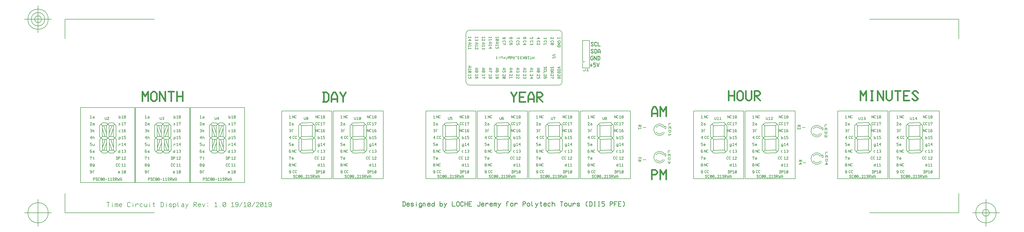
<source format=gbr>
G04 Generated by Ultiboard 14.1 *
%FSLAX34Y34*%
%MOMM*%

%ADD10C,0.0001*%
%ADD11C,0.2222*%
%ADD12C,0.2032*%
%ADD13C,0.1556*%
%ADD14C,0.2000*%
%ADD15C,0.5556*%
%ADD16C,0.2667*%
%ADD17C,0.1600*%
%ADD18C,0.1270*%


G04 ColorRGB FFFF00 for the following layer *
%LNSilkscreen Top*%
%LPD*%
G54D10*
G54D11*
X1939442Y543720D02*
X1947976Y543720D01*
X1943709Y549434D02*
X1943709Y538006D01*
X1960776Y552291D02*
X1952242Y552291D01*
X1952242Y546577D01*
X1957931Y546577D01*
X1960776Y543720D01*
X1960776Y540863D01*
X1957931Y538006D01*
X1952242Y538006D01*
X1965042Y552291D02*
X1969309Y538006D01*
X1973576Y552291D01*
X1947671Y570549D02*
X1950516Y570549D01*
X1950516Y566263D01*
X1947671Y563406D01*
X1944827Y563406D01*
X1941982Y566263D01*
X1941982Y574834D01*
X1944827Y577691D01*
X1950516Y577691D01*
X1954782Y563406D02*
X1954782Y577691D01*
X1963316Y563406D01*
X1963316Y577691D01*
X1967582Y563406D02*
X1973271Y563406D01*
X1976116Y566263D01*
X1976116Y574834D01*
X1973271Y577691D01*
X1967582Y577691D01*
X1969004Y577691D02*
X1969004Y563406D01*
X1943282Y617603D02*
X1946127Y614746D01*
X1948971Y614746D01*
X1951816Y617603D01*
X1943282Y626174D01*
X1946127Y629031D01*
X1948971Y629031D01*
X1951816Y626174D01*
X1964616Y617603D02*
X1961771Y614746D01*
X1958927Y614746D01*
X1956082Y617603D01*
X1956082Y626174D01*
X1958927Y629031D01*
X1961771Y629031D01*
X1964616Y626174D01*
X1968882Y629031D02*
X1968882Y614746D01*
X1977416Y614746D01*
X1943102Y591503D02*
X1945947Y588646D01*
X1948791Y588646D01*
X1951636Y591503D01*
X1943102Y600074D01*
X1945947Y602931D01*
X1948791Y602931D01*
X1951636Y600074D01*
X1955902Y588646D02*
X1961591Y588646D01*
X1964436Y591503D01*
X1964436Y600074D01*
X1961591Y602931D01*
X1955902Y602931D01*
X1957324Y602931D02*
X1957324Y588646D01*
X1968702Y588646D02*
X1968702Y597217D01*
X1971547Y602931D01*
X1974391Y602931D01*
X1977236Y597217D01*
X1977236Y588646D01*
X1968702Y592931D02*
X1977236Y592931D01*
G54D12*
X3090240Y129380D02*
X3092240Y127380D01*
X3094240Y127380D01*
X3096240Y129380D01*
X3090240Y135380D01*
X3092240Y137380D01*
X3094240Y137380D01*
X3096240Y135380D01*
X3105240Y129380D02*
X3103240Y127380D01*
X3101240Y127380D01*
X3099240Y129380D01*
X3099240Y135380D01*
X3101240Y137380D01*
X3103240Y137380D01*
X3105240Y135380D01*
X3108240Y135380D02*
X3110240Y137380D01*
X3112240Y137380D01*
X3114240Y135380D01*
X3114240Y129380D01*
X3112240Y127380D01*
X3110240Y127380D01*
X3108240Y129380D01*
X3108240Y135380D01*
X3114240Y135380D02*
X3108240Y129380D01*
X3121240Y127380D02*
X3119240Y127380D01*
X3117240Y129380D01*
X3117240Y131380D01*
X3118240Y132380D01*
X3117240Y133380D01*
X3117240Y135380D01*
X3119240Y137380D01*
X3121240Y137380D01*
X3123240Y135380D01*
X3123240Y133380D01*
X3122240Y132380D01*
X3123240Y131380D01*
X3123240Y129380D01*
X3121240Y127380D01*
X3118240Y132380D02*
X3122240Y132380D01*
X3126240Y127380D02*
X3132240Y127380D01*
X3135240Y135380D02*
X3137240Y137380D01*
X3139240Y137380D01*
X3141240Y135380D01*
X3141240Y134380D01*
X3135240Y127380D01*
X3141240Y127380D01*
X3141240Y128380D01*
X3145240Y135380D02*
X3147240Y137380D01*
X3147240Y127380D01*
X3144240Y127380D02*
X3150240Y127380D01*
X3153240Y129380D02*
X3155240Y127380D01*
X3157240Y127380D01*
X3159240Y129380D01*
X3153240Y135380D01*
X3155240Y137380D01*
X3157240Y137380D01*
X3159240Y135380D01*
X3162240Y127380D02*
X3162240Y137380D01*
X3166240Y137380D01*
X3168240Y135380D01*
X3168240Y134380D01*
X3166240Y132380D01*
X3162240Y132380D01*
X3163240Y132380D02*
X3168240Y127380D01*
X3171240Y137380D02*
X3172240Y127380D01*
X3174240Y131380D01*
X3176240Y127380D01*
X3177240Y137380D01*
X3180240Y127380D02*
X3180240Y133380D01*
X3182240Y137380D01*
X3184240Y137380D01*
X3186240Y133380D01*
X3186240Y127380D01*
X3180240Y130380D02*
X3186240Y130380D01*
X3046440Y373880D02*
X3046440Y123880D01*
X3232440Y123880D01*
X3232440Y373880D01*
X3120288Y218068D02*
X3161360Y218940D01*
X3110128Y228228D02*
X3110128Y268868D01*
X3120288Y268868D02*
X3120288Y228228D01*
X3161360Y229100D02*
X3120288Y228228D01*
X3115208Y223148D01*
X3110128Y228228D01*
X3115208Y223148D02*
X3120288Y218068D01*
X3160928Y228228D02*
X3166008Y223148D01*
X3171088Y228228D01*
X3160928Y218068D02*
X3166008Y223148D01*
X3160928Y268868D02*
X3160928Y228228D01*
X3171088Y228228D02*
X3171088Y268868D01*
X3115208Y273948D02*
X3120288Y268868D01*
X3161360Y269740D01*
X3110128Y268868D02*
X3115208Y273948D01*
X3166008Y273948D02*
X3160928Y268868D01*
X3171088Y268868D02*
X3166008Y273948D01*
X3109220Y320200D02*
X3109220Y279560D01*
X3119380Y279560D02*
X3119380Y320200D01*
X3119380Y279560D02*
X3161360Y279900D01*
X3114300Y274480D02*
X3119380Y279560D01*
X3109220Y279560D02*
X3114300Y274480D01*
X3170180Y279560D02*
X3165100Y274480D01*
X3160020Y279560D02*
X3160020Y320200D01*
X3165100Y274480D02*
X3160020Y279560D01*
X3170180Y320200D02*
X3170180Y279560D01*
X3161360Y320540D02*
X3119380Y320200D01*
X3114300Y325280D02*
X3119380Y330360D01*
X3119380Y320200D02*
X3114300Y325280D01*
X3109220Y320200D01*
X3165100Y325280D02*
X3170180Y320200D01*
X3160020Y330360D02*
X3165100Y325280D01*
X3160020Y320200D02*
X3165100Y325280D01*
X3119380Y330360D02*
X3161360Y330700D01*
X3046440Y373880D02*
X3232440Y373880D01*
X2899740Y129380D02*
X2901740Y127380D01*
X2903740Y127380D01*
X2905740Y129380D01*
X2899740Y135380D01*
X2901740Y137380D01*
X2903740Y137380D01*
X2905740Y135380D01*
X2914740Y129380D02*
X2912740Y127380D01*
X2910740Y127380D01*
X2908740Y129380D01*
X2908740Y135380D01*
X2910740Y137380D01*
X2912740Y137380D01*
X2914740Y135380D01*
X2917740Y135380D02*
X2919740Y137380D01*
X2921740Y137380D01*
X2923740Y135380D01*
X2923740Y129380D01*
X2921740Y127380D01*
X2919740Y127380D01*
X2917740Y129380D01*
X2917740Y135380D01*
X2923740Y135380D02*
X2917740Y129380D01*
X2930740Y127380D02*
X2928740Y127380D01*
X2926740Y129380D01*
X2926740Y131380D01*
X2927740Y132380D01*
X2926740Y133380D01*
X2926740Y135380D01*
X2928740Y137380D01*
X2930740Y137380D01*
X2932740Y135380D01*
X2932740Y133380D01*
X2931740Y132380D01*
X2932740Y131380D01*
X2932740Y129380D01*
X2930740Y127380D01*
X2927740Y132380D02*
X2931740Y132380D01*
X2935740Y127380D02*
X2941740Y127380D01*
X2944740Y135380D02*
X2946740Y137380D01*
X2948740Y137380D01*
X2950740Y135380D01*
X2950740Y134380D01*
X2944740Y127380D01*
X2950740Y127380D01*
X2950740Y128380D01*
X2954740Y135380D02*
X2956740Y137380D01*
X2956740Y127380D01*
X2953740Y127380D02*
X2959740Y127380D01*
X2962740Y129380D02*
X2964740Y127380D01*
X2966740Y127380D01*
X2968740Y129380D01*
X2962740Y135380D01*
X2964740Y137380D01*
X2966740Y137380D01*
X2968740Y135380D01*
X2971740Y127380D02*
X2971740Y137380D01*
X2975740Y137380D01*
X2977740Y135380D01*
X2977740Y134380D01*
X2975740Y132380D01*
X2971740Y132380D01*
X2972740Y132380D02*
X2977740Y127380D01*
X2980740Y137380D02*
X2981740Y127380D01*
X2983740Y131380D01*
X2985740Y127380D01*
X2986740Y137380D01*
X2989740Y127380D02*
X2989740Y133380D01*
X2991740Y137380D01*
X2993740Y137380D01*
X2995740Y133380D01*
X2995740Y127380D01*
X2989740Y130380D02*
X2995740Y130380D01*
X2855940Y373880D02*
X2855940Y123880D01*
X3041940Y123880D01*
X3041940Y373880D01*
X2929788Y218068D02*
X2970860Y218940D01*
X2919628Y228228D02*
X2919628Y268868D01*
X2929788Y268868D02*
X2929788Y228228D01*
X2970860Y229100D02*
X2929788Y228228D01*
X2924708Y223148D01*
X2919628Y228228D01*
X2924708Y223148D02*
X2929788Y218068D01*
X2970428Y228228D02*
X2975508Y223148D01*
X2980588Y228228D01*
X2970428Y218068D02*
X2975508Y223148D01*
X2970428Y268868D02*
X2970428Y228228D01*
X2980588Y228228D02*
X2980588Y268868D01*
X2924708Y273948D02*
X2929788Y268868D01*
X2970860Y269740D01*
X2919628Y268868D02*
X2924708Y273948D01*
X2975508Y273948D02*
X2970428Y268868D01*
X2980588Y268868D02*
X2975508Y273948D01*
X2918720Y320200D02*
X2918720Y279560D01*
X2928880Y279560D02*
X2928880Y320200D01*
X2928880Y279560D02*
X2970860Y279900D01*
X2923800Y274480D02*
X2928880Y279560D01*
X2918720Y279560D02*
X2923800Y274480D01*
X2979680Y279560D02*
X2974600Y274480D01*
X2969520Y279560D02*
X2969520Y320200D01*
X2974600Y274480D02*
X2969520Y279560D01*
X2979680Y320200D02*
X2979680Y279560D01*
X2970860Y320540D02*
X2928880Y320200D01*
X2923800Y325280D02*
X2928880Y330360D01*
X2928880Y320200D02*
X2923800Y325280D01*
X2918720Y320200D01*
X2974600Y325280D02*
X2979680Y320200D01*
X2969520Y330360D02*
X2974600Y325280D01*
X2969520Y320200D02*
X2974600Y325280D01*
X2928880Y330360D02*
X2970860Y330700D01*
X2855940Y373880D02*
X3041940Y373880D01*
X2556840Y129380D02*
X2558840Y127380D01*
X2560840Y127380D01*
X2562840Y129380D01*
X2556840Y135380D01*
X2558840Y137380D01*
X2560840Y137380D01*
X2562840Y135380D01*
X2571840Y129380D02*
X2569840Y127380D01*
X2567840Y127380D01*
X2565840Y129380D01*
X2565840Y135380D01*
X2567840Y137380D01*
X2569840Y137380D01*
X2571840Y135380D01*
X2574840Y135380D02*
X2576840Y137380D01*
X2578840Y137380D01*
X2580840Y135380D01*
X2580840Y129380D01*
X2578840Y127380D01*
X2576840Y127380D01*
X2574840Y129380D01*
X2574840Y135380D01*
X2580840Y135380D02*
X2574840Y129380D01*
X2587840Y127380D02*
X2585840Y127380D01*
X2583840Y129380D01*
X2583840Y131380D01*
X2584840Y132380D01*
X2583840Y133380D01*
X2583840Y135380D01*
X2585840Y137380D01*
X2587840Y137380D01*
X2589840Y135380D01*
X2589840Y133380D01*
X2588840Y132380D01*
X2589840Y131380D01*
X2589840Y129380D01*
X2587840Y127380D01*
X2584840Y132380D02*
X2588840Y132380D01*
X2592840Y127380D02*
X2598840Y127380D01*
X2601840Y135380D02*
X2603840Y137380D01*
X2605840Y137380D01*
X2607840Y135380D01*
X2607840Y134380D01*
X2601840Y127380D01*
X2607840Y127380D01*
X2607840Y128380D01*
X2611840Y135380D02*
X2613840Y137380D01*
X2613840Y127380D01*
X2610840Y127380D02*
X2616840Y127380D01*
X2619840Y129380D02*
X2621840Y127380D01*
X2623840Y127380D01*
X2625840Y129380D01*
X2619840Y135380D01*
X2621840Y137380D01*
X2623840Y137380D01*
X2625840Y135380D01*
X2628840Y127380D02*
X2628840Y137380D01*
X2632840Y137380D01*
X2634840Y135380D01*
X2634840Y134380D01*
X2632840Y132380D01*
X2628840Y132380D01*
X2629840Y132380D02*
X2634840Y127380D01*
X2637840Y137380D02*
X2638840Y127380D01*
X2640840Y131380D01*
X2642840Y127380D01*
X2643840Y137380D01*
X2646840Y127380D02*
X2646840Y133380D01*
X2648840Y137380D01*
X2650840Y137380D01*
X2652840Y133380D01*
X2652840Y127380D01*
X2646840Y130380D02*
X2652840Y130380D01*
X2513040Y373880D02*
X2513040Y123880D01*
X2699040Y123880D01*
X2699040Y373880D01*
X2586888Y218068D02*
X2627960Y218940D01*
X2576728Y228228D02*
X2576728Y268868D01*
X2586888Y268868D02*
X2586888Y228228D01*
X2627960Y229100D02*
X2586888Y228228D01*
X2581808Y223148D01*
X2576728Y228228D01*
X2581808Y223148D02*
X2586888Y218068D01*
X2627528Y228228D02*
X2632608Y223148D01*
X2637688Y228228D01*
X2627528Y218068D02*
X2632608Y223148D01*
X2627528Y268868D02*
X2627528Y228228D01*
X2637688Y228228D02*
X2637688Y268868D01*
X2581808Y273948D02*
X2586888Y268868D01*
X2627960Y269740D01*
X2576728Y268868D02*
X2581808Y273948D01*
X2632608Y273948D02*
X2627528Y268868D01*
X2637688Y268868D02*
X2632608Y273948D01*
X2575820Y320200D02*
X2575820Y279560D01*
X2585980Y279560D02*
X2585980Y320200D01*
X2585980Y279560D02*
X2627960Y279900D01*
X2580900Y274480D02*
X2585980Y279560D01*
X2575820Y279560D02*
X2580900Y274480D01*
X2636780Y279560D02*
X2631700Y274480D01*
X2626620Y279560D02*
X2626620Y320200D01*
X2631700Y274480D02*
X2626620Y279560D01*
X2636780Y320200D02*
X2636780Y279560D01*
X2627960Y320540D02*
X2585980Y320200D01*
X2580900Y325280D02*
X2585980Y330360D01*
X2585980Y320200D02*
X2580900Y325280D01*
X2575820Y320200D01*
X2631700Y325280D02*
X2636780Y320200D01*
X2626620Y330360D02*
X2631700Y325280D01*
X2626620Y320200D02*
X2631700Y325280D01*
X2585980Y330360D02*
X2627960Y330700D01*
X2513040Y373880D02*
X2699040Y373880D01*
X2366340Y129380D02*
X2368340Y127380D01*
X2370340Y127380D01*
X2372340Y129380D01*
X2366340Y135380D01*
X2368340Y137380D01*
X2370340Y137380D01*
X2372340Y135380D01*
X2381340Y129380D02*
X2379340Y127380D01*
X2377340Y127380D01*
X2375340Y129380D01*
X2375340Y135380D01*
X2377340Y137380D01*
X2379340Y137380D01*
X2381340Y135380D01*
X2384340Y135380D02*
X2386340Y137380D01*
X2388340Y137380D01*
X2390340Y135380D01*
X2390340Y129380D01*
X2388340Y127380D01*
X2386340Y127380D01*
X2384340Y129380D01*
X2384340Y135380D01*
X2390340Y135380D02*
X2384340Y129380D01*
X2397340Y127380D02*
X2395340Y127380D01*
X2393340Y129380D01*
X2393340Y131380D01*
X2394340Y132380D01*
X2393340Y133380D01*
X2393340Y135380D01*
X2395340Y137380D01*
X2397340Y137380D01*
X2399340Y135380D01*
X2399340Y133380D01*
X2398340Y132380D01*
X2399340Y131380D01*
X2399340Y129380D01*
X2397340Y127380D01*
X2394340Y132380D02*
X2398340Y132380D01*
X2402340Y127380D02*
X2408340Y127380D01*
X2411340Y135380D02*
X2413340Y137380D01*
X2415340Y137380D01*
X2417340Y135380D01*
X2417340Y134380D01*
X2411340Y127380D01*
X2417340Y127380D01*
X2417340Y128380D01*
X2421340Y135380D02*
X2423340Y137380D01*
X2423340Y127380D01*
X2420340Y127380D02*
X2426340Y127380D01*
X2429340Y129380D02*
X2431340Y127380D01*
X2433340Y127380D01*
X2435340Y129380D01*
X2429340Y135380D01*
X2431340Y137380D01*
X2433340Y137380D01*
X2435340Y135380D01*
X2438340Y127380D02*
X2438340Y137380D01*
X2442340Y137380D01*
X2444340Y135380D01*
X2444340Y134380D01*
X2442340Y132380D01*
X2438340Y132380D01*
X2439340Y132380D02*
X2444340Y127380D01*
X2447340Y137380D02*
X2448340Y127380D01*
X2450340Y131380D01*
X2452340Y127380D01*
X2453340Y137380D01*
X2456340Y127380D02*
X2456340Y133380D01*
X2458340Y137380D01*
X2460340Y137380D01*
X2462340Y133380D01*
X2462340Y127380D01*
X2456340Y130380D02*
X2462340Y130380D01*
X2322540Y373880D02*
X2322540Y123880D01*
X2508540Y123880D01*
X2508540Y373880D01*
X2396388Y218068D02*
X2437460Y218940D01*
X2386228Y228228D02*
X2386228Y268868D01*
X2396388Y268868D02*
X2396388Y228228D01*
X2437460Y229100D02*
X2396388Y228228D01*
X2391308Y223148D01*
X2386228Y228228D01*
X2391308Y223148D02*
X2396388Y218068D01*
X2437028Y228228D02*
X2442108Y223148D01*
X2447188Y228228D01*
X2437028Y218068D02*
X2442108Y223148D01*
X2437028Y268868D02*
X2437028Y228228D01*
X2447188Y228228D02*
X2447188Y268868D01*
X2391308Y273948D02*
X2396388Y268868D01*
X2437460Y269740D01*
X2386228Y268868D02*
X2391308Y273948D01*
X2442108Y273948D02*
X2437028Y268868D01*
X2447188Y268868D02*
X2442108Y273948D01*
X2385320Y320200D02*
X2385320Y279560D01*
X2395480Y279560D02*
X2395480Y320200D01*
X2395480Y279560D02*
X2437460Y279900D01*
X2390400Y274480D02*
X2395480Y279560D01*
X2385320Y279560D02*
X2390400Y274480D01*
X2446280Y279560D02*
X2441200Y274480D01*
X2436120Y279560D02*
X2436120Y320200D01*
X2441200Y274480D02*
X2436120Y279560D01*
X2446280Y320200D02*
X2446280Y279560D01*
X2437460Y320540D02*
X2395480Y320200D01*
X2390400Y325280D02*
X2395480Y330360D01*
X2395480Y320200D02*
X2390400Y325280D01*
X2385320Y320200D01*
X2441200Y325280D02*
X2446280Y320200D01*
X2436120Y330360D02*
X2441200Y325280D01*
X2436120Y320200D02*
X2441200Y325280D01*
X2395480Y330360D02*
X2437460Y330700D01*
X2322540Y373880D02*
X2508540Y373880D01*
X1947240Y129380D02*
X1949240Y127380D01*
X1951240Y127380D01*
X1953240Y129380D01*
X1947240Y135380D01*
X1949240Y137380D01*
X1951240Y137380D01*
X1953240Y135380D01*
X1962240Y129380D02*
X1960240Y127380D01*
X1958240Y127380D01*
X1956240Y129380D01*
X1956240Y135380D01*
X1958240Y137380D01*
X1960240Y137380D01*
X1962240Y135380D01*
X1965240Y135380D02*
X1967240Y137380D01*
X1969240Y137380D01*
X1971240Y135380D01*
X1971240Y129380D01*
X1969240Y127380D01*
X1967240Y127380D01*
X1965240Y129380D01*
X1965240Y135380D01*
X1971240Y135380D02*
X1965240Y129380D01*
X1978240Y127380D02*
X1976240Y127380D01*
X1974240Y129380D01*
X1974240Y131380D01*
X1975240Y132380D01*
X1974240Y133380D01*
X1974240Y135380D01*
X1976240Y137380D01*
X1978240Y137380D01*
X1980240Y135380D01*
X1980240Y133380D01*
X1979240Y132380D01*
X1980240Y131380D01*
X1980240Y129380D01*
X1978240Y127380D01*
X1975240Y132380D02*
X1979240Y132380D01*
X1983240Y127380D02*
X1989240Y127380D01*
X1992240Y135380D02*
X1994240Y137380D01*
X1996240Y137380D01*
X1998240Y135380D01*
X1998240Y134380D01*
X1992240Y127380D01*
X1998240Y127380D01*
X1998240Y128380D01*
X2002240Y135380D02*
X2004240Y137380D01*
X2004240Y127380D01*
X2001240Y127380D02*
X2007240Y127380D01*
X2010240Y129380D02*
X2012240Y127380D01*
X2014240Y127380D01*
X2016240Y129380D01*
X2010240Y135380D01*
X2012240Y137380D01*
X2014240Y137380D01*
X2016240Y135380D01*
X2019240Y127380D02*
X2019240Y137380D01*
X2023240Y137380D01*
X2025240Y135380D01*
X2025240Y134380D01*
X2023240Y132380D01*
X2019240Y132380D01*
X2020240Y132380D02*
X2025240Y127380D01*
X2028240Y137380D02*
X2029240Y127380D01*
X2031240Y131380D01*
X2033240Y127380D01*
X2034240Y137380D01*
X2037240Y127380D02*
X2037240Y133380D01*
X2039240Y137380D01*
X2041240Y137380D01*
X2043240Y133380D01*
X2043240Y127380D01*
X2037240Y130380D02*
X2043240Y130380D01*
X1903440Y373880D02*
X1903440Y123880D01*
X2089440Y123880D01*
X2089440Y373880D01*
X1977288Y218068D02*
X2018360Y218940D01*
X1967128Y228228D02*
X1967128Y268868D01*
X1977288Y268868D02*
X1977288Y228228D01*
X2018360Y229100D02*
X1977288Y228228D01*
X1972208Y223148D01*
X1967128Y228228D01*
X1972208Y223148D02*
X1977288Y218068D01*
X2017928Y228228D02*
X2023008Y223148D01*
X2028088Y228228D01*
X2017928Y218068D02*
X2023008Y223148D01*
X2017928Y268868D02*
X2017928Y228228D01*
X2028088Y228228D02*
X2028088Y268868D01*
X1972208Y273948D02*
X1977288Y268868D01*
X2018360Y269740D01*
X1967128Y268868D02*
X1972208Y273948D01*
X2023008Y273948D02*
X2017928Y268868D01*
X2028088Y268868D02*
X2023008Y273948D01*
X1966220Y320200D02*
X1966220Y279560D01*
X1976380Y279560D02*
X1976380Y320200D01*
X1976380Y279560D02*
X2018360Y279900D01*
X1971300Y274480D02*
X1976380Y279560D01*
X1966220Y279560D02*
X1971300Y274480D01*
X2027180Y279560D02*
X2022100Y274480D01*
X2017020Y279560D02*
X2017020Y320200D01*
X2022100Y274480D02*
X2017020Y279560D01*
X2027180Y320200D02*
X2027180Y279560D01*
X2018360Y320540D02*
X1976380Y320200D01*
X1971300Y325280D02*
X1976380Y330360D01*
X1976380Y320200D02*
X1971300Y325280D01*
X1966220Y320200D01*
X2022100Y325280D02*
X2027180Y320200D01*
X2017020Y330360D02*
X2022100Y325280D01*
X2017020Y320200D02*
X2022100Y325280D01*
X1976380Y330360D02*
X2018360Y330700D01*
X1903440Y373880D02*
X2089440Y373880D01*
X1375740Y129380D02*
X1377740Y127380D01*
X1379740Y127380D01*
X1381740Y129380D01*
X1375740Y135380D01*
X1377740Y137380D01*
X1379740Y137380D01*
X1381740Y135380D01*
X1390740Y129380D02*
X1388740Y127380D01*
X1386740Y127380D01*
X1384740Y129380D01*
X1384740Y135380D01*
X1386740Y137380D01*
X1388740Y137380D01*
X1390740Y135380D01*
X1393740Y135380D02*
X1395740Y137380D01*
X1397740Y137380D01*
X1399740Y135380D01*
X1399740Y129380D01*
X1397740Y127380D01*
X1395740Y127380D01*
X1393740Y129380D01*
X1393740Y135380D01*
X1399740Y135380D02*
X1393740Y129380D01*
X1406740Y127380D02*
X1404740Y127380D01*
X1402740Y129380D01*
X1402740Y131380D01*
X1403740Y132380D01*
X1402740Y133380D01*
X1402740Y135380D01*
X1404740Y137380D01*
X1406740Y137380D01*
X1408740Y135380D01*
X1408740Y133380D01*
X1407740Y132380D01*
X1408740Y131380D01*
X1408740Y129380D01*
X1406740Y127380D01*
X1403740Y132380D02*
X1407740Y132380D01*
X1411740Y127380D02*
X1417740Y127380D01*
X1420740Y135380D02*
X1422740Y137380D01*
X1424740Y137380D01*
X1426740Y135380D01*
X1426740Y134380D01*
X1420740Y127380D01*
X1426740Y127380D01*
X1426740Y128380D01*
X1430740Y135380D02*
X1432740Y137380D01*
X1432740Y127380D01*
X1429740Y127380D02*
X1435740Y127380D01*
X1438740Y129380D02*
X1440740Y127380D01*
X1442740Y127380D01*
X1444740Y129380D01*
X1438740Y135380D01*
X1440740Y137380D01*
X1442740Y137380D01*
X1444740Y135380D01*
X1447740Y127380D02*
X1447740Y137380D01*
X1451740Y137380D01*
X1453740Y135380D01*
X1453740Y134380D01*
X1451740Y132380D01*
X1447740Y132380D01*
X1448740Y132380D02*
X1453740Y127380D01*
X1456740Y137380D02*
X1457740Y127380D01*
X1459740Y131380D01*
X1461740Y127380D01*
X1462740Y137380D01*
X1465740Y127380D02*
X1465740Y133380D01*
X1467740Y137380D01*
X1469740Y137380D01*
X1471740Y133380D01*
X1471740Y127380D01*
X1465740Y130380D02*
X1471740Y130380D01*
X1331940Y373880D02*
X1331940Y123880D01*
X1517940Y123880D01*
X1517940Y373880D01*
X1405788Y218068D02*
X1446860Y218940D01*
X1395628Y228228D02*
X1395628Y268868D01*
X1405788Y268868D02*
X1405788Y228228D01*
X1446860Y229100D02*
X1405788Y228228D01*
X1400708Y223148D01*
X1395628Y228228D01*
X1400708Y223148D02*
X1405788Y218068D01*
X1446428Y228228D02*
X1451508Y223148D01*
X1456588Y228228D01*
X1446428Y218068D02*
X1451508Y223148D01*
X1446428Y268868D02*
X1446428Y228228D01*
X1456588Y228228D02*
X1456588Y268868D01*
X1400708Y273948D02*
X1405788Y268868D01*
X1446860Y269740D01*
X1395628Y268868D02*
X1400708Y273948D01*
X1451508Y273948D02*
X1446428Y268868D01*
X1456588Y268868D02*
X1451508Y273948D01*
X1394720Y320200D02*
X1394720Y279560D01*
X1404880Y279560D02*
X1404880Y320200D01*
X1404880Y279560D02*
X1446860Y279900D01*
X1399800Y274480D02*
X1404880Y279560D01*
X1394720Y279560D02*
X1399800Y274480D01*
X1455680Y279560D02*
X1450600Y274480D01*
X1445520Y279560D02*
X1445520Y320200D01*
X1450600Y274480D02*
X1445520Y279560D01*
X1455680Y320200D02*
X1455680Y279560D01*
X1446860Y320540D02*
X1404880Y320200D01*
X1399800Y325280D02*
X1404880Y330360D01*
X1404880Y320200D02*
X1399800Y325280D01*
X1394720Y320200D01*
X1450600Y325280D02*
X1455680Y320200D01*
X1445520Y330360D02*
X1450600Y325280D01*
X1445520Y320200D02*
X1450600Y325280D01*
X1404880Y330360D02*
X1446860Y330700D01*
X1331940Y373880D02*
X1517940Y373880D01*
X1032840Y129380D02*
X1034840Y127380D01*
X1036840Y127380D01*
X1038840Y129380D01*
X1032840Y135380D01*
X1034840Y137380D01*
X1036840Y137380D01*
X1038840Y135380D01*
X1047840Y129380D02*
X1045840Y127380D01*
X1043840Y127380D01*
X1041840Y129380D01*
X1041840Y135380D01*
X1043840Y137380D01*
X1045840Y137380D01*
X1047840Y135380D01*
X1050840Y135380D02*
X1052840Y137380D01*
X1054840Y137380D01*
X1056840Y135380D01*
X1056840Y129380D01*
X1054840Y127380D01*
X1052840Y127380D01*
X1050840Y129380D01*
X1050840Y135380D01*
X1056840Y135380D02*
X1050840Y129380D01*
X1063840Y127380D02*
X1061840Y127380D01*
X1059840Y129380D01*
X1059840Y131380D01*
X1060840Y132380D01*
X1059840Y133380D01*
X1059840Y135380D01*
X1061840Y137380D01*
X1063840Y137380D01*
X1065840Y135380D01*
X1065840Y133380D01*
X1064840Y132380D01*
X1065840Y131380D01*
X1065840Y129380D01*
X1063840Y127380D01*
X1060840Y132380D02*
X1064840Y132380D01*
X1068840Y127380D02*
X1074840Y127380D01*
X1077840Y135380D02*
X1079840Y137380D01*
X1081840Y137380D01*
X1083840Y135380D01*
X1083840Y134380D01*
X1077840Y127380D01*
X1083840Y127380D01*
X1083840Y128380D01*
X1087840Y135380D02*
X1089840Y137380D01*
X1089840Y127380D01*
X1086840Y127380D02*
X1092840Y127380D01*
X1095840Y129380D02*
X1097840Y127380D01*
X1099840Y127380D01*
X1101840Y129380D01*
X1095840Y135380D01*
X1097840Y137380D01*
X1099840Y137380D01*
X1101840Y135380D01*
X1104840Y127380D02*
X1104840Y137380D01*
X1108840Y137380D01*
X1110840Y135380D01*
X1110840Y134380D01*
X1108840Y132380D01*
X1104840Y132380D01*
X1105840Y132380D02*
X1110840Y127380D01*
X1113840Y137380D02*
X1114840Y127380D01*
X1116840Y131380D01*
X1118840Y127380D01*
X1119840Y137380D01*
X1122840Y127380D02*
X1122840Y133380D01*
X1124840Y137380D01*
X1126840Y137380D01*
X1128840Y133380D01*
X1128840Y127380D01*
X1122840Y130380D02*
X1128840Y130380D01*
X989040Y373880D02*
X989040Y123880D01*
X1175040Y123880D01*
X1175040Y373880D01*
X1062888Y218068D02*
X1103960Y218940D01*
X1052728Y228228D02*
X1052728Y268868D01*
X1062888Y268868D02*
X1062888Y228228D01*
X1103960Y229100D02*
X1062888Y228228D01*
X1057808Y223148D01*
X1052728Y228228D01*
X1057808Y223148D02*
X1062888Y218068D01*
X1103528Y228228D02*
X1108608Y223148D01*
X1113688Y228228D01*
X1103528Y218068D02*
X1108608Y223148D01*
X1103528Y268868D02*
X1103528Y228228D01*
X1113688Y228228D02*
X1113688Y268868D01*
X1057808Y273948D02*
X1062888Y268868D01*
X1103960Y269740D01*
X1052728Y268868D02*
X1057808Y273948D01*
X1108608Y273948D02*
X1103528Y268868D01*
X1113688Y268868D02*
X1108608Y273948D01*
X1051820Y320200D02*
X1051820Y279560D01*
X1061980Y279560D02*
X1061980Y320200D01*
X1061980Y279560D02*
X1103960Y279900D01*
X1056900Y274480D02*
X1061980Y279560D01*
X1051820Y279560D02*
X1056900Y274480D01*
X1112780Y279560D02*
X1107700Y274480D01*
X1102620Y279560D02*
X1102620Y320200D01*
X1107700Y274480D02*
X1102620Y279560D01*
X1112780Y320200D02*
X1112780Y279560D01*
X1103960Y320540D02*
X1061980Y320200D01*
X1056900Y325280D02*
X1061980Y330360D01*
X1061980Y320200D02*
X1056900Y325280D01*
X1051820Y320200D01*
X1107700Y325280D02*
X1112780Y320200D01*
X1102620Y330360D02*
X1107700Y325280D01*
X1102620Y320200D02*
X1107700Y325280D01*
X1061980Y330360D02*
X1103960Y330700D01*
X989040Y373880D02*
X1175040Y373880D01*
X842340Y129380D02*
X844340Y127380D01*
X846340Y127380D01*
X848340Y129380D01*
X842340Y135380D01*
X844340Y137380D01*
X846340Y137380D01*
X848340Y135380D01*
X857340Y129380D02*
X855340Y127380D01*
X853340Y127380D01*
X851340Y129380D01*
X851340Y135380D01*
X853340Y137380D01*
X855340Y137380D01*
X857340Y135380D01*
X860340Y135380D02*
X862340Y137380D01*
X864340Y137380D01*
X866340Y135380D01*
X866340Y129380D01*
X864340Y127380D01*
X862340Y127380D01*
X860340Y129380D01*
X860340Y135380D01*
X866340Y135380D02*
X860340Y129380D01*
X873340Y127380D02*
X871340Y127380D01*
X869340Y129380D01*
X869340Y131380D01*
X870340Y132380D01*
X869340Y133380D01*
X869340Y135380D01*
X871340Y137380D01*
X873340Y137380D01*
X875340Y135380D01*
X875340Y133380D01*
X874340Y132380D01*
X875340Y131380D01*
X875340Y129380D01*
X873340Y127380D01*
X870340Y132380D02*
X874340Y132380D01*
X878340Y127380D02*
X884340Y127380D01*
X887340Y135380D02*
X889340Y137380D01*
X891340Y137380D01*
X893340Y135380D01*
X893340Y134380D01*
X887340Y127380D01*
X893340Y127380D01*
X893340Y128380D01*
X897340Y135380D02*
X899340Y137380D01*
X899340Y127380D01*
X896340Y127380D02*
X902340Y127380D01*
X905340Y129380D02*
X907340Y127380D01*
X909340Y127380D01*
X911340Y129380D01*
X905340Y135380D01*
X907340Y137380D01*
X909340Y137380D01*
X911340Y135380D01*
X914340Y127380D02*
X914340Y137380D01*
X918340Y137380D01*
X920340Y135380D01*
X920340Y134380D01*
X918340Y132380D01*
X914340Y132380D01*
X915340Y132380D02*
X920340Y127380D01*
X923340Y137380D02*
X924340Y127380D01*
X926340Y131380D01*
X928340Y127380D01*
X929340Y137380D01*
X932340Y127380D02*
X932340Y133380D01*
X934340Y137380D01*
X936340Y137380D01*
X938340Y133380D01*
X938340Y127380D01*
X932340Y130380D02*
X938340Y130380D01*
X798540Y373880D02*
X798540Y123880D01*
X984540Y123880D01*
X984540Y373880D01*
X872388Y218068D02*
X913460Y218940D01*
X862228Y228228D02*
X862228Y268868D01*
X872388Y268868D02*
X872388Y228228D01*
X913460Y229100D02*
X872388Y228228D01*
X867308Y223148D01*
X862228Y228228D01*
X867308Y223148D02*
X872388Y218068D01*
X913028Y228228D02*
X918108Y223148D01*
X923188Y228228D01*
X913028Y218068D02*
X918108Y223148D01*
X913028Y268868D02*
X913028Y228228D01*
X923188Y228228D02*
X923188Y268868D01*
X867308Y273948D02*
X872388Y268868D01*
X913460Y269740D01*
X862228Y268868D02*
X867308Y273948D01*
X918108Y273948D02*
X913028Y268868D01*
X923188Y268868D02*
X918108Y273948D01*
X861320Y320200D02*
X861320Y279560D01*
X871480Y279560D02*
X871480Y320200D01*
X871480Y279560D02*
X913460Y279900D01*
X866400Y274480D02*
X871480Y279560D01*
X861320Y279560D02*
X866400Y274480D01*
X922280Y279560D02*
X917200Y274480D01*
X912120Y279560D02*
X912120Y320200D01*
X917200Y274480D02*
X912120Y279560D01*
X922280Y320200D02*
X922280Y279560D01*
X913460Y320540D02*
X871480Y320200D01*
X866400Y325280D02*
X871480Y330360D01*
X871480Y320200D02*
X866400Y325280D01*
X861320Y320200D01*
X917200Y325280D02*
X922280Y320200D01*
X912120Y330360D02*
X917200Y325280D01*
X912120Y320200D02*
X917200Y325280D01*
X871480Y330360D02*
X913460Y330700D01*
X798540Y373880D02*
X984540Y373880D01*
X1756740Y129380D02*
X1758740Y127380D01*
X1760740Y127380D01*
X1762740Y129380D01*
X1756740Y135380D01*
X1758740Y137380D01*
X1760740Y137380D01*
X1762740Y135380D01*
X1771740Y129380D02*
X1769740Y127380D01*
X1767740Y127380D01*
X1765740Y129380D01*
X1765740Y135380D01*
X1767740Y137380D01*
X1769740Y137380D01*
X1771740Y135380D01*
X1774740Y135380D02*
X1776740Y137380D01*
X1778740Y137380D01*
X1780740Y135380D01*
X1780740Y129380D01*
X1778740Y127380D01*
X1776740Y127380D01*
X1774740Y129380D01*
X1774740Y135380D01*
X1780740Y135380D02*
X1774740Y129380D01*
X1787740Y127380D02*
X1785740Y127380D01*
X1783740Y129380D01*
X1783740Y131380D01*
X1784740Y132380D01*
X1783740Y133380D01*
X1783740Y135380D01*
X1785740Y137380D01*
X1787740Y137380D01*
X1789740Y135380D01*
X1789740Y133380D01*
X1788740Y132380D01*
X1789740Y131380D01*
X1789740Y129380D01*
X1787740Y127380D01*
X1784740Y132380D02*
X1788740Y132380D01*
X1792740Y127380D02*
X1798740Y127380D01*
X1801740Y135380D02*
X1803740Y137380D01*
X1805740Y137380D01*
X1807740Y135380D01*
X1807740Y134380D01*
X1801740Y127380D01*
X1807740Y127380D01*
X1807740Y128380D01*
X1811740Y135380D02*
X1813740Y137380D01*
X1813740Y127380D01*
X1810740Y127380D02*
X1816740Y127380D01*
X1819740Y129380D02*
X1821740Y127380D01*
X1823740Y127380D01*
X1825740Y129380D01*
X1819740Y135380D01*
X1821740Y137380D01*
X1823740Y137380D01*
X1825740Y135380D01*
X1828740Y127380D02*
X1828740Y137380D01*
X1832740Y137380D01*
X1834740Y135380D01*
X1834740Y134380D01*
X1832740Y132380D01*
X1828740Y132380D01*
X1829740Y132380D02*
X1834740Y127380D01*
X1837740Y137380D02*
X1838740Y127380D01*
X1840740Y131380D01*
X1842740Y127380D01*
X1843740Y137380D01*
X1846740Y127380D02*
X1846740Y133380D01*
X1848740Y137380D01*
X1850740Y137380D01*
X1852740Y133380D01*
X1852740Y127380D01*
X1846740Y130380D02*
X1852740Y130380D01*
X1712940Y373880D02*
X1712940Y123880D01*
X1898940Y123880D01*
X1898940Y373880D01*
X1786788Y218068D02*
X1827860Y218940D01*
X1776628Y228228D02*
X1776628Y268868D01*
X1786788Y268868D02*
X1786788Y228228D01*
X1827860Y229100D02*
X1786788Y228228D01*
X1781708Y223148D01*
X1776628Y228228D01*
X1781708Y223148D02*
X1786788Y218068D01*
X1827428Y228228D02*
X1832508Y223148D01*
X1837588Y228228D01*
X1827428Y218068D02*
X1832508Y223148D01*
X1827428Y268868D02*
X1827428Y228228D01*
X1837588Y228228D02*
X1837588Y268868D01*
X1781708Y273948D02*
X1786788Y268868D01*
X1827860Y269740D01*
X1776628Y268868D02*
X1781708Y273948D01*
X1832508Y273948D02*
X1827428Y268868D01*
X1837588Y268868D02*
X1832508Y273948D01*
X1775720Y320200D02*
X1775720Y279560D01*
X1785880Y279560D02*
X1785880Y320200D01*
X1785880Y279560D02*
X1827860Y279900D01*
X1780800Y274480D02*
X1785880Y279560D01*
X1775720Y279560D02*
X1780800Y274480D01*
X1836680Y279560D02*
X1831600Y274480D01*
X1826520Y279560D02*
X1826520Y320200D01*
X1831600Y274480D02*
X1826520Y279560D01*
X1836680Y320200D02*
X1836680Y279560D01*
X1827860Y320540D02*
X1785880Y320200D01*
X1780800Y325280D02*
X1785880Y330360D01*
X1785880Y320200D02*
X1780800Y325280D01*
X1775720Y320200D01*
X1831600Y325280D02*
X1836680Y320200D01*
X1826520Y330360D02*
X1831600Y325280D01*
X1826520Y320200D02*
X1831600Y325280D01*
X1785880Y330360D02*
X1827860Y330700D01*
X1712940Y373880D02*
X1898940Y373880D01*
X1566240Y129380D02*
X1568240Y127380D01*
X1570240Y127380D01*
X1572240Y129380D01*
X1566240Y135380D01*
X1568240Y137380D01*
X1570240Y137380D01*
X1572240Y135380D01*
X1581240Y129380D02*
X1579240Y127380D01*
X1577240Y127380D01*
X1575240Y129380D01*
X1575240Y135380D01*
X1577240Y137380D01*
X1579240Y137380D01*
X1581240Y135380D01*
X1584240Y135380D02*
X1586240Y137380D01*
X1588240Y137380D01*
X1590240Y135380D01*
X1590240Y129380D01*
X1588240Y127380D01*
X1586240Y127380D01*
X1584240Y129380D01*
X1584240Y135380D01*
X1590240Y135380D02*
X1584240Y129380D01*
X1597240Y127380D02*
X1595240Y127380D01*
X1593240Y129380D01*
X1593240Y131380D01*
X1594240Y132380D01*
X1593240Y133380D01*
X1593240Y135380D01*
X1595240Y137380D01*
X1597240Y137380D01*
X1599240Y135380D01*
X1599240Y133380D01*
X1598240Y132380D01*
X1599240Y131380D01*
X1599240Y129380D01*
X1597240Y127380D01*
X1594240Y132380D02*
X1598240Y132380D01*
X1602240Y127380D02*
X1608240Y127380D01*
X1611240Y135380D02*
X1613240Y137380D01*
X1615240Y137380D01*
X1617240Y135380D01*
X1617240Y134380D01*
X1611240Y127380D01*
X1617240Y127380D01*
X1617240Y128380D01*
X1621240Y135380D02*
X1623240Y137380D01*
X1623240Y127380D01*
X1620240Y127380D02*
X1626240Y127380D01*
X1629240Y129380D02*
X1631240Y127380D01*
X1633240Y127380D01*
X1635240Y129380D01*
X1629240Y135380D01*
X1631240Y137380D01*
X1633240Y137380D01*
X1635240Y135380D01*
X1638240Y127380D02*
X1638240Y137380D01*
X1642240Y137380D01*
X1644240Y135380D01*
X1644240Y134380D01*
X1642240Y132380D01*
X1638240Y132380D01*
X1639240Y132380D02*
X1644240Y127380D01*
X1647240Y137380D02*
X1648240Y127380D01*
X1650240Y131380D01*
X1652240Y127380D01*
X1653240Y137380D01*
X1656240Y127380D02*
X1656240Y133380D01*
X1658240Y137380D01*
X1660240Y137380D01*
X1662240Y133380D01*
X1662240Y127380D01*
X1656240Y130380D02*
X1662240Y130380D01*
X1522440Y373880D02*
X1522440Y123880D01*
X1708440Y123880D01*
X1708440Y373880D01*
X1596288Y218068D02*
X1637360Y218940D01*
X1586128Y228228D02*
X1586128Y268868D01*
X1596288Y268868D02*
X1596288Y228228D01*
X1637360Y229100D02*
X1596288Y228228D01*
X1591208Y223148D01*
X1586128Y228228D01*
X1591208Y223148D02*
X1596288Y218068D01*
X1636928Y228228D02*
X1642008Y223148D01*
X1647088Y228228D01*
X1636928Y218068D02*
X1642008Y223148D01*
X1636928Y268868D02*
X1636928Y228228D01*
X1647088Y228228D02*
X1647088Y268868D01*
X1591208Y273948D02*
X1596288Y268868D01*
X1637360Y269740D01*
X1586128Y268868D02*
X1591208Y273948D01*
X1642008Y273948D02*
X1636928Y268868D01*
X1647088Y268868D02*
X1642008Y273948D01*
X1585220Y320200D02*
X1585220Y279560D01*
X1595380Y279560D02*
X1595380Y320200D01*
X1595380Y279560D02*
X1637360Y279900D01*
X1590300Y274480D02*
X1595380Y279560D01*
X1585220Y279560D02*
X1590300Y274480D01*
X1646180Y279560D02*
X1641100Y274480D01*
X1636020Y279560D02*
X1636020Y320200D01*
X1641100Y274480D02*
X1636020Y279560D01*
X1646180Y320200D02*
X1646180Y279560D01*
X1637360Y320540D02*
X1595380Y320200D01*
X1590300Y325280D02*
X1595380Y330360D01*
X1595380Y320200D02*
X1590300Y325280D01*
X1585220Y320200D01*
X1641100Y325280D02*
X1646180Y320200D01*
X1636020Y330360D02*
X1641100Y325280D01*
X1636020Y320200D02*
X1641100Y325280D01*
X1595380Y330360D02*
X1637360Y330700D01*
X1522440Y373880D02*
X1708440Y373880D01*
X508340Y116690D02*
X508340Y126690D01*
X512340Y126690D01*
X514340Y124690D01*
X514340Y123690D01*
X512340Y121690D01*
X508340Y121690D01*
X517340Y118690D02*
X519340Y116690D01*
X521340Y116690D01*
X523340Y118690D01*
X517340Y124690D01*
X519340Y126690D01*
X521340Y126690D01*
X523340Y124690D01*
X532340Y118690D02*
X530340Y116690D01*
X528340Y116690D01*
X526340Y118690D01*
X526340Y124690D01*
X528340Y126690D01*
X530340Y126690D01*
X532340Y124690D01*
X535340Y124690D02*
X537340Y126690D01*
X539340Y126690D01*
X541340Y124690D01*
X541340Y118690D01*
X539340Y116690D01*
X537340Y116690D01*
X535340Y118690D01*
X535340Y124690D01*
X541340Y124690D02*
X535340Y118690D01*
X548340Y116690D02*
X546340Y116690D01*
X544340Y118690D01*
X544340Y120690D01*
X545340Y121690D01*
X544340Y122690D01*
X544340Y124690D01*
X546340Y126690D01*
X548340Y126690D01*
X550340Y124690D01*
X550340Y122690D01*
X549340Y121690D01*
X550340Y120690D01*
X550340Y118690D01*
X548340Y116690D01*
X545340Y121690D02*
X549340Y121690D01*
X553340Y120690D02*
X559340Y120690D01*
X563340Y124690D02*
X565340Y126690D01*
X565340Y116690D01*
X562340Y116690D02*
X568340Y116690D01*
X572340Y124690D02*
X574340Y126690D01*
X574340Y116690D01*
X571340Y116690D02*
X577340Y116690D01*
X580340Y118690D02*
X582340Y116690D01*
X584340Y116690D01*
X586340Y118690D01*
X580340Y124690D01*
X582340Y126690D01*
X584340Y126690D01*
X586340Y124690D01*
X589340Y116690D02*
X589340Y126690D01*
X593340Y126690D01*
X595340Y124690D01*
X595340Y123690D01*
X593340Y121690D01*
X589340Y121690D01*
X590340Y121690D02*
X595340Y116690D01*
X598340Y126690D02*
X599340Y116690D01*
X601340Y120690D01*
X603340Y116690D01*
X604340Y126690D01*
X607340Y116690D02*
X607340Y122690D01*
X609340Y126690D01*
X611340Y126690D01*
X613340Y122690D01*
X613340Y116690D01*
X607340Y119690D02*
X613340Y119690D01*
X461340Y386590D02*
X461340Y109590D01*
X661340Y109590D01*
X661340Y386590D01*
X537108Y223158D02*
X542188Y218078D01*
X542188Y228238D02*
X537108Y223158D01*
X532028Y228238D01*
X542188Y218078D02*
X557428Y218078D01*
X562508Y223158D01*
X557428Y228238D01*
X567588Y228238D02*
X562508Y223158D01*
X567588Y218078D02*
X582828Y218078D01*
X562508Y223158D02*
X567588Y218078D01*
X582828Y228238D02*
X587908Y223158D01*
X587908Y223158D02*
X592988Y228238D01*
X582828Y218078D02*
X587908Y223158D01*
X532028Y228238D02*
X532028Y268878D01*
X542188Y268878D02*
X542188Y228238D01*
X557428Y228238D02*
X542188Y228238D01*
X542188Y238398D02*
X552348Y268878D01*
X547268Y228238D02*
X557428Y256178D01*
X557428Y228238D02*
X557428Y268878D01*
X567588Y268878D02*
X567588Y228238D01*
X567588Y256178D02*
X577748Y228238D01*
X582828Y228238D02*
X567588Y228238D01*
X572668Y268878D02*
X582828Y238398D01*
X582828Y268878D02*
X582828Y228238D01*
X592988Y228238D02*
X592988Y268878D01*
X537108Y273958D02*
X542188Y268878D01*
X557428Y268878D01*
X531120Y320210D02*
X531120Y279570D01*
X541280Y279570D02*
X541280Y320210D01*
X541280Y310050D02*
X551440Y279570D01*
X541280Y279570D02*
X556520Y279570D01*
X536200Y274490D02*
X541280Y279570D01*
X532028Y268878D02*
X537108Y273958D01*
X531120Y279570D02*
X536200Y274490D01*
X557428Y268878D02*
X562508Y273958D01*
X556520Y279570D02*
X561600Y274490D01*
X566680Y279570D01*
X556520Y320210D02*
X556520Y279570D01*
X567588Y268878D02*
X582828Y268878D01*
X587000Y274490D02*
X581920Y279570D01*
X566680Y279570D02*
X566680Y320210D01*
X571760Y279570D02*
X581920Y310050D01*
X566680Y279570D02*
X581920Y279570D01*
X581920Y320210D01*
X562508Y273958D02*
X567588Y268878D01*
X592080Y320210D02*
X592080Y279570D01*
X587908Y273958D02*
X582828Y268878D01*
X592988Y268878D02*
X587908Y273958D01*
X592080Y279570D02*
X587000Y274490D01*
X546360Y320210D02*
X556520Y292270D01*
X566680Y292270D02*
X576840Y320210D01*
X536200Y325290D02*
X541280Y330370D01*
X556520Y320210D02*
X541280Y320210D01*
X536200Y325290D01*
X531120Y320210D01*
X556520Y330370D02*
X561600Y325290D01*
X556520Y320210D01*
X561600Y325290D02*
X566680Y330370D01*
X566680Y320210D02*
X561600Y325290D01*
X581920Y320210D02*
X566680Y320210D01*
X581920Y330370D02*
X587000Y325290D01*
X581920Y320210D02*
X587000Y325290D01*
X587000Y325290D02*
X592080Y320210D01*
X541280Y330370D02*
X556520Y330370D01*
X566680Y330370D02*
X581920Y330370D01*
X461340Y386590D02*
X661340Y386590D01*
X305140Y116690D02*
X305140Y126690D01*
X309140Y126690D01*
X311140Y124690D01*
X311140Y123690D01*
X309140Y121690D01*
X305140Y121690D01*
X314140Y118690D02*
X316140Y116690D01*
X318140Y116690D01*
X320140Y118690D01*
X314140Y124690D01*
X316140Y126690D01*
X318140Y126690D01*
X320140Y124690D01*
X329140Y118690D02*
X327140Y116690D01*
X325140Y116690D01*
X323140Y118690D01*
X323140Y124690D01*
X325140Y126690D01*
X327140Y126690D01*
X329140Y124690D01*
X332140Y124690D02*
X334140Y126690D01*
X336140Y126690D01*
X338140Y124690D01*
X338140Y118690D01*
X336140Y116690D01*
X334140Y116690D01*
X332140Y118690D01*
X332140Y124690D01*
X338140Y124690D02*
X332140Y118690D01*
X345140Y116690D02*
X343140Y116690D01*
X341140Y118690D01*
X341140Y120690D01*
X342140Y121690D01*
X341140Y122690D01*
X341140Y124690D01*
X343140Y126690D01*
X345140Y126690D01*
X347140Y124690D01*
X347140Y122690D01*
X346140Y121690D01*
X347140Y120690D01*
X347140Y118690D01*
X345140Y116690D01*
X342140Y121690D02*
X346140Y121690D01*
X350140Y120690D02*
X356140Y120690D01*
X360140Y124690D02*
X362140Y126690D01*
X362140Y116690D01*
X359140Y116690D02*
X365140Y116690D01*
X369140Y124690D02*
X371140Y126690D01*
X371140Y116690D01*
X368140Y116690D02*
X374140Y116690D01*
X377140Y118690D02*
X379140Y116690D01*
X381140Y116690D01*
X383140Y118690D01*
X377140Y124690D01*
X379140Y126690D01*
X381140Y126690D01*
X383140Y124690D01*
X386140Y116690D02*
X386140Y126690D01*
X390140Y126690D01*
X392140Y124690D01*
X392140Y123690D01*
X390140Y121690D01*
X386140Y121690D01*
X387140Y121690D02*
X392140Y116690D01*
X395140Y126690D02*
X396140Y116690D01*
X398140Y120690D01*
X400140Y116690D01*
X401140Y126690D01*
X404140Y116690D02*
X404140Y122690D01*
X406140Y126690D01*
X408140Y126690D01*
X410140Y122690D01*
X410140Y116690D01*
X404140Y119690D02*
X410140Y119690D01*
X258140Y386590D02*
X258140Y109590D01*
X458140Y109590D01*
X458140Y386590D01*
X333908Y223158D02*
X338988Y218078D01*
X338988Y228238D02*
X333908Y223158D01*
X328828Y228238D01*
X338988Y218078D02*
X354228Y218078D01*
X359308Y223158D01*
X354228Y228238D01*
X364388Y228238D02*
X359308Y223158D01*
X364388Y218078D02*
X379628Y218078D01*
X359308Y223158D02*
X364388Y218078D01*
X379628Y228238D02*
X384708Y223158D01*
X384708Y223158D02*
X389788Y228238D01*
X379628Y218078D02*
X384708Y223158D01*
X328828Y228238D02*
X328828Y268878D01*
X338988Y268878D02*
X338988Y228238D01*
X354228Y228238D02*
X338988Y228238D01*
X338988Y238398D02*
X349148Y268878D01*
X344068Y228238D02*
X354228Y256178D01*
X354228Y228238D02*
X354228Y268878D01*
X364388Y268878D02*
X364388Y228238D01*
X364388Y256178D02*
X374548Y228238D01*
X379628Y228238D02*
X364388Y228238D01*
X369468Y268878D02*
X379628Y238398D01*
X379628Y268878D02*
X379628Y228238D01*
X389788Y228238D02*
X389788Y268878D01*
X333908Y273958D02*
X338988Y268878D01*
X354228Y268878D01*
X327920Y320210D02*
X327920Y279570D01*
X338080Y279570D02*
X338080Y320210D01*
X338080Y310050D02*
X348240Y279570D01*
X338080Y279570D02*
X353320Y279570D01*
X333000Y274490D02*
X338080Y279570D01*
X328828Y268878D02*
X333908Y273958D01*
X327920Y279570D02*
X333000Y274490D01*
X354228Y268878D02*
X359308Y273958D01*
X353320Y279570D02*
X358400Y274490D01*
X363480Y279570D01*
X353320Y320210D02*
X353320Y279570D01*
X364388Y268878D02*
X379628Y268878D01*
X383800Y274490D02*
X378720Y279570D01*
X363480Y279570D02*
X363480Y320210D01*
X368560Y279570D02*
X378720Y310050D01*
X363480Y279570D02*
X378720Y279570D01*
X378720Y320210D01*
X359308Y273958D02*
X364388Y268878D01*
X388880Y320210D02*
X388880Y279570D01*
X384708Y273958D02*
X379628Y268878D01*
X389788Y268878D02*
X384708Y273958D01*
X388880Y279570D02*
X383800Y274490D01*
X343160Y320210D02*
X353320Y292270D01*
X363480Y292270D02*
X373640Y320210D01*
X333000Y325290D02*
X338080Y330370D01*
X353320Y320210D02*
X338080Y320210D01*
X333000Y325290D01*
X327920Y320210D01*
X353320Y330370D02*
X358400Y325290D01*
X353320Y320210D01*
X358400Y325290D02*
X363480Y330370D01*
X363480Y320210D02*
X358400Y325290D01*
X378720Y320210D02*
X363480Y320210D01*
X378720Y330370D02*
X383800Y325290D01*
X378720Y320210D02*
X383800Y325290D01*
X383800Y325290D02*
X388880Y320210D01*
X338080Y330370D02*
X353320Y330370D01*
X363480Y330370D02*
X378720Y330370D01*
X258140Y386590D02*
X458140Y386590D01*
X101940Y116690D02*
X101940Y126690D01*
X105940Y126690D01*
X107940Y124690D01*
X107940Y123690D01*
X105940Y121690D01*
X101940Y121690D01*
X110940Y118690D02*
X112940Y116690D01*
X114940Y116690D01*
X116940Y118690D01*
X110940Y124690D01*
X112940Y126690D01*
X114940Y126690D01*
X116940Y124690D01*
X125940Y118690D02*
X123940Y116690D01*
X121940Y116690D01*
X119940Y118690D01*
X119940Y124690D01*
X121940Y126690D01*
X123940Y126690D01*
X125940Y124690D01*
X128940Y124690D02*
X130940Y126690D01*
X132940Y126690D01*
X134940Y124690D01*
X134940Y118690D01*
X132940Y116690D01*
X130940Y116690D01*
X128940Y118690D01*
X128940Y124690D01*
X134940Y124690D02*
X128940Y118690D01*
X141940Y116690D02*
X139940Y116690D01*
X137940Y118690D01*
X137940Y120690D01*
X138940Y121690D01*
X137940Y122690D01*
X137940Y124690D01*
X139940Y126690D01*
X141940Y126690D01*
X143940Y124690D01*
X143940Y122690D01*
X142940Y121690D01*
X143940Y120690D01*
X143940Y118690D01*
X141940Y116690D01*
X138940Y121690D02*
X142940Y121690D01*
X146940Y120690D02*
X152940Y120690D01*
X156940Y124690D02*
X158940Y126690D01*
X158940Y116690D01*
X155940Y116690D02*
X161940Y116690D01*
X165940Y124690D02*
X167940Y126690D01*
X167940Y116690D01*
X164940Y116690D02*
X170940Y116690D01*
X173940Y118690D02*
X175940Y116690D01*
X177940Y116690D01*
X179940Y118690D01*
X173940Y124690D01*
X175940Y126690D01*
X177940Y126690D01*
X179940Y124690D01*
X182940Y116690D02*
X182940Y126690D01*
X186940Y126690D01*
X188940Y124690D01*
X188940Y123690D01*
X186940Y121690D01*
X182940Y121690D01*
X183940Y121690D02*
X188940Y116690D01*
X191940Y126690D02*
X192940Y116690D01*
X194940Y120690D01*
X196940Y116690D01*
X197940Y126690D01*
X200940Y116690D02*
X200940Y122690D01*
X202940Y126690D01*
X204940Y126690D01*
X206940Y122690D01*
X206940Y116690D01*
X200940Y119690D02*
X206940Y119690D01*
X54940Y386590D02*
X54940Y109590D01*
X254940Y109590D01*
X254940Y386590D01*
X130708Y223158D02*
X135788Y218078D01*
X135788Y228238D02*
X130708Y223158D01*
X125628Y228238D01*
X135788Y218078D02*
X151028Y218078D01*
X156108Y223158D01*
X151028Y228238D01*
X161188Y228238D02*
X156108Y223158D01*
X161188Y218078D02*
X176428Y218078D01*
X156108Y223158D02*
X161188Y218078D01*
X176428Y228238D02*
X181508Y223158D01*
X181508Y223158D02*
X186588Y228238D01*
X176428Y218078D02*
X181508Y223158D01*
X125628Y228238D02*
X125628Y268878D01*
X135788Y268878D02*
X135788Y228238D01*
X151028Y228238D02*
X135788Y228238D01*
X135788Y238398D02*
X145948Y268878D01*
X140868Y228238D02*
X151028Y256178D01*
X151028Y228238D02*
X151028Y268878D01*
X161188Y268878D02*
X161188Y228238D01*
X161188Y256178D02*
X171348Y228238D01*
X176428Y228238D02*
X161188Y228238D01*
X166268Y268878D02*
X176428Y238398D01*
X176428Y268878D02*
X176428Y228238D01*
X186588Y228238D02*
X186588Y268878D01*
X130708Y273958D02*
X135788Y268878D01*
X151028Y268878D01*
X124720Y320210D02*
X124720Y279570D01*
X134880Y279570D02*
X134880Y320210D01*
X134880Y310050D02*
X145040Y279570D01*
X134880Y279570D02*
X150120Y279570D01*
X129800Y274490D02*
X134880Y279570D01*
X125628Y268878D02*
X130708Y273958D01*
X124720Y279570D02*
X129800Y274490D01*
X151028Y268878D02*
X156108Y273958D01*
X150120Y279570D02*
X155200Y274490D01*
X160280Y279570D01*
X150120Y320210D02*
X150120Y279570D01*
X161188Y268878D02*
X176428Y268878D01*
X180600Y274490D02*
X175520Y279570D01*
X160280Y279570D02*
X160280Y320210D01*
X165360Y279570D02*
X175520Y310050D01*
X160280Y279570D02*
X175520Y279570D01*
X175520Y320210D01*
X156108Y273958D02*
X161188Y268878D01*
X185680Y320210D02*
X185680Y279570D01*
X181508Y273958D02*
X176428Y268878D01*
X186588Y268878D02*
X181508Y273958D01*
X185680Y279570D02*
X180600Y274490D01*
X139960Y320210D02*
X150120Y292270D01*
X160280Y292270D02*
X170440Y320210D01*
X129800Y325290D02*
X134880Y330370D01*
X150120Y320210D02*
X134880Y320210D01*
X129800Y325290D01*
X124720Y320210D01*
X150120Y330370D02*
X155200Y325290D01*
X150120Y320210D01*
X155200Y325290D02*
X160280Y330370D01*
X160280Y320210D02*
X155200Y325290D01*
X175520Y320210D02*
X160280Y320210D01*
X175520Y330370D02*
X180600Y325290D01*
X175520Y320210D02*
X180600Y325290D01*
X180600Y325290D02*
X185680Y320210D01*
X134880Y330370D02*
X150120Y330370D01*
X160280Y330370D02*
X175520Y330370D01*
X54940Y386590D02*
X254940Y386590D01*
X1812560Y583200D02*
X1804560Y583200D01*
X1802560Y581200D01*
X1802560Y579200D01*
X1804560Y577200D01*
X1812560Y577200D01*
X1810560Y573200D02*
X1812560Y571200D01*
X1802560Y571200D01*
X1802560Y574200D02*
X1802560Y568200D01*
X1732780Y576080D02*
X1732780Y566080D01*
X1726780Y576080D02*
X1726780Y566080D01*
X1732780Y571080D02*
X1726780Y571080D01*
X1720780Y576080D02*
X1720780Y566080D01*
X1723780Y566080D02*
X1717780Y566080D01*
X1713780Y568080D02*
X1711780Y566080D01*
X1711780Y576080D01*
X1714780Y576080D02*
X1708780Y576080D01*
X1700780Y566080D02*
X1703780Y566080D01*
X1705780Y568080D01*
X1705780Y572080D01*
X1705780Y574080D01*
X1703780Y576080D01*
X1701780Y576080D01*
X1699780Y574080D01*
X1699780Y572080D01*
X1701780Y570080D01*
X1703780Y570080D01*
X1705780Y572080D01*
X1696780Y576080D02*
X1696780Y566080D01*
X1696780Y571080D02*
X1695780Y571080D01*
X1690780Y566080D01*
X1695780Y571080D02*
X1690780Y576080D01*
X1686780Y567080D02*
X1685780Y566080D01*
X1683780Y566080D01*
X1681780Y568080D01*
X1681780Y570080D01*
X1682780Y571080D01*
X1681780Y572080D01*
X1681780Y574080D01*
X1683780Y576080D01*
X1685780Y576080D01*
X1686780Y575080D01*
X1685780Y571080D02*
X1682780Y571080D01*
X1677780Y567080D02*
X1676780Y566080D01*
X1674780Y566080D01*
X1672780Y568080D01*
X1672780Y570080D01*
X1673780Y571080D01*
X1672780Y572080D01*
X1672780Y574080D01*
X1674780Y576080D01*
X1676780Y576080D01*
X1677780Y575080D01*
X1676780Y571080D02*
X1673780Y571080D01*
X1669780Y576080D02*
X1663780Y576080D01*
X1660780Y576080D02*
X1660780Y570080D01*
X1658780Y566080D01*
X1656780Y566080D01*
X1654780Y570080D01*
X1654780Y576080D01*
X1660780Y573080D02*
X1654780Y573080D01*
X1645780Y574080D02*
X1647780Y576080D01*
X1649780Y576080D01*
X1651780Y574080D01*
X1651780Y572080D01*
X1649780Y570080D01*
X1647780Y570080D01*
X1645780Y572080D01*
X1645780Y566080D02*
X1645780Y576080D01*
X1641780Y569080D02*
X1638780Y569080D01*
X1637780Y570080D01*
X1637780Y575080D01*
X1638780Y576080D01*
X1641780Y576080D01*
X1642780Y575080D01*
X1642780Y573080D01*
X1641780Y572080D01*
X1637780Y572080D01*
X1637780Y575080D02*
X1636780Y576080D01*
X1632780Y576080D02*
X1632780Y567080D01*
X1631780Y566080D01*
X1629780Y566080D01*
X1628780Y567080D01*
X1633780Y570080D02*
X1631780Y570080D01*
X1624780Y572080D02*
X1621780Y569080D01*
X1620780Y569080D01*
X1618780Y571080D01*
X1624780Y576080D02*
X1624780Y569080D01*
X1615780Y569080D02*
X1615780Y574080D01*
X1613780Y576080D01*
X1611780Y576080D01*
X1609780Y574080D01*
X1609780Y569080D01*
X1609780Y574080D02*
X1609780Y576080D01*
X1603780Y576080D02*
X1603780Y570080D01*
X1603780Y568080D02*
X1603780Y567080D01*
X1592780Y575080D02*
X1593780Y576080D01*
X1594780Y575080D01*
X1594780Y566080D01*
X1596780Y569080D02*
X1592780Y569080D01*
X1914031Y524056D02*
X1916853Y522545D01*
X1919676Y522545D01*
X1922498Y524056D01*
X1922498Y530104D01*
X1928142Y528592D02*
X1930964Y530104D01*
X1930964Y522545D01*
X1926731Y522545D02*
X1935198Y522545D01*
X1938020Y635000D02*
X1938020Y533400D01*
X1912620Y635000D02*
X1912620Y558800D01*
X1912620Y533400D02*
X1938020Y533400D01*
X1912620Y552450D02*
X1912620Y533400D01*
X1912620Y556683D02*
X1921087Y556683D01*
X1914737Y554567D02*
X1912620Y556683D01*
X1912620Y635000D02*
X1938020Y635000D01*
X2239101Y328789D02*
X2231542Y328789D01*
X2231542Y320322D01*
X2231542Y307622D02*
X2231542Y316089D01*
X2235321Y316089D01*
X2239101Y316089D01*
X2239101Y307622D01*
X2235321Y316089D02*
X2235321Y310444D01*
X2231542Y303389D02*
X2231542Y297744D01*
X2233053Y294922D01*
X2237589Y294922D01*
X2239101Y297744D01*
X2239101Y303389D01*
X2239101Y301978D02*
X2231542Y301978D01*
X2237589Y289278D02*
X2239101Y286456D01*
X2231542Y286456D01*
X2231542Y290689D02*
X2231542Y282222D01*
X2214004Y317538D02*
X2212830Y318963D01*
X2211536Y320280D01*
X2210131Y321480D01*
X2208628Y322552D01*
X2207037Y323489D01*
X2205370Y324284D01*
X2203641Y324931D01*
X2201861Y325424D01*
X2200046Y325761D01*
X2198208Y325938D01*
X2196361Y325954D01*
X2194520Y325809D01*
X2192699Y325504D01*
X2190911Y325042D01*
X2189171Y324425D01*
X2187491Y323660D01*
X2185883Y322750D01*
X2184362Y321704D01*
X2182937Y320530D01*
X2181620Y319236D01*
X2180420Y317831D01*
X2179348Y316328D01*
X2178411Y314737D01*
X2177616Y313070D01*
X2176969Y311341D01*
X2176476Y309561D01*
X2176139Y307746D01*
X2175962Y305908D01*
X2175946Y304061D01*
X2176091Y302220D01*
X2176396Y300399D01*
X2176858Y298611D01*
X2177475Y296871D01*
X2178240Y295191D01*
X2179150Y293583D01*
X2180196Y292062D01*
X2181370Y290637D01*
X2182664Y289320D01*
X2184069Y288120D01*
X2185572Y287048D01*
X2187163Y286111D01*
X2188830Y285316D01*
X2190559Y284669D01*
X2192339Y284176D01*
X2194154Y283839D01*
X2195992Y283662D01*
X2197839Y283646D01*
X2199680Y283791D01*
X2201501Y284096D01*
X2203289Y284558D01*
X2205029Y285175D01*
X2206709Y285940D01*
X2208317Y286850D01*
X2209838Y287896D01*
X2211263Y289070D01*
X2212580Y290364D01*
X2212830Y290637D01*
X2184319Y296500D02*
X2185091Y295417D01*
X2185954Y294406D01*
X2186902Y293474D01*
X2187928Y292629D01*
X2189024Y291876D01*
X2190181Y291221D01*
X2191391Y290670D01*
X2192644Y290226D01*
X2193931Y289893D01*
X2195243Y289674D01*
X2196568Y289569D01*
X2197898Y289581D01*
X2199221Y289708D01*
X2200528Y289951D01*
X2201809Y290306D01*
X2203055Y290772D01*
X2204255Y291344D01*
X2205400Y292019D01*
X2206483Y292791D01*
X2207494Y293654D01*
X2208426Y294602D01*
X2209271Y295628D01*
X2209735Y296278D01*
X2209881Y313100D02*
X2209109Y314183D01*
X2208246Y315194D01*
X2207298Y316126D01*
X2206272Y316971D01*
X2205176Y317724D01*
X2204019Y318379D01*
X2202809Y318930D01*
X2201556Y319374D01*
X2200269Y319707D01*
X2198957Y319926D01*
X2197632Y320031D01*
X2196302Y320019D01*
X2194979Y319892D01*
X2193672Y319649D01*
X2192391Y319294D01*
X2191145Y318828D01*
X2189945Y318256D01*
X2188800Y317581D01*
X2187717Y316809D01*
X2186706Y315946D01*
X2185774Y314998D01*
X2184929Y313972D01*
X2184465Y313322D01*
X2214033Y313267D02*
X2214033Y317500D01*
X2220383Y315383D02*
X2220383Y311150D01*
X2220384Y315383D02*
X2220376Y315567D01*
X2220352Y315751D01*
X2220312Y315931D01*
X2220256Y316107D01*
X2220185Y316278D01*
X2220100Y316441D01*
X2220001Y316597D01*
X2219888Y316744D01*
X2219764Y316880D01*
X2219628Y317004D01*
X2219481Y317117D01*
X2219325Y317216D01*
X2219162Y317301D01*
X2218991Y317372D01*
X2218815Y317428D01*
X2218635Y317468D01*
X2218451Y317492D01*
X2218267Y317500D01*
X2218083Y317492D01*
X2217899Y317468D01*
X2217719Y317428D01*
X2217543Y317372D01*
X2217372Y317301D01*
X2217209Y317216D01*
X2217053Y317117D01*
X2216906Y317004D01*
X2216770Y316880D01*
X2216646Y316744D01*
X2216533Y316597D01*
X2216434Y316441D01*
X2216349Y316278D01*
X2216278Y316107D01*
X2216222Y315931D01*
X2216182Y315751D01*
X2216158Y315567D01*
X2216150Y315383D01*
X2216150Y315383D01*
X2216150Y311150D02*
X2216158Y310966D01*
X2216182Y310782D01*
X2216222Y310602D01*
X2216278Y310426D01*
X2216349Y310255D01*
X2216434Y310092D01*
X2216533Y309936D01*
X2216646Y309789D01*
X2216770Y309653D01*
X2216906Y309529D01*
X2217053Y309416D01*
X2217209Y309317D01*
X2217372Y309232D01*
X2217543Y309161D01*
X2217719Y309105D01*
X2217899Y309065D01*
X2218083Y309041D01*
X2218267Y309033D01*
X2218451Y309041D01*
X2218635Y309065D01*
X2218815Y309105D01*
X2218991Y309161D01*
X2219162Y309232D01*
X2219325Y309317D01*
X2219481Y309416D01*
X2219628Y309529D01*
X2219764Y309653D01*
X2219888Y309789D01*
X2220001Y309936D01*
X2220100Y310092D01*
X2220185Y310255D01*
X2220256Y310426D01*
X2220312Y310602D01*
X2220352Y310782D01*
X2220376Y310966D01*
X2220384Y311150D01*
X2214033Y296333D02*
X2214033Y292100D01*
X2236561Y227189D02*
X2229002Y227189D01*
X2229002Y218722D01*
X2229002Y206022D02*
X2229002Y214489D01*
X2232781Y214489D01*
X2236561Y214489D01*
X2236561Y206022D01*
X2232781Y214489D02*
X2232781Y208844D01*
X2229002Y201789D02*
X2229002Y196144D01*
X2230513Y193322D01*
X2235049Y193322D01*
X2236561Y196144D01*
X2236561Y201789D01*
X2236561Y200378D02*
X2229002Y200378D01*
X2235805Y187678D02*
X2236561Y186267D01*
X2236561Y183444D01*
X2235049Y180622D01*
X2233537Y180622D01*
X2232781Y182033D01*
X2232025Y180622D01*
X2230513Y180622D01*
X2229002Y183444D01*
X2229002Y186267D01*
X2229757Y187678D01*
X2232781Y186267D02*
X2232781Y182033D01*
X2214004Y215938D02*
X2212830Y217363D01*
X2211536Y218680D01*
X2210131Y219880D01*
X2208628Y220952D01*
X2207037Y221889D01*
X2205370Y222684D01*
X2203641Y223331D01*
X2201861Y223824D01*
X2200046Y224161D01*
X2198208Y224338D01*
X2196361Y224354D01*
X2194520Y224209D01*
X2192699Y223904D01*
X2190911Y223442D01*
X2189171Y222825D01*
X2187491Y222060D01*
X2185883Y221150D01*
X2184362Y220104D01*
X2182937Y218930D01*
X2181620Y217636D01*
X2180420Y216231D01*
X2179348Y214728D01*
X2178411Y213137D01*
X2177616Y211470D01*
X2176969Y209741D01*
X2176476Y207961D01*
X2176139Y206146D01*
X2175962Y204308D01*
X2175946Y202461D01*
X2176091Y200620D01*
X2176396Y198799D01*
X2176858Y197011D01*
X2177475Y195271D01*
X2178240Y193591D01*
X2179150Y191983D01*
X2180196Y190462D01*
X2181370Y189037D01*
X2182664Y187720D01*
X2184069Y186520D01*
X2185572Y185448D01*
X2187163Y184511D01*
X2188830Y183716D01*
X2190559Y183069D01*
X2192339Y182576D01*
X2194154Y182239D01*
X2195992Y182062D01*
X2197839Y182046D01*
X2199680Y182191D01*
X2201501Y182496D01*
X2203289Y182958D01*
X2205029Y183575D01*
X2206709Y184340D01*
X2208317Y185250D01*
X2209838Y186296D01*
X2211263Y187470D01*
X2212580Y188764D01*
X2212830Y189037D01*
X2184319Y194900D02*
X2185091Y193817D01*
X2185954Y192806D01*
X2186902Y191874D01*
X2187928Y191029D01*
X2189024Y190276D01*
X2190181Y189621D01*
X2191391Y189070D01*
X2192644Y188626D01*
X2193931Y188293D01*
X2195243Y188074D01*
X2196568Y187969D01*
X2197898Y187981D01*
X2199221Y188108D01*
X2200528Y188351D01*
X2201809Y188706D01*
X2203055Y189172D01*
X2204255Y189744D01*
X2205400Y190419D01*
X2206483Y191191D01*
X2207494Y192054D01*
X2208426Y193002D01*
X2209271Y194028D01*
X2209735Y194678D01*
X2209881Y211500D02*
X2209109Y212583D01*
X2208246Y213594D01*
X2207298Y214526D01*
X2206272Y215371D01*
X2205176Y216124D01*
X2204019Y216779D01*
X2202809Y217330D01*
X2201556Y217774D01*
X2200269Y218107D01*
X2198957Y218326D01*
X2197632Y218431D01*
X2196302Y218419D01*
X2194979Y218292D01*
X2193672Y218049D01*
X2192391Y217694D01*
X2191145Y217228D01*
X2189945Y216656D01*
X2188800Y215981D01*
X2187717Y215209D01*
X2186706Y214346D01*
X2185774Y213398D01*
X2184929Y212372D01*
X2184465Y211722D01*
X2214033Y211667D02*
X2214033Y215900D01*
X2220383Y213783D02*
X2220383Y209550D01*
X2220384Y213783D02*
X2220376Y213967D01*
X2220352Y214151D01*
X2220312Y214331D01*
X2220256Y214507D01*
X2220185Y214678D01*
X2220100Y214841D01*
X2220001Y214997D01*
X2219888Y215144D01*
X2219764Y215280D01*
X2219628Y215404D01*
X2219481Y215517D01*
X2219325Y215616D01*
X2219162Y215701D01*
X2218991Y215772D01*
X2218815Y215828D01*
X2218635Y215868D01*
X2218451Y215892D01*
X2218267Y215900D01*
X2218083Y215892D01*
X2217899Y215868D01*
X2217719Y215828D01*
X2217543Y215772D01*
X2217372Y215701D01*
X2217209Y215616D01*
X2217053Y215517D01*
X2216906Y215404D01*
X2216770Y215280D01*
X2216646Y215144D01*
X2216533Y214997D01*
X2216434Y214841D01*
X2216349Y214678D01*
X2216278Y214507D01*
X2216222Y214331D01*
X2216182Y214151D01*
X2216158Y213967D01*
X2216150Y213783D01*
X2216150Y213783D01*
X2216150Y209550D02*
X2216158Y209366D01*
X2216182Y209182D01*
X2216222Y209002D01*
X2216278Y208826D01*
X2216349Y208655D01*
X2216434Y208492D01*
X2216533Y208336D01*
X2216646Y208189D01*
X2216770Y208053D01*
X2216906Y207929D01*
X2217053Y207816D01*
X2217209Y207717D01*
X2217372Y207632D01*
X2217543Y207561D01*
X2217719Y207505D01*
X2217899Y207465D01*
X2218083Y207441D01*
X2218267Y207433D01*
X2218451Y207441D01*
X2218635Y207465D01*
X2218815Y207505D01*
X2218991Y207561D01*
X2219162Y207632D01*
X2219325Y207717D01*
X2219481Y207816D01*
X2219628Y207929D01*
X2219764Y208053D01*
X2219888Y208189D01*
X2220001Y208336D01*
X2220100Y208492D01*
X2220185Y208655D01*
X2220256Y208826D01*
X2220312Y209002D01*
X2220352Y209182D01*
X2220376Y209366D01*
X2220384Y209550D01*
X2214033Y194733D02*
X2214033Y190500D01*
X2816316Y323497D02*
X2808756Y323497D01*
X2808756Y315031D01*
X2808756Y302331D02*
X2808756Y310797D01*
X2812536Y310797D01*
X2816316Y310797D01*
X2816316Y302331D01*
X2812536Y310797D02*
X2812536Y305153D01*
X2808756Y298097D02*
X2808756Y292453D01*
X2810268Y289631D01*
X2814804Y289631D01*
X2816316Y292453D01*
X2816316Y298097D01*
X2816316Y296686D02*
X2808756Y296686D01*
X2814804Y285397D02*
X2816316Y282575D01*
X2816316Y279753D01*
X2814804Y276931D01*
X2814048Y276931D01*
X2808756Y285397D01*
X2808756Y276931D01*
X2809512Y276931D01*
X2795664Y312458D02*
X2794490Y313883D01*
X2793196Y315200D01*
X2791791Y316400D01*
X2790288Y317472D01*
X2788697Y318409D01*
X2787030Y319204D01*
X2785301Y319851D01*
X2783521Y320344D01*
X2781706Y320681D01*
X2779868Y320858D01*
X2778021Y320874D01*
X2776180Y320729D01*
X2774359Y320424D01*
X2772571Y319962D01*
X2770831Y319345D01*
X2769151Y318580D01*
X2767543Y317670D01*
X2766022Y316624D01*
X2764597Y315450D01*
X2763280Y314156D01*
X2762080Y312751D01*
X2761008Y311248D01*
X2760071Y309657D01*
X2759276Y307990D01*
X2758629Y306261D01*
X2758136Y304481D01*
X2757799Y302666D01*
X2757622Y300828D01*
X2757606Y298981D01*
X2757751Y297140D01*
X2758056Y295319D01*
X2758518Y293531D01*
X2759135Y291791D01*
X2759900Y290111D01*
X2760810Y288503D01*
X2761856Y286982D01*
X2763030Y285557D01*
X2764324Y284240D01*
X2765729Y283040D01*
X2767232Y281968D01*
X2768823Y281031D01*
X2770490Y280236D01*
X2772219Y279589D01*
X2773999Y279096D01*
X2775814Y278759D01*
X2777652Y278582D01*
X2779499Y278566D01*
X2781340Y278711D01*
X2783161Y279016D01*
X2784949Y279478D01*
X2786689Y280095D01*
X2788369Y280860D01*
X2789977Y281770D01*
X2791498Y282816D01*
X2792923Y283990D01*
X2794240Y285284D01*
X2794490Y285557D01*
X2765979Y291420D02*
X2766751Y290337D01*
X2767614Y289326D01*
X2768562Y288394D01*
X2769588Y287549D01*
X2770684Y286796D01*
X2771841Y286141D01*
X2773051Y285590D01*
X2774304Y285146D01*
X2775591Y284813D01*
X2776903Y284594D01*
X2778228Y284489D01*
X2779558Y284501D01*
X2780881Y284628D01*
X2782188Y284871D01*
X2783469Y285226D01*
X2784715Y285692D01*
X2785915Y286264D01*
X2787060Y286939D01*
X2788143Y287711D01*
X2789154Y288574D01*
X2790086Y289522D01*
X2790931Y290548D01*
X2791395Y291198D01*
X2791541Y308020D02*
X2790769Y309103D01*
X2789906Y310114D01*
X2788958Y311046D01*
X2787932Y311891D01*
X2786836Y312644D01*
X2785679Y313299D01*
X2784469Y313850D01*
X2783216Y314294D01*
X2781929Y314627D01*
X2780617Y314846D01*
X2779292Y314951D01*
X2777962Y314939D01*
X2776639Y314812D01*
X2775332Y314569D01*
X2774051Y314214D01*
X2772805Y313748D01*
X2771605Y313176D01*
X2770460Y312501D01*
X2769377Y311729D01*
X2768366Y310866D01*
X2767434Y309918D01*
X2766589Y308892D01*
X2766125Y308242D01*
X2795693Y308187D02*
X2795693Y312420D01*
X2802043Y310303D02*
X2802043Y306070D01*
X2802044Y310303D02*
X2802036Y310487D01*
X2802012Y310671D01*
X2801972Y310851D01*
X2801916Y311027D01*
X2801845Y311198D01*
X2801760Y311361D01*
X2801661Y311517D01*
X2801548Y311664D01*
X2801424Y311800D01*
X2801288Y311924D01*
X2801141Y312037D01*
X2800985Y312136D01*
X2800822Y312221D01*
X2800651Y312292D01*
X2800475Y312348D01*
X2800295Y312388D01*
X2800111Y312412D01*
X2799927Y312420D01*
X2799743Y312412D01*
X2799559Y312388D01*
X2799379Y312348D01*
X2799203Y312292D01*
X2799032Y312221D01*
X2798869Y312136D01*
X2798713Y312037D01*
X2798566Y311924D01*
X2798430Y311800D01*
X2798306Y311664D01*
X2798193Y311517D01*
X2798094Y311361D01*
X2798009Y311198D01*
X2797938Y311027D01*
X2797882Y310851D01*
X2797842Y310671D01*
X2797818Y310487D01*
X2797810Y310303D01*
X2797810Y310303D01*
X2797810Y306070D02*
X2797818Y305886D01*
X2797842Y305702D01*
X2797882Y305522D01*
X2797938Y305346D01*
X2798009Y305175D01*
X2798094Y305012D01*
X2798193Y304856D01*
X2798306Y304709D01*
X2798430Y304573D01*
X2798566Y304449D01*
X2798713Y304336D01*
X2798869Y304237D01*
X2799032Y304152D01*
X2799203Y304081D01*
X2799379Y304025D01*
X2799559Y303985D01*
X2799743Y303961D01*
X2799927Y303953D01*
X2800111Y303961D01*
X2800295Y303985D01*
X2800475Y304025D01*
X2800651Y304081D01*
X2800822Y304152D01*
X2800985Y304237D01*
X2801141Y304336D01*
X2801288Y304449D01*
X2801424Y304573D01*
X2801548Y304709D01*
X2801661Y304856D01*
X2801760Y305012D01*
X2801845Y305175D01*
X2801916Y305346D01*
X2801972Y305522D01*
X2802012Y305702D01*
X2802036Y305886D01*
X2802044Y306070D01*
X2795693Y291253D02*
X2795693Y287020D01*
X2818644Y222109D02*
X2811085Y222109D01*
X2811085Y213642D01*
X2811085Y200942D02*
X2811085Y209409D01*
X2814864Y209409D01*
X2818644Y209409D01*
X2818644Y200942D01*
X2814864Y209409D02*
X2814864Y203764D01*
X2811085Y196709D02*
X2811085Y191064D01*
X2812596Y188242D01*
X2817132Y188242D01*
X2818644Y191064D01*
X2818644Y196709D01*
X2818644Y195298D02*
X2811085Y195298D01*
X2814108Y175542D02*
X2814108Y184009D01*
X2818644Y176953D01*
X2811085Y176953D01*
X2811085Y178364D02*
X2811085Y175542D01*
X2795664Y210858D02*
X2794490Y212283D01*
X2793196Y213600D01*
X2791791Y214800D01*
X2790288Y215872D01*
X2788697Y216809D01*
X2787030Y217604D01*
X2785301Y218251D01*
X2783521Y218744D01*
X2781706Y219081D01*
X2779868Y219258D01*
X2778021Y219274D01*
X2776180Y219129D01*
X2774359Y218824D01*
X2772571Y218362D01*
X2770831Y217745D01*
X2769151Y216980D01*
X2767543Y216070D01*
X2766022Y215024D01*
X2764597Y213850D01*
X2763280Y212556D01*
X2762080Y211151D01*
X2761008Y209648D01*
X2760071Y208057D01*
X2759276Y206390D01*
X2758629Y204661D01*
X2758136Y202881D01*
X2757799Y201066D01*
X2757622Y199228D01*
X2757606Y197381D01*
X2757751Y195540D01*
X2758056Y193719D01*
X2758518Y191931D01*
X2759135Y190191D01*
X2759900Y188511D01*
X2760810Y186903D01*
X2761856Y185382D01*
X2763030Y183957D01*
X2764324Y182640D01*
X2765729Y181440D01*
X2767232Y180368D01*
X2768823Y179431D01*
X2770490Y178636D01*
X2772219Y177989D01*
X2773999Y177496D01*
X2775814Y177159D01*
X2777652Y176982D01*
X2779499Y176966D01*
X2781340Y177111D01*
X2783161Y177416D01*
X2784949Y177878D01*
X2786689Y178495D01*
X2788369Y179260D01*
X2789977Y180170D01*
X2791498Y181216D01*
X2792923Y182390D01*
X2794240Y183684D01*
X2794490Y183957D01*
X2765979Y189820D02*
X2766751Y188737D01*
X2767614Y187726D01*
X2768562Y186794D01*
X2769588Y185949D01*
X2770684Y185196D01*
X2771841Y184541D01*
X2773051Y183990D01*
X2774304Y183546D01*
X2775591Y183213D01*
X2776903Y182994D01*
X2778228Y182889D01*
X2779558Y182901D01*
X2780881Y183028D01*
X2782188Y183271D01*
X2783469Y183626D01*
X2784715Y184092D01*
X2785915Y184664D01*
X2787060Y185339D01*
X2788143Y186111D01*
X2789154Y186974D01*
X2790086Y187922D01*
X2790931Y188948D01*
X2791395Y189598D01*
X2791541Y206420D02*
X2790769Y207503D01*
X2789906Y208514D01*
X2788958Y209446D01*
X2787932Y210291D01*
X2786836Y211044D01*
X2785679Y211699D01*
X2784469Y212250D01*
X2783216Y212694D01*
X2781929Y213027D01*
X2780617Y213246D01*
X2779292Y213351D01*
X2777962Y213339D01*
X2776639Y213212D01*
X2775332Y212969D01*
X2774051Y212614D01*
X2772805Y212148D01*
X2771605Y211576D01*
X2770460Y210901D01*
X2769377Y210129D01*
X2768366Y209266D01*
X2767434Y208318D01*
X2766589Y207292D01*
X2766125Y206642D01*
X2795693Y206587D02*
X2795693Y210820D01*
X2802043Y208703D02*
X2802043Y204470D01*
X2802044Y208703D02*
X2802036Y208887D01*
X2802012Y209071D01*
X2801972Y209251D01*
X2801916Y209427D01*
X2801845Y209598D01*
X2801760Y209761D01*
X2801661Y209917D01*
X2801548Y210064D01*
X2801424Y210200D01*
X2801288Y210324D01*
X2801141Y210437D01*
X2800985Y210536D01*
X2800822Y210621D01*
X2800651Y210692D01*
X2800475Y210748D01*
X2800295Y210788D01*
X2800111Y210812D01*
X2799927Y210820D01*
X2799743Y210812D01*
X2799559Y210788D01*
X2799379Y210748D01*
X2799203Y210692D01*
X2799032Y210621D01*
X2798869Y210536D01*
X2798713Y210437D01*
X2798566Y210324D01*
X2798430Y210200D01*
X2798306Y210064D01*
X2798193Y209917D01*
X2798094Y209761D01*
X2798009Y209598D01*
X2797938Y209427D01*
X2797882Y209251D01*
X2797842Y209071D01*
X2797818Y208887D01*
X2797810Y208703D01*
X2797810Y208703D01*
X2797810Y204470D02*
X2797818Y204286D01*
X2797842Y204102D01*
X2797882Y203922D01*
X2797938Y203746D01*
X2798009Y203575D01*
X2798094Y203412D01*
X2798193Y203256D01*
X2798306Y203109D01*
X2798430Y202973D01*
X2798566Y202849D01*
X2798713Y202736D01*
X2798869Y202637D01*
X2799032Y202552D01*
X2799203Y202481D01*
X2799379Y202425D01*
X2799559Y202385D01*
X2799743Y202361D01*
X2799927Y202353D01*
X2800111Y202361D01*
X2800295Y202385D01*
X2800475Y202425D01*
X2800651Y202481D01*
X2800822Y202552D01*
X2800985Y202637D01*
X2801141Y202736D01*
X2801288Y202849D01*
X2801424Y202973D01*
X2801548Y203109D01*
X2801661Y203256D01*
X2801760Y203412D01*
X2801845Y203575D01*
X2801916Y203746D01*
X2801972Y203922D01*
X2802012Y204102D01*
X2802036Y204286D01*
X2802044Y204470D01*
X2795693Y189653D02*
X2795693Y185420D01*
G54D13*
X3125016Y351680D02*
X3125016Y343680D01*
X3127007Y341680D01*
X3128998Y341680D01*
X3130989Y343680D01*
X3130989Y351680D01*
X3134971Y349680D02*
X3136962Y351680D01*
X3136962Y341680D01*
X3133976Y341680D02*
X3139949Y341680D01*
X3148909Y345680D02*
X3142936Y345680D01*
X3147913Y351680D01*
X3147913Y341680D01*
X3146918Y341680D02*
X3148909Y341680D01*
X3094069Y146440D02*
X3092078Y144440D01*
X3090087Y144440D01*
X3088096Y146440D01*
X3088096Y152440D01*
X3090087Y154440D01*
X3092078Y154440D01*
X3094069Y152440D01*
X3103029Y146440D02*
X3101038Y144440D01*
X3099047Y144440D01*
X3097056Y146440D01*
X3097056Y152440D01*
X3099047Y154440D01*
X3101038Y154440D01*
X3103029Y152440D01*
X3074396Y145940D02*
X3076387Y143940D01*
X3078378Y143940D01*
X3080369Y145940D01*
X3080369Y149940D01*
X3080369Y151940D01*
X3078378Y153940D01*
X3076387Y153940D01*
X3074396Y151940D01*
X3074396Y149940D01*
X3076387Y147940D01*
X3078378Y147940D01*
X3080369Y149940D01*
X3192231Y151940D02*
X3194222Y153940D01*
X3194222Y143940D01*
X3191236Y143940D02*
X3197209Y143940D01*
X3200196Y151940D02*
X3202187Y153940D01*
X3204178Y153940D01*
X3206169Y151940D01*
X3206169Y145940D01*
X3204178Y143940D01*
X3202187Y143940D01*
X3200196Y145940D01*
X3200196Y151940D01*
X3206169Y151940D02*
X3200196Y145940D01*
X3174056Y143940D02*
X3178038Y143940D01*
X3180029Y145940D01*
X3180029Y151940D01*
X3178038Y153940D01*
X3174056Y153940D01*
X3175051Y153940D02*
X3175051Y143940D01*
X3183016Y143940D02*
X3183016Y153940D01*
X3186998Y153940D01*
X3188989Y151940D01*
X3188989Y150940D01*
X3186998Y148940D01*
X3183016Y148940D01*
X3078378Y169340D02*
X3076387Y169340D01*
X3074396Y171340D01*
X3074396Y173340D01*
X3075391Y174340D01*
X3074396Y175340D01*
X3074396Y177340D01*
X3076387Y179340D01*
X3078378Y179340D01*
X3080369Y177340D01*
X3080369Y175340D01*
X3079373Y174340D01*
X3080369Y173340D01*
X3080369Y171340D01*
X3078378Y169340D01*
X3075391Y174340D02*
X3079373Y174340D01*
X3086156Y169840D02*
X3086156Y179840D01*
X3092129Y169840D01*
X3092129Y179840D01*
X3101089Y171840D02*
X3099098Y169840D01*
X3097107Y169840D01*
X3095116Y171840D01*
X3095116Y177840D01*
X3097107Y179840D01*
X3099098Y179840D01*
X3101089Y177840D01*
X3186109Y171840D02*
X3184118Y169840D01*
X3182127Y169840D01*
X3180136Y171840D01*
X3180136Y173840D01*
X3182127Y175840D01*
X3184118Y175840D01*
X3186109Y173840D01*
X3186109Y179840D02*
X3186109Y169840D01*
X3192231Y177340D02*
X3194222Y179340D01*
X3194222Y169340D01*
X3191236Y169340D02*
X3197209Y169340D01*
X3201191Y177340D02*
X3203182Y179340D01*
X3203182Y169340D01*
X3200196Y169340D02*
X3206169Y169340D01*
X3090529Y196740D02*
X3088538Y194740D01*
X3086547Y194740D01*
X3084556Y196740D01*
X3084556Y199740D01*
X3086547Y201740D01*
X3088538Y201740D01*
X3090529Y199740D01*
X3089533Y198740D01*
X3084556Y198740D01*
X3077382Y194740D02*
X3077382Y199740D01*
X3080369Y202740D01*
X3080369Y204740D01*
X3074396Y204740D01*
X3074396Y202740D01*
X3192231Y202740D02*
X3194222Y204740D01*
X3194222Y194740D01*
X3191236Y194740D02*
X3197209Y194740D01*
X3200196Y202740D02*
X3202187Y204740D01*
X3204178Y204740D01*
X3206169Y202740D01*
X3206169Y201740D01*
X3200196Y194740D01*
X3206169Y194740D01*
X3206169Y195740D01*
X3175349Y197240D02*
X3173358Y195240D01*
X3171367Y195240D01*
X3169376Y197240D01*
X3169376Y203240D01*
X3171367Y205240D01*
X3173358Y205240D01*
X3175349Y203240D01*
X3184309Y197240D02*
X3182318Y195240D01*
X3180327Y195240D01*
X3178336Y197240D01*
X3178336Y203240D01*
X3180327Y205240D01*
X3182318Y205240D01*
X3184309Y203240D01*
X3079373Y230140D02*
X3076387Y230140D01*
X3074396Y228140D01*
X3074396Y224140D01*
X3074396Y222140D01*
X3076387Y220140D01*
X3078378Y220140D01*
X3080369Y222140D01*
X3080369Y224140D01*
X3078378Y226140D01*
X3076387Y226140D01*
X3074396Y224140D01*
X3086156Y220640D02*
X3086156Y230640D01*
X3092129Y220640D01*
X3092129Y230640D01*
X3101089Y222640D02*
X3099098Y220640D01*
X3097107Y220640D01*
X3095116Y222640D01*
X3095116Y228640D01*
X3097107Y230640D01*
X3099098Y230640D01*
X3101089Y228640D01*
X3192231Y228140D02*
X3194222Y230140D01*
X3194222Y220140D01*
X3191236Y220140D02*
X3197209Y220140D01*
X3201191Y229140D02*
X3202187Y230140D01*
X3204178Y230140D01*
X3206169Y228140D01*
X3206169Y226140D01*
X3205173Y225140D01*
X3206169Y224140D01*
X3206169Y222140D01*
X3204178Y220140D01*
X3202187Y220140D01*
X3201191Y221140D01*
X3202187Y225140D02*
X3205173Y225140D01*
X3185113Y221640D02*
X3184118Y220640D01*
X3182127Y220640D01*
X3180136Y222640D01*
X3180136Y225640D01*
X3182127Y227640D01*
X3184118Y227640D01*
X3185113Y226640D01*
X3090529Y247540D02*
X3088538Y245540D01*
X3086547Y245540D01*
X3084556Y247540D01*
X3084556Y250540D01*
X3086547Y252540D01*
X3088538Y252540D01*
X3090529Y250540D01*
X3089533Y249540D01*
X3084556Y249540D01*
X3080369Y255540D02*
X3074396Y255540D01*
X3074396Y251540D01*
X3078378Y251540D01*
X3080369Y249540D01*
X3080369Y247540D01*
X3078378Y245540D01*
X3074396Y245540D01*
X3181076Y244540D02*
X3183067Y242540D01*
X3185058Y242540D01*
X3187049Y244540D01*
X3187049Y247540D01*
X3187049Y250540D01*
X3185058Y252540D01*
X3183067Y252540D01*
X3181076Y250540D01*
X3181076Y247540D01*
X3183067Y245540D01*
X3185058Y245540D01*
X3187049Y247540D01*
X3192231Y253540D02*
X3194222Y255540D01*
X3194222Y245540D01*
X3191236Y245540D02*
X3197209Y245540D01*
X3206169Y249540D02*
X3200196Y249540D01*
X3205173Y255540D01*
X3205173Y245540D01*
X3204178Y245540D02*
X3206169Y245540D01*
X3080369Y274940D02*
X3074396Y274940D01*
X3079373Y280940D01*
X3079373Y270940D01*
X3078378Y270940D02*
X3080369Y270940D01*
X3094069Y273440D02*
X3092078Y271440D01*
X3090087Y271440D01*
X3088096Y273440D01*
X3088096Y279440D01*
X3090087Y281440D01*
X3092078Y281440D01*
X3094069Y279440D01*
X3103029Y273440D02*
X3101038Y271440D01*
X3099047Y271440D01*
X3097056Y273440D01*
X3097056Y279440D01*
X3099047Y281440D01*
X3101038Y281440D01*
X3103029Y279440D01*
X3192231Y278940D02*
X3194222Y280940D01*
X3194222Y270940D01*
X3191236Y270940D02*
X3197209Y270940D01*
X3206169Y280940D02*
X3200196Y280940D01*
X3200196Y276940D01*
X3204178Y276940D01*
X3206169Y274940D01*
X3206169Y272940D01*
X3204178Y270940D01*
X3200196Y270940D01*
X3181076Y272940D02*
X3183067Y270940D01*
X3185058Y270940D01*
X3187049Y272940D01*
X3187049Y274940D01*
X3185058Y276940D01*
X3183067Y276940D01*
X3181076Y274940D01*
X3181076Y280940D02*
X3181076Y270940D01*
X3085551Y296340D02*
X3085551Y305340D01*
X3086547Y306340D01*
X3088538Y306340D01*
X3089533Y305340D01*
X3084556Y302340D02*
X3086547Y302340D01*
X3075391Y305340D02*
X3076387Y306340D01*
X3078378Y306340D01*
X3080369Y304340D01*
X3080369Y302340D01*
X3079373Y301340D01*
X3080369Y300340D01*
X3080369Y298340D01*
X3078378Y296340D01*
X3076387Y296340D01*
X3075391Y297340D01*
X3076387Y301340D02*
X3079373Y301340D01*
X3172516Y296840D02*
X3172516Y306840D01*
X3178489Y296840D01*
X3178489Y306840D01*
X3187449Y298840D02*
X3185458Y296840D01*
X3183467Y296840D01*
X3181476Y298840D01*
X3181476Y304840D01*
X3183467Y306840D01*
X3185458Y306840D01*
X3187449Y304840D01*
X3192231Y304340D02*
X3194222Y306340D01*
X3194222Y296340D01*
X3191236Y296340D02*
X3197209Y296340D01*
X3205173Y306340D02*
X3202187Y306340D01*
X3200196Y304340D01*
X3200196Y300340D01*
X3200196Y298340D01*
X3202187Y296340D01*
X3204178Y296340D01*
X3206169Y298340D01*
X3206169Y300340D01*
X3204178Y302340D01*
X3202187Y302340D01*
X3200196Y300340D01*
X3074396Y329740D02*
X3076387Y331740D01*
X3078378Y331740D01*
X3080369Y329740D01*
X3080369Y328740D01*
X3074396Y321740D01*
X3080369Y321740D01*
X3080369Y322740D01*
X3085551Y328740D02*
X3088538Y328740D01*
X3089533Y327740D01*
X3089533Y322740D01*
X3088538Y321740D01*
X3085551Y321740D01*
X3084556Y322740D01*
X3084556Y324740D01*
X3085551Y325740D01*
X3089533Y325740D01*
X3089533Y322740D02*
X3090529Y321740D01*
X3192231Y329740D02*
X3194222Y331740D01*
X3194222Y321740D01*
X3191236Y321740D02*
X3197209Y321740D01*
X3203182Y321740D02*
X3203182Y326740D01*
X3206169Y329740D01*
X3206169Y331740D01*
X3200196Y331740D01*
X3200196Y329740D01*
X3178489Y324240D02*
X3176498Y322240D01*
X3174507Y322240D01*
X3172516Y324240D01*
X3172516Y330240D01*
X3174507Y332240D01*
X3176498Y332240D01*
X3178489Y330240D01*
X3187449Y324240D02*
X3185458Y322240D01*
X3183467Y322240D01*
X3181476Y324240D01*
X3181476Y330240D01*
X3183467Y332240D01*
X3185458Y332240D01*
X3187449Y330240D01*
X3075391Y355140D02*
X3077382Y357140D01*
X3077382Y347140D01*
X3074396Y347140D02*
X3080369Y347140D01*
X3086156Y347640D02*
X3086156Y357640D01*
X3092129Y347640D01*
X3092129Y357640D01*
X3101089Y349640D02*
X3099098Y347640D01*
X3097107Y347640D01*
X3095116Y349640D01*
X3095116Y355640D01*
X3097107Y357640D01*
X3099098Y357640D01*
X3101089Y355640D01*
X3172516Y347640D02*
X3172516Y357640D01*
X3178489Y347640D01*
X3178489Y357640D01*
X3187449Y349640D02*
X3185458Y347640D01*
X3183467Y347640D01*
X3181476Y349640D01*
X3181476Y355640D01*
X3183467Y357640D01*
X3185458Y357640D01*
X3187449Y355640D01*
X3192231Y355140D02*
X3194222Y357140D01*
X3194222Y347140D01*
X3191236Y347140D02*
X3197209Y347140D01*
X3204178Y347140D02*
X3202187Y347140D01*
X3200196Y349140D01*
X3200196Y351140D01*
X3201191Y352140D01*
X3200196Y353140D01*
X3200196Y355140D01*
X3202187Y357140D01*
X3204178Y357140D01*
X3206169Y355140D01*
X3206169Y353140D01*
X3205173Y352140D01*
X3206169Y351140D01*
X3206169Y349140D01*
X3204178Y347140D01*
X3201191Y352140D02*
X3205173Y352140D01*
X2934516Y351680D02*
X2934516Y343680D01*
X2936507Y341680D01*
X2938498Y341680D01*
X2940489Y343680D01*
X2940489Y351680D01*
X2944471Y349680D02*
X2946462Y351680D01*
X2946462Y341680D01*
X2943476Y341680D02*
X2949449Y341680D01*
X2953431Y350680D02*
X2954427Y351680D01*
X2956418Y351680D01*
X2958409Y349680D01*
X2958409Y347680D01*
X2957413Y346680D01*
X2958409Y345680D01*
X2958409Y343680D01*
X2956418Y341680D01*
X2954427Y341680D01*
X2953431Y342680D01*
X2954427Y346680D02*
X2957413Y346680D01*
X2903569Y146440D02*
X2901578Y144440D01*
X2899587Y144440D01*
X2897596Y146440D01*
X2897596Y152440D01*
X2899587Y154440D01*
X2901578Y154440D01*
X2903569Y152440D01*
X2912529Y146440D02*
X2910538Y144440D01*
X2908547Y144440D01*
X2906556Y146440D01*
X2906556Y152440D01*
X2908547Y154440D01*
X2910538Y154440D01*
X2912529Y152440D01*
X2883896Y145940D02*
X2885887Y143940D01*
X2887878Y143940D01*
X2889869Y145940D01*
X2889869Y149940D01*
X2889869Y151940D01*
X2887878Y153940D01*
X2885887Y153940D01*
X2883896Y151940D01*
X2883896Y149940D01*
X2885887Y147940D01*
X2887878Y147940D01*
X2889869Y149940D01*
X3001731Y151940D02*
X3003722Y153940D01*
X3003722Y143940D01*
X3000736Y143940D02*
X3006709Y143940D01*
X3009696Y151940D02*
X3011687Y153940D01*
X3013678Y153940D01*
X3015669Y151940D01*
X3015669Y145940D01*
X3013678Y143940D01*
X3011687Y143940D01*
X3009696Y145940D01*
X3009696Y151940D01*
X3015669Y151940D02*
X3009696Y145940D01*
X2983556Y143940D02*
X2987538Y143940D01*
X2989529Y145940D01*
X2989529Y151940D01*
X2987538Y153940D01*
X2983556Y153940D01*
X2984551Y153940D02*
X2984551Y143940D01*
X2992516Y143940D02*
X2992516Y153940D01*
X2996498Y153940D01*
X2998489Y151940D01*
X2998489Y150940D01*
X2996498Y148940D01*
X2992516Y148940D01*
X2887878Y169340D02*
X2885887Y169340D01*
X2883896Y171340D01*
X2883896Y173340D01*
X2884891Y174340D01*
X2883896Y175340D01*
X2883896Y177340D01*
X2885887Y179340D01*
X2887878Y179340D01*
X2889869Y177340D01*
X2889869Y175340D01*
X2888873Y174340D01*
X2889869Y173340D01*
X2889869Y171340D01*
X2887878Y169340D01*
X2884891Y174340D02*
X2888873Y174340D01*
X2895656Y169840D02*
X2895656Y179840D01*
X2901629Y169840D01*
X2901629Y179840D01*
X2910589Y171840D02*
X2908598Y169840D01*
X2906607Y169840D01*
X2904616Y171840D01*
X2904616Y177840D01*
X2906607Y179840D01*
X2908598Y179840D01*
X2910589Y177840D01*
X3001731Y177340D02*
X3003722Y179340D01*
X3003722Y169340D01*
X3000736Y169340D02*
X3006709Y169340D01*
X3010691Y177340D02*
X3012682Y179340D01*
X3012682Y169340D01*
X3009696Y169340D02*
X3015669Y169340D01*
X2995609Y171840D02*
X2993618Y169840D01*
X2991627Y169840D01*
X2989636Y171840D01*
X2989636Y173840D01*
X2991627Y175840D01*
X2993618Y175840D01*
X2995609Y173840D01*
X2995609Y179840D02*
X2995609Y169840D01*
X2886882Y194740D02*
X2886882Y199740D01*
X2889869Y202740D01*
X2889869Y204740D01*
X2883896Y204740D01*
X2883896Y202740D01*
X2900029Y196740D02*
X2898038Y194740D01*
X2896047Y194740D01*
X2894056Y196740D01*
X2894056Y199740D01*
X2896047Y201740D01*
X2898038Y201740D01*
X2900029Y199740D01*
X2899033Y198740D01*
X2894056Y198740D01*
X3001731Y202740D02*
X3003722Y204740D01*
X3003722Y194740D01*
X3000736Y194740D02*
X3006709Y194740D01*
X3009696Y202740D02*
X3011687Y204740D01*
X3013678Y204740D01*
X3015669Y202740D01*
X3015669Y201740D01*
X3009696Y194740D01*
X3015669Y194740D01*
X3015669Y195740D01*
X2984849Y197240D02*
X2982858Y195240D01*
X2980867Y195240D01*
X2978876Y197240D01*
X2978876Y203240D01*
X2980867Y205240D01*
X2982858Y205240D01*
X2984849Y203240D01*
X2993809Y197240D02*
X2991818Y195240D01*
X2989827Y195240D01*
X2987836Y197240D01*
X2987836Y203240D01*
X2989827Y205240D01*
X2991818Y205240D01*
X2993809Y203240D01*
X2895656Y220640D02*
X2895656Y230640D01*
X2901629Y220640D01*
X2901629Y230640D01*
X2910589Y222640D02*
X2908598Y220640D01*
X2906607Y220640D01*
X2904616Y222640D01*
X2904616Y228640D01*
X2906607Y230640D01*
X2908598Y230640D01*
X2910589Y228640D01*
X2888873Y230140D02*
X2885887Y230140D01*
X2883896Y228140D01*
X2883896Y224140D01*
X2883896Y222140D01*
X2885887Y220140D01*
X2887878Y220140D01*
X2889869Y222140D01*
X2889869Y224140D01*
X2887878Y226140D01*
X2885887Y226140D01*
X2883896Y224140D01*
X2994613Y221640D02*
X2993618Y220640D01*
X2991627Y220640D01*
X2989636Y222640D01*
X2989636Y225640D01*
X2991627Y227640D01*
X2993618Y227640D01*
X2994613Y226640D01*
X3001731Y228140D02*
X3003722Y230140D01*
X3003722Y220140D01*
X3000736Y220140D02*
X3006709Y220140D01*
X3010691Y229140D02*
X3011687Y230140D01*
X3013678Y230140D01*
X3015669Y228140D01*
X3015669Y226140D01*
X3014673Y225140D01*
X3015669Y224140D01*
X3015669Y222140D01*
X3013678Y220140D01*
X3011687Y220140D01*
X3010691Y221140D01*
X3011687Y225140D02*
X3014673Y225140D01*
X2889869Y255540D02*
X2883896Y255540D01*
X2883896Y251540D01*
X2887878Y251540D01*
X2889869Y249540D01*
X2889869Y247540D01*
X2887878Y245540D01*
X2883896Y245540D01*
X2900029Y247540D02*
X2898038Y245540D01*
X2896047Y245540D01*
X2894056Y247540D01*
X2894056Y250540D01*
X2896047Y252540D01*
X2898038Y252540D01*
X2900029Y250540D01*
X2899033Y249540D01*
X2894056Y249540D01*
X2990576Y244540D02*
X2992567Y242540D01*
X2994558Y242540D01*
X2996549Y244540D01*
X2996549Y247540D01*
X2996549Y250540D01*
X2994558Y252540D01*
X2992567Y252540D01*
X2990576Y250540D01*
X2990576Y247540D01*
X2992567Y245540D01*
X2994558Y245540D01*
X2996549Y247540D01*
X3001731Y253540D02*
X3003722Y255540D01*
X3003722Y245540D01*
X3000736Y245540D02*
X3006709Y245540D01*
X3015669Y249540D02*
X3009696Y249540D01*
X3014673Y255540D01*
X3014673Y245540D01*
X3013678Y245540D02*
X3015669Y245540D01*
X2903569Y273440D02*
X2901578Y271440D01*
X2899587Y271440D01*
X2897596Y273440D01*
X2897596Y279440D01*
X2899587Y281440D01*
X2901578Y281440D01*
X2903569Y279440D01*
X2912529Y273440D02*
X2910538Y271440D01*
X2908547Y271440D01*
X2906556Y273440D01*
X2906556Y279440D01*
X2908547Y281440D01*
X2910538Y281440D01*
X2912529Y279440D01*
X2889869Y274940D02*
X2883896Y274940D01*
X2888873Y280940D01*
X2888873Y270940D01*
X2887878Y270940D02*
X2889869Y270940D01*
X3001731Y278940D02*
X3003722Y280940D01*
X3003722Y270940D01*
X3000736Y270940D02*
X3006709Y270940D01*
X3015669Y280940D02*
X3009696Y280940D01*
X3009696Y276940D01*
X3013678Y276940D01*
X3015669Y274940D01*
X3015669Y272940D01*
X3013678Y270940D01*
X3009696Y270940D01*
X2990576Y272940D02*
X2992567Y270940D01*
X2994558Y270940D01*
X2996549Y272940D01*
X2996549Y274940D01*
X2994558Y276940D01*
X2992567Y276940D01*
X2990576Y274940D01*
X2990576Y280940D02*
X2990576Y270940D01*
X2895051Y296340D02*
X2895051Y305340D01*
X2896047Y306340D01*
X2898038Y306340D01*
X2899033Y305340D01*
X2894056Y302340D02*
X2896047Y302340D01*
X2884891Y305340D02*
X2885887Y306340D01*
X2887878Y306340D01*
X2889869Y304340D01*
X2889869Y302340D01*
X2888873Y301340D01*
X2889869Y300340D01*
X2889869Y298340D01*
X2887878Y296340D01*
X2885887Y296340D01*
X2884891Y297340D01*
X2885887Y301340D02*
X2888873Y301340D01*
X3001731Y304340D02*
X3003722Y306340D01*
X3003722Y296340D01*
X3000736Y296340D02*
X3006709Y296340D01*
X3014673Y306340D02*
X3011687Y306340D01*
X3009696Y304340D01*
X3009696Y300340D01*
X3009696Y298340D01*
X3011687Y296340D01*
X3013678Y296340D01*
X3015669Y298340D01*
X3015669Y300340D01*
X3013678Y302340D01*
X3011687Y302340D01*
X3009696Y300340D01*
X2982016Y296840D02*
X2982016Y306840D01*
X2987989Y296840D01*
X2987989Y306840D01*
X2996949Y298840D02*
X2994958Y296840D01*
X2992967Y296840D01*
X2990976Y298840D01*
X2990976Y304840D01*
X2992967Y306840D01*
X2994958Y306840D01*
X2996949Y304840D01*
X2883896Y329740D02*
X2885887Y331740D01*
X2887878Y331740D01*
X2889869Y329740D01*
X2889869Y328740D01*
X2883896Y321740D01*
X2889869Y321740D01*
X2889869Y322740D01*
X2895051Y328740D02*
X2898038Y328740D01*
X2899033Y327740D01*
X2899033Y322740D01*
X2898038Y321740D01*
X2895051Y321740D01*
X2894056Y322740D01*
X2894056Y324740D01*
X2895051Y325740D01*
X2899033Y325740D01*
X2899033Y322740D02*
X2900029Y321740D01*
X3001731Y329740D02*
X3003722Y331740D01*
X3003722Y321740D01*
X3000736Y321740D02*
X3006709Y321740D01*
X3012682Y321740D02*
X3012682Y326740D01*
X3015669Y329740D01*
X3015669Y331740D01*
X3009696Y331740D01*
X3009696Y329740D01*
X2987989Y324240D02*
X2985998Y322240D01*
X2984007Y322240D01*
X2982016Y324240D01*
X2982016Y330240D01*
X2984007Y332240D01*
X2985998Y332240D01*
X2987989Y330240D01*
X2996949Y324240D02*
X2994958Y322240D01*
X2992967Y322240D01*
X2990976Y324240D01*
X2990976Y330240D01*
X2992967Y332240D01*
X2994958Y332240D01*
X2996949Y330240D01*
X2895656Y347640D02*
X2895656Y357640D01*
X2901629Y347640D01*
X2901629Y357640D01*
X2910589Y349640D02*
X2908598Y347640D01*
X2906607Y347640D01*
X2904616Y349640D01*
X2904616Y355640D01*
X2906607Y357640D01*
X2908598Y357640D01*
X2910589Y355640D01*
X2884891Y355140D02*
X2886882Y357140D01*
X2886882Y347140D01*
X2883896Y347140D02*
X2889869Y347140D01*
X3001731Y355140D02*
X3003722Y357140D01*
X3003722Y347140D01*
X3000736Y347140D02*
X3006709Y347140D01*
X3013678Y347140D02*
X3011687Y347140D01*
X3009696Y349140D01*
X3009696Y351140D01*
X3010691Y352140D01*
X3009696Y353140D01*
X3009696Y355140D01*
X3011687Y357140D01*
X3013678Y357140D01*
X3015669Y355140D01*
X3015669Y353140D01*
X3014673Y352140D01*
X3015669Y351140D01*
X3015669Y349140D01*
X3013678Y347140D01*
X3010691Y352140D02*
X3014673Y352140D01*
X2982016Y347640D02*
X2982016Y357640D01*
X2987989Y347640D01*
X2987989Y357640D01*
X2996949Y349640D02*
X2994958Y347640D01*
X2992967Y347640D01*
X2990976Y349640D01*
X2990976Y355640D01*
X2992967Y357640D01*
X2994958Y357640D01*
X2996949Y355640D01*
X2591616Y351680D02*
X2591616Y343680D01*
X2593607Y341680D01*
X2595598Y341680D01*
X2597589Y343680D01*
X2597589Y351680D01*
X2601571Y349680D02*
X2603562Y351680D01*
X2603562Y341680D01*
X2600576Y341680D02*
X2606549Y341680D01*
X2609536Y349680D02*
X2611527Y351680D01*
X2613518Y351680D01*
X2615509Y349680D01*
X2615509Y348680D01*
X2609536Y341680D01*
X2615509Y341680D01*
X2615509Y342680D01*
X2560669Y146440D02*
X2558678Y144440D01*
X2556687Y144440D01*
X2554696Y146440D01*
X2554696Y152440D01*
X2556687Y154440D01*
X2558678Y154440D01*
X2560669Y152440D01*
X2569629Y146440D02*
X2567638Y144440D01*
X2565647Y144440D01*
X2563656Y146440D01*
X2563656Y152440D01*
X2565647Y154440D01*
X2567638Y154440D01*
X2569629Y152440D01*
X2540996Y145940D02*
X2542987Y143940D01*
X2544978Y143940D01*
X2546969Y145940D01*
X2546969Y149940D01*
X2546969Y151940D01*
X2544978Y153940D01*
X2542987Y153940D01*
X2540996Y151940D01*
X2540996Y149940D01*
X2542987Y147940D01*
X2544978Y147940D01*
X2546969Y149940D01*
X2658831Y151940D02*
X2660822Y153940D01*
X2660822Y143940D01*
X2657836Y143940D02*
X2663809Y143940D01*
X2666796Y151940D02*
X2668787Y153940D01*
X2670778Y153940D01*
X2672769Y151940D01*
X2672769Y145940D01*
X2670778Y143940D01*
X2668787Y143940D01*
X2666796Y145940D01*
X2666796Y151940D01*
X2672769Y151940D02*
X2666796Y145940D01*
X2640656Y143940D02*
X2644638Y143940D01*
X2646629Y145940D01*
X2646629Y151940D01*
X2644638Y153940D01*
X2640656Y153940D01*
X2641651Y153940D02*
X2641651Y143940D01*
X2649616Y143940D02*
X2649616Y153940D01*
X2653598Y153940D01*
X2655589Y151940D01*
X2655589Y150940D01*
X2653598Y148940D01*
X2649616Y148940D01*
X2552756Y169840D02*
X2552756Y179840D01*
X2558729Y169840D01*
X2558729Y179840D01*
X2567689Y171840D02*
X2565698Y169840D01*
X2563707Y169840D01*
X2561716Y171840D01*
X2561716Y177840D01*
X2563707Y179840D01*
X2565698Y179840D01*
X2567689Y177840D01*
X2544978Y169340D02*
X2542987Y169340D01*
X2540996Y171340D01*
X2540996Y173340D01*
X2541991Y174340D01*
X2540996Y175340D01*
X2540996Y177340D01*
X2542987Y179340D01*
X2544978Y179340D01*
X2546969Y177340D01*
X2546969Y175340D01*
X2545973Y174340D01*
X2546969Y173340D01*
X2546969Y171340D01*
X2544978Y169340D01*
X2541991Y174340D02*
X2545973Y174340D01*
X2658831Y177340D02*
X2660822Y179340D01*
X2660822Y169340D01*
X2657836Y169340D02*
X2663809Y169340D01*
X2667791Y177340D02*
X2669782Y179340D01*
X2669782Y169340D01*
X2666796Y169340D02*
X2672769Y169340D01*
X2652709Y171840D02*
X2650718Y169840D01*
X2648727Y169840D01*
X2646736Y171840D01*
X2646736Y173840D01*
X2648727Y175840D01*
X2650718Y175840D01*
X2652709Y173840D01*
X2652709Y179840D02*
X2652709Y169840D01*
X2543982Y194740D02*
X2543982Y199740D01*
X2546969Y202740D01*
X2546969Y204740D01*
X2540996Y204740D01*
X2540996Y202740D01*
X2557129Y196740D02*
X2555138Y194740D01*
X2553147Y194740D01*
X2551156Y196740D01*
X2551156Y199740D01*
X2553147Y201740D01*
X2555138Y201740D01*
X2557129Y199740D01*
X2556133Y198740D01*
X2551156Y198740D01*
X2658831Y202740D02*
X2660822Y204740D01*
X2660822Y194740D01*
X2657836Y194740D02*
X2663809Y194740D01*
X2666796Y202740D02*
X2668787Y204740D01*
X2670778Y204740D01*
X2672769Y202740D01*
X2672769Y201740D01*
X2666796Y194740D01*
X2672769Y194740D01*
X2672769Y195740D01*
X2641949Y197240D02*
X2639958Y195240D01*
X2637967Y195240D01*
X2635976Y197240D01*
X2635976Y203240D01*
X2637967Y205240D01*
X2639958Y205240D01*
X2641949Y203240D01*
X2650909Y197240D02*
X2648918Y195240D01*
X2646927Y195240D01*
X2644936Y197240D01*
X2644936Y203240D01*
X2646927Y205240D01*
X2648918Y205240D01*
X2650909Y203240D01*
X2552756Y220640D02*
X2552756Y230640D01*
X2558729Y220640D01*
X2558729Y230640D01*
X2567689Y222640D02*
X2565698Y220640D01*
X2563707Y220640D01*
X2561716Y222640D01*
X2561716Y228640D01*
X2563707Y230640D01*
X2565698Y230640D01*
X2567689Y228640D01*
X2545973Y230140D02*
X2542987Y230140D01*
X2540996Y228140D01*
X2540996Y224140D01*
X2540996Y222140D01*
X2542987Y220140D01*
X2544978Y220140D01*
X2546969Y222140D01*
X2546969Y224140D01*
X2544978Y226140D01*
X2542987Y226140D01*
X2540996Y224140D01*
X2651713Y221640D02*
X2650718Y220640D01*
X2648727Y220640D01*
X2646736Y222640D01*
X2646736Y225640D01*
X2648727Y227640D01*
X2650718Y227640D01*
X2651713Y226640D01*
X2658831Y228140D02*
X2660822Y230140D01*
X2660822Y220140D01*
X2657836Y220140D02*
X2663809Y220140D01*
X2667791Y229140D02*
X2668787Y230140D01*
X2670778Y230140D01*
X2672769Y228140D01*
X2672769Y226140D01*
X2671773Y225140D01*
X2672769Y224140D01*
X2672769Y222140D01*
X2670778Y220140D01*
X2668787Y220140D01*
X2667791Y221140D01*
X2668787Y225140D02*
X2671773Y225140D01*
X2546969Y255540D02*
X2540996Y255540D01*
X2540996Y251540D01*
X2544978Y251540D01*
X2546969Y249540D01*
X2546969Y247540D01*
X2544978Y245540D01*
X2540996Y245540D01*
X2557129Y247540D02*
X2555138Y245540D01*
X2553147Y245540D01*
X2551156Y247540D01*
X2551156Y250540D01*
X2553147Y252540D01*
X2555138Y252540D01*
X2557129Y250540D01*
X2556133Y249540D01*
X2551156Y249540D01*
X2647676Y244540D02*
X2649667Y242540D01*
X2651658Y242540D01*
X2653649Y244540D01*
X2653649Y247540D01*
X2653649Y250540D01*
X2651658Y252540D01*
X2649667Y252540D01*
X2647676Y250540D01*
X2647676Y247540D01*
X2649667Y245540D01*
X2651658Y245540D01*
X2653649Y247540D01*
X2658831Y253540D02*
X2660822Y255540D01*
X2660822Y245540D01*
X2657836Y245540D02*
X2663809Y245540D01*
X2672769Y249540D02*
X2666796Y249540D01*
X2671773Y255540D01*
X2671773Y245540D01*
X2670778Y245540D02*
X2672769Y245540D01*
X2546969Y274940D02*
X2540996Y274940D01*
X2545973Y280940D01*
X2545973Y270940D01*
X2544978Y270940D02*
X2546969Y270940D01*
X2560669Y273440D02*
X2558678Y271440D01*
X2556687Y271440D01*
X2554696Y273440D01*
X2554696Y279440D01*
X2556687Y281440D01*
X2558678Y281440D01*
X2560669Y279440D01*
X2569629Y273440D02*
X2567638Y271440D01*
X2565647Y271440D01*
X2563656Y273440D01*
X2563656Y279440D01*
X2565647Y281440D01*
X2567638Y281440D01*
X2569629Y279440D01*
X2647676Y272940D02*
X2649667Y270940D01*
X2651658Y270940D01*
X2653649Y272940D01*
X2653649Y274940D01*
X2651658Y276940D01*
X2649667Y276940D01*
X2647676Y274940D01*
X2647676Y280940D02*
X2647676Y270940D01*
X2658831Y278940D02*
X2660822Y280940D01*
X2660822Y270940D01*
X2657836Y270940D02*
X2663809Y270940D01*
X2672769Y280940D02*
X2666796Y280940D01*
X2666796Y276940D01*
X2670778Y276940D01*
X2672769Y274940D01*
X2672769Y272940D01*
X2670778Y270940D01*
X2666796Y270940D01*
X2552151Y296340D02*
X2552151Y305340D01*
X2553147Y306340D01*
X2555138Y306340D01*
X2556133Y305340D01*
X2551156Y302340D02*
X2553147Y302340D01*
X2541991Y305340D02*
X2542987Y306340D01*
X2544978Y306340D01*
X2546969Y304340D01*
X2546969Y302340D01*
X2545973Y301340D01*
X2546969Y300340D01*
X2546969Y298340D01*
X2544978Y296340D01*
X2542987Y296340D01*
X2541991Y297340D01*
X2542987Y301340D02*
X2545973Y301340D01*
X2658831Y304340D02*
X2660822Y306340D01*
X2660822Y296340D01*
X2657836Y296340D02*
X2663809Y296340D01*
X2671773Y306340D02*
X2668787Y306340D01*
X2666796Y304340D01*
X2666796Y300340D01*
X2666796Y298340D01*
X2668787Y296340D01*
X2670778Y296340D01*
X2672769Y298340D01*
X2672769Y300340D01*
X2670778Y302340D01*
X2668787Y302340D01*
X2666796Y300340D01*
X2639116Y296840D02*
X2639116Y306840D01*
X2645089Y296840D01*
X2645089Y306840D01*
X2654049Y298840D02*
X2652058Y296840D01*
X2650067Y296840D01*
X2648076Y298840D01*
X2648076Y304840D01*
X2650067Y306840D01*
X2652058Y306840D01*
X2654049Y304840D01*
X2540996Y329740D02*
X2542987Y331740D01*
X2544978Y331740D01*
X2546969Y329740D01*
X2546969Y328740D01*
X2540996Y321740D01*
X2546969Y321740D01*
X2546969Y322740D01*
X2552151Y328740D02*
X2555138Y328740D01*
X2556133Y327740D01*
X2556133Y322740D01*
X2555138Y321740D01*
X2552151Y321740D01*
X2551156Y322740D01*
X2551156Y324740D01*
X2552151Y325740D01*
X2556133Y325740D01*
X2556133Y322740D02*
X2557129Y321740D01*
X2658831Y329740D02*
X2660822Y331740D01*
X2660822Y321740D01*
X2657836Y321740D02*
X2663809Y321740D01*
X2669782Y321740D02*
X2669782Y326740D01*
X2672769Y329740D01*
X2672769Y331740D01*
X2666796Y331740D01*
X2666796Y329740D01*
X2645089Y324240D02*
X2643098Y322240D01*
X2641107Y322240D01*
X2639116Y324240D01*
X2639116Y330240D01*
X2641107Y332240D01*
X2643098Y332240D01*
X2645089Y330240D01*
X2654049Y324240D02*
X2652058Y322240D01*
X2650067Y322240D01*
X2648076Y324240D01*
X2648076Y330240D01*
X2650067Y332240D01*
X2652058Y332240D01*
X2654049Y330240D01*
X2541991Y355140D02*
X2543982Y357140D01*
X2543982Y347140D01*
X2540996Y347140D02*
X2546969Y347140D01*
X2552756Y347640D02*
X2552756Y357640D01*
X2558729Y347640D01*
X2558729Y357640D01*
X2567689Y349640D02*
X2565698Y347640D01*
X2563707Y347640D01*
X2561716Y349640D01*
X2561716Y355640D01*
X2563707Y357640D01*
X2565698Y357640D01*
X2567689Y355640D01*
X2639116Y347640D02*
X2639116Y357640D01*
X2645089Y347640D01*
X2645089Y357640D01*
X2654049Y349640D02*
X2652058Y347640D01*
X2650067Y347640D01*
X2648076Y349640D01*
X2648076Y355640D01*
X2650067Y357640D01*
X2652058Y357640D01*
X2654049Y355640D01*
X2658831Y355140D02*
X2660822Y357140D01*
X2660822Y347140D01*
X2657836Y347140D02*
X2663809Y347140D01*
X2670778Y347140D02*
X2668787Y347140D01*
X2666796Y349140D01*
X2666796Y351140D01*
X2667791Y352140D01*
X2666796Y353140D01*
X2666796Y355140D01*
X2668787Y357140D01*
X2670778Y357140D01*
X2672769Y355140D01*
X2672769Y353140D01*
X2671773Y352140D01*
X2672769Y351140D01*
X2672769Y349140D01*
X2670778Y347140D01*
X2667791Y352140D02*
X2671773Y352140D01*
X2401116Y351680D02*
X2401116Y343680D01*
X2403107Y341680D01*
X2405098Y341680D01*
X2407089Y343680D01*
X2407089Y351680D01*
X2411071Y349680D02*
X2413062Y351680D01*
X2413062Y341680D01*
X2410076Y341680D02*
X2416049Y341680D01*
X2420031Y349680D02*
X2422022Y351680D01*
X2422022Y341680D01*
X2419036Y341680D02*
X2425009Y341680D01*
X2350496Y145940D02*
X2352487Y143940D01*
X2354478Y143940D01*
X2356469Y145940D01*
X2356469Y149940D01*
X2356469Y151940D01*
X2354478Y153940D01*
X2352487Y153940D01*
X2350496Y151940D01*
X2350496Y149940D01*
X2352487Y147940D01*
X2354478Y147940D01*
X2356469Y149940D01*
X2370169Y146440D02*
X2368178Y144440D01*
X2366187Y144440D01*
X2364196Y146440D01*
X2364196Y152440D01*
X2366187Y154440D01*
X2368178Y154440D01*
X2370169Y152440D01*
X2379129Y146440D02*
X2377138Y144440D01*
X2375147Y144440D01*
X2373156Y146440D01*
X2373156Y152440D01*
X2375147Y154440D01*
X2377138Y154440D01*
X2379129Y152440D01*
X2468331Y151940D02*
X2470322Y153940D01*
X2470322Y143940D01*
X2467336Y143940D02*
X2473309Y143940D01*
X2476296Y151940D02*
X2478287Y153940D01*
X2480278Y153940D01*
X2482269Y151940D01*
X2482269Y145940D01*
X2480278Y143940D01*
X2478287Y143940D01*
X2476296Y145940D01*
X2476296Y151940D01*
X2482269Y151940D02*
X2476296Y145940D01*
X2450156Y143940D02*
X2454138Y143940D01*
X2456129Y145940D01*
X2456129Y151940D01*
X2454138Y153940D01*
X2450156Y153940D01*
X2451151Y153940D02*
X2451151Y143940D01*
X2459116Y143940D02*
X2459116Y153940D01*
X2463098Y153940D01*
X2465089Y151940D01*
X2465089Y150940D01*
X2463098Y148940D01*
X2459116Y148940D01*
X2354478Y169340D02*
X2352487Y169340D01*
X2350496Y171340D01*
X2350496Y173340D01*
X2351491Y174340D01*
X2350496Y175340D01*
X2350496Y177340D01*
X2352487Y179340D01*
X2354478Y179340D01*
X2356469Y177340D01*
X2356469Y175340D01*
X2355473Y174340D01*
X2356469Y173340D01*
X2356469Y171340D01*
X2354478Y169340D01*
X2351491Y174340D02*
X2355473Y174340D01*
X2362256Y169840D02*
X2362256Y179840D01*
X2368229Y169840D01*
X2368229Y179840D01*
X2377189Y171840D02*
X2375198Y169840D01*
X2373207Y169840D01*
X2371216Y171840D01*
X2371216Y177840D01*
X2373207Y179840D01*
X2375198Y179840D01*
X2377189Y177840D01*
X2468331Y177340D02*
X2470322Y179340D01*
X2470322Y169340D01*
X2467336Y169340D02*
X2473309Y169340D01*
X2477291Y177340D02*
X2479282Y179340D01*
X2479282Y169340D01*
X2476296Y169340D02*
X2482269Y169340D01*
X2462209Y171840D02*
X2460218Y169840D01*
X2458227Y169840D01*
X2456236Y171840D01*
X2456236Y173840D01*
X2458227Y175840D01*
X2460218Y175840D01*
X2462209Y173840D01*
X2462209Y179840D02*
X2462209Y169840D01*
X2366629Y196740D02*
X2364638Y194740D01*
X2362647Y194740D01*
X2360656Y196740D01*
X2360656Y199740D01*
X2362647Y201740D01*
X2364638Y201740D01*
X2366629Y199740D01*
X2365633Y198740D01*
X2360656Y198740D01*
X2353482Y194740D02*
X2353482Y199740D01*
X2356469Y202740D01*
X2356469Y204740D01*
X2350496Y204740D01*
X2350496Y202740D01*
X2468331Y202740D02*
X2470322Y204740D01*
X2470322Y194740D01*
X2467336Y194740D02*
X2473309Y194740D01*
X2476296Y202740D02*
X2478287Y204740D01*
X2480278Y204740D01*
X2482269Y202740D01*
X2482269Y201740D01*
X2476296Y194740D01*
X2482269Y194740D01*
X2482269Y195740D01*
X2451449Y197240D02*
X2449458Y195240D01*
X2447467Y195240D01*
X2445476Y197240D01*
X2445476Y203240D01*
X2447467Y205240D01*
X2449458Y205240D01*
X2451449Y203240D01*
X2460409Y197240D02*
X2458418Y195240D01*
X2456427Y195240D01*
X2454436Y197240D01*
X2454436Y203240D01*
X2456427Y205240D01*
X2458418Y205240D01*
X2460409Y203240D01*
X2355473Y230140D02*
X2352487Y230140D01*
X2350496Y228140D01*
X2350496Y224140D01*
X2350496Y222140D01*
X2352487Y220140D01*
X2354478Y220140D01*
X2356469Y222140D01*
X2356469Y224140D01*
X2354478Y226140D01*
X2352487Y226140D01*
X2350496Y224140D01*
X2362256Y220640D02*
X2362256Y230640D01*
X2368229Y220640D01*
X2368229Y230640D01*
X2377189Y222640D02*
X2375198Y220640D01*
X2373207Y220640D01*
X2371216Y222640D01*
X2371216Y228640D01*
X2373207Y230640D01*
X2375198Y230640D01*
X2377189Y228640D01*
X2468331Y228140D02*
X2470322Y230140D01*
X2470322Y220140D01*
X2467336Y220140D02*
X2473309Y220140D01*
X2477291Y229140D02*
X2478287Y230140D01*
X2480278Y230140D01*
X2482269Y228140D01*
X2482269Y226140D01*
X2481273Y225140D01*
X2482269Y224140D01*
X2482269Y222140D01*
X2480278Y220140D01*
X2478287Y220140D01*
X2477291Y221140D01*
X2478287Y225140D02*
X2481273Y225140D01*
X2461213Y221640D02*
X2460218Y220640D01*
X2458227Y220640D01*
X2456236Y222640D01*
X2456236Y225640D01*
X2458227Y227640D01*
X2460218Y227640D01*
X2461213Y226640D01*
X2366629Y247540D02*
X2364638Y245540D01*
X2362647Y245540D01*
X2360656Y247540D01*
X2360656Y250540D01*
X2362647Y252540D01*
X2364638Y252540D01*
X2366629Y250540D01*
X2365633Y249540D01*
X2360656Y249540D01*
X2356469Y255540D02*
X2350496Y255540D01*
X2350496Y251540D01*
X2354478Y251540D01*
X2356469Y249540D01*
X2356469Y247540D01*
X2354478Y245540D01*
X2350496Y245540D01*
X2457176Y244540D02*
X2459167Y242540D01*
X2461158Y242540D01*
X2463149Y244540D01*
X2463149Y247540D01*
X2463149Y250540D01*
X2461158Y252540D01*
X2459167Y252540D01*
X2457176Y250540D01*
X2457176Y247540D01*
X2459167Y245540D01*
X2461158Y245540D01*
X2463149Y247540D01*
X2468331Y253540D02*
X2470322Y255540D01*
X2470322Y245540D01*
X2467336Y245540D02*
X2473309Y245540D01*
X2482269Y249540D02*
X2476296Y249540D01*
X2481273Y255540D01*
X2481273Y245540D01*
X2480278Y245540D02*
X2482269Y245540D01*
X2356469Y274940D02*
X2350496Y274940D01*
X2355473Y280940D01*
X2355473Y270940D01*
X2354478Y270940D02*
X2356469Y270940D01*
X2370169Y273440D02*
X2368178Y271440D01*
X2366187Y271440D01*
X2364196Y273440D01*
X2364196Y279440D01*
X2366187Y281440D01*
X2368178Y281440D01*
X2370169Y279440D01*
X2379129Y273440D02*
X2377138Y271440D01*
X2375147Y271440D01*
X2373156Y273440D01*
X2373156Y279440D01*
X2375147Y281440D01*
X2377138Y281440D01*
X2379129Y279440D01*
X2468331Y278940D02*
X2470322Y280940D01*
X2470322Y270940D01*
X2467336Y270940D02*
X2473309Y270940D01*
X2482269Y280940D02*
X2476296Y280940D01*
X2476296Y276940D01*
X2480278Y276940D01*
X2482269Y274940D01*
X2482269Y272940D01*
X2480278Y270940D01*
X2476296Y270940D01*
X2457176Y272940D02*
X2459167Y270940D01*
X2461158Y270940D01*
X2463149Y272940D01*
X2463149Y274940D01*
X2461158Y276940D01*
X2459167Y276940D01*
X2457176Y274940D01*
X2457176Y280940D02*
X2457176Y270940D01*
X2361651Y296340D02*
X2361651Y305340D01*
X2362647Y306340D01*
X2364638Y306340D01*
X2365633Y305340D01*
X2360656Y302340D02*
X2362647Y302340D01*
X2351491Y305340D02*
X2352487Y306340D01*
X2354478Y306340D01*
X2356469Y304340D01*
X2356469Y302340D01*
X2355473Y301340D01*
X2356469Y300340D01*
X2356469Y298340D01*
X2354478Y296340D01*
X2352487Y296340D01*
X2351491Y297340D01*
X2352487Y301340D02*
X2355473Y301340D01*
X2468331Y304340D02*
X2470322Y306340D01*
X2470322Y296340D01*
X2467336Y296340D02*
X2473309Y296340D01*
X2481273Y306340D02*
X2478287Y306340D01*
X2476296Y304340D01*
X2476296Y300340D01*
X2476296Y298340D01*
X2478287Y296340D01*
X2480278Y296340D01*
X2482269Y298340D01*
X2482269Y300340D01*
X2480278Y302340D01*
X2478287Y302340D01*
X2476296Y300340D01*
X2448616Y296840D02*
X2448616Y306840D01*
X2454589Y296840D01*
X2454589Y306840D01*
X2463549Y298840D02*
X2461558Y296840D01*
X2459567Y296840D01*
X2457576Y298840D01*
X2457576Y304840D01*
X2459567Y306840D01*
X2461558Y306840D01*
X2463549Y304840D01*
X2350496Y329740D02*
X2352487Y331740D01*
X2354478Y331740D01*
X2356469Y329740D01*
X2356469Y328740D01*
X2350496Y321740D01*
X2356469Y321740D01*
X2356469Y322740D01*
X2361651Y328740D02*
X2364638Y328740D01*
X2365633Y327740D01*
X2365633Y322740D01*
X2364638Y321740D01*
X2361651Y321740D01*
X2360656Y322740D01*
X2360656Y324740D01*
X2361651Y325740D01*
X2365633Y325740D01*
X2365633Y322740D02*
X2366629Y321740D01*
X2454589Y324240D02*
X2452598Y322240D01*
X2450607Y322240D01*
X2448616Y324240D01*
X2448616Y330240D01*
X2450607Y332240D01*
X2452598Y332240D01*
X2454589Y330240D01*
X2463549Y324240D02*
X2461558Y322240D01*
X2459567Y322240D01*
X2457576Y324240D01*
X2457576Y330240D01*
X2459567Y332240D01*
X2461558Y332240D01*
X2463549Y330240D01*
X2468331Y329740D02*
X2470322Y331740D01*
X2470322Y321740D01*
X2467336Y321740D02*
X2473309Y321740D01*
X2479282Y321740D02*
X2479282Y326740D01*
X2482269Y329740D01*
X2482269Y331740D01*
X2476296Y331740D01*
X2476296Y329740D01*
X2351491Y355140D02*
X2353482Y357140D01*
X2353482Y347140D01*
X2350496Y347140D02*
X2356469Y347140D01*
X2362256Y347640D02*
X2362256Y357640D01*
X2368229Y347640D01*
X2368229Y357640D01*
X2377189Y349640D02*
X2375198Y347640D01*
X2373207Y347640D01*
X2371216Y349640D01*
X2371216Y355640D01*
X2373207Y357640D01*
X2375198Y357640D01*
X2377189Y355640D01*
X2468331Y355140D02*
X2470322Y357140D01*
X2470322Y347140D01*
X2467336Y347140D02*
X2473309Y347140D01*
X2480278Y347140D02*
X2478287Y347140D01*
X2476296Y349140D01*
X2476296Y351140D01*
X2477291Y352140D01*
X2476296Y353140D01*
X2476296Y355140D01*
X2478287Y357140D01*
X2480278Y357140D01*
X2482269Y355140D01*
X2482269Y353140D01*
X2481273Y352140D01*
X2482269Y351140D01*
X2482269Y349140D01*
X2480278Y347140D01*
X2477291Y352140D02*
X2481273Y352140D01*
X2448616Y347640D02*
X2448616Y357640D01*
X2454589Y347640D01*
X2454589Y357640D01*
X2463549Y349640D02*
X2461558Y347640D01*
X2459567Y347640D01*
X2457576Y349640D01*
X2457576Y355640D01*
X2459567Y357640D01*
X2461558Y357640D01*
X2463549Y355640D01*
X1986496Y351680D02*
X1986496Y343680D01*
X1988487Y341680D01*
X1990478Y341680D01*
X1992469Y343680D01*
X1992469Y351680D01*
X1999438Y341680D02*
X1997447Y341680D01*
X1995456Y343680D01*
X1995456Y345680D01*
X1996451Y346680D01*
X1995456Y347680D01*
X1995456Y349680D01*
X1997447Y351680D01*
X1999438Y351680D01*
X2001429Y349680D01*
X2001429Y347680D01*
X2000433Y346680D01*
X2001429Y345680D01*
X2001429Y343680D01*
X1999438Y341680D01*
X1996451Y346680D02*
X2000433Y346680D01*
X1951069Y146440D02*
X1949078Y144440D01*
X1947087Y144440D01*
X1945096Y146440D01*
X1945096Y152440D01*
X1947087Y154440D01*
X1949078Y154440D01*
X1951069Y152440D01*
X1960029Y146440D02*
X1958038Y144440D01*
X1956047Y144440D01*
X1954056Y146440D01*
X1954056Y152440D01*
X1956047Y154440D01*
X1958038Y154440D01*
X1960029Y152440D01*
X1931396Y145940D02*
X1933387Y143940D01*
X1935378Y143940D01*
X1937369Y145940D01*
X1937369Y149940D01*
X1937369Y151940D01*
X1935378Y153940D01*
X1933387Y153940D01*
X1931396Y151940D01*
X1931396Y149940D01*
X1933387Y147940D01*
X1935378Y147940D01*
X1937369Y149940D01*
X2049231Y151940D02*
X2051222Y153940D01*
X2051222Y143940D01*
X2048236Y143940D02*
X2054209Y143940D01*
X2057196Y151940D02*
X2059187Y153940D01*
X2061178Y153940D01*
X2063169Y151940D01*
X2063169Y145940D01*
X2061178Y143940D01*
X2059187Y143940D01*
X2057196Y145940D01*
X2057196Y151940D01*
X2063169Y151940D02*
X2057196Y145940D01*
X2031056Y143940D02*
X2035038Y143940D01*
X2037029Y145940D01*
X2037029Y151940D01*
X2035038Y153940D01*
X2031056Y153940D01*
X2032051Y153940D02*
X2032051Y143940D01*
X2040016Y143940D02*
X2040016Y153940D01*
X2043998Y153940D01*
X2045989Y151940D01*
X2045989Y150940D01*
X2043998Y148940D01*
X2040016Y148940D01*
X1943156Y169840D02*
X1943156Y179840D01*
X1949129Y169840D01*
X1949129Y179840D01*
X1958089Y171840D02*
X1956098Y169840D01*
X1954107Y169840D01*
X1952116Y171840D01*
X1952116Y177840D01*
X1954107Y179840D01*
X1956098Y179840D01*
X1958089Y177840D01*
X1935378Y169340D02*
X1933387Y169340D01*
X1931396Y171340D01*
X1931396Y173340D01*
X1932391Y174340D01*
X1931396Y175340D01*
X1931396Y177340D01*
X1933387Y179340D01*
X1935378Y179340D01*
X1937369Y177340D01*
X1937369Y175340D01*
X1936373Y174340D01*
X1937369Y173340D01*
X1937369Y171340D01*
X1935378Y169340D01*
X1932391Y174340D02*
X1936373Y174340D01*
X2043109Y171840D02*
X2041118Y169840D01*
X2039127Y169840D01*
X2037136Y171840D01*
X2037136Y173840D01*
X2039127Y175840D01*
X2041118Y175840D01*
X2043109Y173840D01*
X2043109Y179840D02*
X2043109Y169840D01*
X2049231Y177340D02*
X2051222Y179340D01*
X2051222Y169340D01*
X2048236Y169340D02*
X2054209Y169340D01*
X2058191Y177340D02*
X2060182Y179340D01*
X2060182Y169340D01*
X2057196Y169340D02*
X2063169Y169340D01*
X1934382Y194740D02*
X1934382Y199740D01*
X1937369Y202740D01*
X1937369Y204740D01*
X1931396Y204740D01*
X1931396Y202740D01*
X1947529Y196740D02*
X1945538Y194740D01*
X1943547Y194740D01*
X1941556Y196740D01*
X1941556Y199740D01*
X1943547Y201740D01*
X1945538Y201740D01*
X1947529Y199740D01*
X1946533Y198740D01*
X1941556Y198740D01*
X2032349Y197240D02*
X2030358Y195240D01*
X2028367Y195240D01*
X2026376Y197240D01*
X2026376Y203240D01*
X2028367Y205240D01*
X2030358Y205240D01*
X2032349Y203240D01*
X2041309Y197240D02*
X2039318Y195240D01*
X2037327Y195240D01*
X2035336Y197240D01*
X2035336Y203240D01*
X2037327Y205240D01*
X2039318Y205240D01*
X2041309Y203240D01*
X2049231Y202740D02*
X2051222Y204740D01*
X2051222Y194740D01*
X2048236Y194740D02*
X2054209Y194740D01*
X2057196Y202740D02*
X2059187Y204740D01*
X2061178Y204740D01*
X2063169Y202740D01*
X2063169Y201740D01*
X2057196Y194740D01*
X2063169Y194740D01*
X2063169Y195740D01*
X1936373Y230140D02*
X1933387Y230140D01*
X1931396Y228140D01*
X1931396Y224140D01*
X1931396Y222140D01*
X1933387Y220140D01*
X1935378Y220140D01*
X1937369Y222140D01*
X1937369Y224140D01*
X1935378Y226140D01*
X1933387Y226140D01*
X1931396Y224140D01*
X1943156Y220640D02*
X1943156Y230640D01*
X1949129Y220640D01*
X1949129Y230640D01*
X1958089Y222640D02*
X1956098Y220640D01*
X1954107Y220640D01*
X1952116Y222640D01*
X1952116Y228640D01*
X1954107Y230640D01*
X1956098Y230640D01*
X1958089Y228640D01*
X2049231Y228140D02*
X2051222Y230140D01*
X2051222Y220140D01*
X2048236Y220140D02*
X2054209Y220140D01*
X2058191Y229140D02*
X2059187Y230140D01*
X2061178Y230140D01*
X2063169Y228140D01*
X2063169Y226140D01*
X2062173Y225140D01*
X2063169Y224140D01*
X2063169Y222140D01*
X2061178Y220140D01*
X2059187Y220140D01*
X2058191Y221140D01*
X2059187Y225140D02*
X2062173Y225140D01*
X2042113Y221640D02*
X2041118Y220640D01*
X2039127Y220640D01*
X2037136Y222640D01*
X2037136Y225640D01*
X2039127Y227640D01*
X2041118Y227640D01*
X2042113Y226640D01*
X1947529Y247540D02*
X1945538Y245540D01*
X1943547Y245540D01*
X1941556Y247540D01*
X1941556Y250540D01*
X1943547Y252540D01*
X1945538Y252540D01*
X1947529Y250540D01*
X1946533Y249540D01*
X1941556Y249540D01*
X1937369Y255540D02*
X1931396Y255540D01*
X1931396Y251540D01*
X1935378Y251540D01*
X1937369Y249540D01*
X1937369Y247540D01*
X1935378Y245540D01*
X1931396Y245540D01*
X2038076Y244540D02*
X2040067Y242540D01*
X2042058Y242540D01*
X2044049Y244540D01*
X2044049Y247540D01*
X2044049Y250540D01*
X2042058Y252540D01*
X2040067Y252540D01*
X2038076Y250540D01*
X2038076Y247540D01*
X2040067Y245540D01*
X2042058Y245540D01*
X2044049Y247540D01*
X2049231Y253540D02*
X2051222Y255540D01*
X2051222Y245540D01*
X2048236Y245540D02*
X2054209Y245540D01*
X2063169Y249540D02*
X2057196Y249540D01*
X2062173Y255540D01*
X2062173Y245540D01*
X2061178Y245540D02*
X2063169Y245540D01*
X1951069Y273440D02*
X1949078Y271440D01*
X1947087Y271440D01*
X1945096Y273440D01*
X1945096Y279440D01*
X1947087Y281440D01*
X1949078Y281440D01*
X1951069Y279440D01*
X1960029Y273440D02*
X1958038Y271440D01*
X1956047Y271440D01*
X1954056Y273440D01*
X1954056Y279440D01*
X1956047Y281440D01*
X1958038Y281440D01*
X1960029Y279440D01*
X1937369Y274940D02*
X1931396Y274940D01*
X1936373Y280940D01*
X1936373Y270940D01*
X1935378Y270940D02*
X1937369Y270940D01*
X2049231Y278940D02*
X2051222Y280940D01*
X2051222Y270940D01*
X2048236Y270940D02*
X2054209Y270940D01*
X2063169Y280940D02*
X2057196Y280940D01*
X2057196Y276940D01*
X2061178Y276940D01*
X2063169Y274940D01*
X2063169Y272940D01*
X2061178Y270940D01*
X2057196Y270940D01*
X2038076Y272940D02*
X2040067Y270940D01*
X2042058Y270940D01*
X2044049Y272940D01*
X2044049Y274940D01*
X2042058Y276940D01*
X2040067Y276940D01*
X2038076Y274940D01*
X2038076Y280940D02*
X2038076Y270940D01*
X1942551Y296340D02*
X1942551Y305340D01*
X1943547Y306340D01*
X1945538Y306340D01*
X1946533Y305340D01*
X1941556Y302340D02*
X1943547Y302340D01*
X1932391Y305340D02*
X1933387Y306340D01*
X1935378Y306340D01*
X1937369Y304340D01*
X1937369Y302340D01*
X1936373Y301340D01*
X1937369Y300340D01*
X1937369Y298340D01*
X1935378Y296340D01*
X1933387Y296340D01*
X1932391Y297340D01*
X1933387Y301340D02*
X1936373Y301340D01*
X2029516Y296840D02*
X2029516Y306840D01*
X2035489Y296840D01*
X2035489Y306840D01*
X2044449Y298840D02*
X2042458Y296840D01*
X2040467Y296840D01*
X2038476Y298840D01*
X2038476Y304840D01*
X2040467Y306840D01*
X2042458Y306840D01*
X2044449Y304840D01*
X2049231Y304340D02*
X2051222Y306340D01*
X2051222Y296340D01*
X2048236Y296340D02*
X2054209Y296340D01*
X2062173Y306340D02*
X2059187Y306340D01*
X2057196Y304340D01*
X2057196Y300340D01*
X2057196Y298340D01*
X2059187Y296340D01*
X2061178Y296340D01*
X2063169Y298340D01*
X2063169Y300340D01*
X2061178Y302340D01*
X2059187Y302340D01*
X2057196Y300340D01*
X1931396Y329740D02*
X1933387Y331740D01*
X1935378Y331740D01*
X1937369Y329740D01*
X1937369Y328740D01*
X1931396Y321740D01*
X1937369Y321740D01*
X1937369Y322740D01*
X1942551Y328740D02*
X1945538Y328740D01*
X1946533Y327740D01*
X1946533Y322740D01*
X1945538Y321740D01*
X1942551Y321740D01*
X1941556Y322740D01*
X1941556Y324740D01*
X1942551Y325740D01*
X1946533Y325740D01*
X1946533Y322740D02*
X1947529Y321740D01*
X2035489Y324240D02*
X2033498Y322240D01*
X2031507Y322240D01*
X2029516Y324240D01*
X2029516Y330240D01*
X2031507Y332240D01*
X2033498Y332240D01*
X2035489Y330240D01*
X2044449Y324240D02*
X2042458Y322240D01*
X2040467Y322240D01*
X2038476Y324240D01*
X2038476Y330240D01*
X2040467Y332240D01*
X2042458Y332240D01*
X2044449Y330240D01*
X2049231Y329740D02*
X2051222Y331740D01*
X2051222Y321740D01*
X2048236Y321740D02*
X2054209Y321740D01*
X2060182Y321740D02*
X2060182Y326740D01*
X2063169Y329740D01*
X2063169Y331740D01*
X2057196Y331740D01*
X2057196Y329740D01*
X1932391Y355140D02*
X1934382Y357140D01*
X1934382Y347140D01*
X1931396Y347140D02*
X1937369Y347140D01*
X1943156Y347640D02*
X1943156Y357640D01*
X1949129Y347640D01*
X1949129Y357640D01*
X1958089Y349640D02*
X1956098Y347640D01*
X1954107Y347640D01*
X1952116Y349640D01*
X1952116Y355640D01*
X1954107Y357640D01*
X1956098Y357640D01*
X1958089Y355640D01*
X2049231Y355140D02*
X2051222Y357140D01*
X2051222Y347140D01*
X2048236Y347140D02*
X2054209Y347140D01*
X2061178Y347140D02*
X2059187Y347140D01*
X2057196Y349140D01*
X2057196Y351140D01*
X2058191Y352140D01*
X2057196Y353140D01*
X2057196Y355140D01*
X2059187Y357140D01*
X2061178Y357140D01*
X2063169Y355140D01*
X2063169Y353140D01*
X2062173Y352140D01*
X2063169Y351140D01*
X2063169Y349140D01*
X2061178Y347140D01*
X2058191Y352140D02*
X2062173Y352140D01*
X2029516Y347640D02*
X2029516Y357640D01*
X2035489Y347640D01*
X2035489Y357640D01*
X2044449Y349640D02*
X2042458Y347640D01*
X2040467Y347640D01*
X2038476Y349640D01*
X2038476Y355640D01*
X2040467Y357640D01*
X2042458Y357640D01*
X2044449Y355640D01*
X1414996Y351680D02*
X1414996Y343680D01*
X1416987Y341680D01*
X1418978Y341680D01*
X1420969Y343680D01*
X1420969Y351680D01*
X1429929Y351680D02*
X1423956Y351680D01*
X1423956Y347680D01*
X1427938Y347680D01*
X1429929Y345680D01*
X1429929Y343680D01*
X1427938Y341680D01*
X1423956Y341680D01*
X1359896Y145940D02*
X1361887Y143940D01*
X1363878Y143940D01*
X1365869Y145940D01*
X1365869Y149940D01*
X1365869Y151940D01*
X1363878Y153940D01*
X1361887Y153940D01*
X1359896Y151940D01*
X1359896Y149940D01*
X1361887Y147940D01*
X1363878Y147940D01*
X1365869Y149940D01*
X1379569Y146440D02*
X1377578Y144440D01*
X1375587Y144440D01*
X1373596Y146440D01*
X1373596Y152440D01*
X1375587Y154440D01*
X1377578Y154440D01*
X1379569Y152440D01*
X1388529Y146440D02*
X1386538Y144440D01*
X1384547Y144440D01*
X1382556Y146440D01*
X1382556Y152440D01*
X1384547Y154440D01*
X1386538Y154440D01*
X1388529Y152440D01*
X1459556Y143940D02*
X1463538Y143940D01*
X1465529Y145940D01*
X1465529Y151940D01*
X1463538Y153940D01*
X1459556Y153940D01*
X1460551Y153940D02*
X1460551Y143940D01*
X1468516Y143940D02*
X1468516Y153940D01*
X1472498Y153940D01*
X1474489Y151940D01*
X1474489Y150940D01*
X1472498Y148940D01*
X1468516Y148940D01*
X1477731Y151940D02*
X1479722Y153940D01*
X1479722Y143940D01*
X1476736Y143940D02*
X1482709Y143940D01*
X1485696Y151940D02*
X1487687Y153940D01*
X1489678Y153940D01*
X1491669Y151940D01*
X1491669Y145940D01*
X1489678Y143940D01*
X1487687Y143940D01*
X1485696Y145940D01*
X1485696Y151940D01*
X1491669Y151940D02*
X1485696Y145940D01*
X1363878Y169340D02*
X1361887Y169340D01*
X1359896Y171340D01*
X1359896Y173340D01*
X1360891Y174340D01*
X1359896Y175340D01*
X1359896Y177340D01*
X1361887Y179340D01*
X1363878Y179340D01*
X1365869Y177340D01*
X1365869Y175340D01*
X1364873Y174340D01*
X1365869Y173340D01*
X1365869Y171340D01*
X1363878Y169340D01*
X1360891Y174340D02*
X1364873Y174340D01*
X1371656Y169840D02*
X1371656Y179840D01*
X1377629Y169840D01*
X1377629Y179840D01*
X1386589Y171840D02*
X1384598Y169840D01*
X1382607Y169840D01*
X1380616Y171840D01*
X1380616Y177840D01*
X1382607Y179840D01*
X1384598Y179840D01*
X1386589Y177840D01*
X1477731Y177340D02*
X1479722Y179340D01*
X1479722Y169340D01*
X1476736Y169340D02*
X1482709Y169340D01*
X1486691Y177340D02*
X1488682Y179340D01*
X1488682Y169340D01*
X1485696Y169340D02*
X1491669Y169340D01*
X1471609Y171840D02*
X1469618Y169840D01*
X1467627Y169840D01*
X1465636Y171840D01*
X1465636Y173840D01*
X1467627Y175840D01*
X1469618Y175840D01*
X1471609Y173840D01*
X1471609Y179840D02*
X1471609Y169840D01*
X1376029Y196740D02*
X1374038Y194740D01*
X1372047Y194740D01*
X1370056Y196740D01*
X1370056Y199740D01*
X1372047Y201740D01*
X1374038Y201740D01*
X1376029Y199740D01*
X1375033Y198740D01*
X1370056Y198740D01*
X1362882Y194740D02*
X1362882Y199740D01*
X1365869Y202740D01*
X1365869Y204740D01*
X1359896Y204740D01*
X1359896Y202740D01*
X1460849Y197240D02*
X1458858Y195240D01*
X1456867Y195240D01*
X1454876Y197240D01*
X1454876Y203240D01*
X1456867Y205240D01*
X1458858Y205240D01*
X1460849Y203240D01*
X1469809Y197240D02*
X1467818Y195240D01*
X1465827Y195240D01*
X1463836Y197240D01*
X1463836Y203240D01*
X1465827Y205240D01*
X1467818Y205240D01*
X1469809Y203240D01*
X1477731Y202740D02*
X1479722Y204740D01*
X1479722Y194740D01*
X1476736Y194740D02*
X1482709Y194740D01*
X1485696Y202740D02*
X1487687Y204740D01*
X1489678Y204740D01*
X1491669Y202740D01*
X1491669Y201740D01*
X1485696Y194740D01*
X1491669Y194740D01*
X1491669Y195740D01*
X1371656Y220640D02*
X1371656Y230640D01*
X1377629Y220640D01*
X1377629Y230640D01*
X1386589Y222640D02*
X1384598Y220640D01*
X1382607Y220640D01*
X1380616Y222640D01*
X1380616Y228640D01*
X1382607Y230640D01*
X1384598Y230640D01*
X1386589Y228640D01*
X1364873Y230140D02*
X1361887Y230140D01*
X1359896Y228140D01*
X1359896Y224140D01*
X1359896Y222140D01*
X1361887Y220140D01*
X1363878Y220140D01*
X1365869Y222140D01*
X1365869Y224140D01*
X1363878Y226140D01*
X1361887Y226140D01*
X1359896Y224140D01*
X1477731Y228140D02*
X1479722Y230140D01*
X1479722Y220140D01*
X1476736Y220140D02*
X1482709Y220140D01*
X1486691Y229140D02*
X1487687Y230140D01*
X1489678Y230140D01*
X1491669Y228140D01*
X1491669Y226140D01*
X1490673Y225140D01*
X1491669Y224140D01*
X1491669Y222140D01*
X1489678Y220140D01*
X1487687Y220140D01*
X1486691Y221140D01*
X1487687Y225140D02*
X1490673Y225140D01*
X1470613Y221640D02*
X1469618Y220640D01*
X1467627Y220640D01*
X1465636Y222640D01*
X1465636Y225640D01*
X1467627Y227640D01*
X1469618Y227640D01*
X1470613Y226640D01*
X1365869Y255540D02*
X1359896Y255540D01*
X1359896Y251540D01*
X1363878Y251540D01*
X1365869Y249540D01*
X1365869Y247540D01*
X1363878Y245540D01*
X1359896Y245540D01*
X1376029Y247540D02*
X1374038Y245540D01*
X1372047Y245540D01*
X1370056Y247540D01*
X1370056Y250540D01*
X1372047Y252540D01*
X1374038Y252540D01*
X1376029Y250540D01*
X1375033Y249540D01*
X1370056Y249540D01*
X1466576Y244540D02*
X1468567Y242540D01*
X1470558Y242540D01*
X1472549Y244540D01*
X1472549Y247540D01*
X1472549Y250540D01*
X1470558Y252540D01*
X1468567Y252540D01*
X1466576Y250540D01*
X1466576Y247540D01*
X1468567Y245540D01*
X1470558Y245540D01*
X1472549Y247540D01*
X1477731Y253540D02*
X1479722Y255540D01*
X1479722Y245540D01*
X1476736Y245540D02*
X1482709Y245540D01*
X1491669Y249540D02*
X1485696Y249540D01*
X1490673Y255540D01*
X1490673Y245540D01*
X1489678Y245540D02*
X1491669Y245540D01*
X1365869Y274940D02*
X1359896Y274940D01*
X1364873Y280940D01*
X1364873Y270940D01*
X1363878Y270940D02*
X1365869Y270940D01*
X1379569Y273440D02*
X1377578Y271440D01*
X1375587Y271440D01*
X1373596Y273440D01*
X1373596Y279440D01*
X1375587Y281440D01*
X1377578Y281440D01*
X1379569Y279440D01*
X1388529Y273440D02*
X1386538Y271440D01*
X1384547Y271440D01*
X1382556Y273440D01*
X1382556Y279440D01*
X1384547Y281440D01*
X1386538Y281440D01*
X1388529Y279440D01*
X1477731Y278940D02*
X1479722Y280940D01*
X1479722Y270940D01*
X1476736Y270940D02*
X1482709Y270940D01*
X1491669Y280940D02*
X1485696Y280940D01*
X1485696Y276940D01*
X1489678Y276940D01*
X1491669Y274940D01*
X1491669Y272940D01*
X1489678Y270940D01*
X1485696Y270940D01*
X1466576Y272940D02*
X1468567Y270940D01*
X1470558Y270940D01*
X1472549Y272940D01*
X1472549Y274940D01*
X1470558Y276940D01*
X1468567Y276940D01*
X1466576Y274940D01*
X1466576Y280940D02*
X1466576Y270940D01*
X1371051Y296340D02*
X1371051Y305340D01*
X1372047Y306340D01*
X1374038Y306340D01*
X1375033Y305340D01*
X1370056Y302340D02*
X1372047Y302340D01*
X1360891Y305340D02*
X1361887Y306340D01*
X1363878Y306340D01*
X1365869Y304340D01*
X1365869Y302340D01*
X1364873Y301340D01*
X1365869Y300340D01*
X1365869Y298340D01*
X1363878Y296340D01*
X1361887Y296340D01*
X1360891Y297340D01*
X1361887Y301340D02*
X1364873Y301340D01*
X1477731Y304340D02*
X1479722Y306340D01*
X1479722Y296340D01*
X1476736Y296340D02*
X1482709Y296340D01*
X1490673Y306340D02*
X1487687Y306340D01*
X1485696Y304340D01*
X1485696Y300340D01*
X1485696Y298340D01*
X1487687Y296340D01*
X1489678Y296340D01*
X1491669Y298340D01*
X1491669Y300340D01*
X1489678Y302340D01*
X1487687Y302340D01*
X1485696Y300340D01*
X1458016Y296840D02*
X1458016Y306840D01*
X1463989Y296840D01*
X1463989Y306840D01*
X1472949Y298840D02*
X1470958Y296840D01*
X1468967Y296840D01*
X1466976Y298840D01*
X1466976Y304840D01*
X1468967Y306840D01*
X1470958Y306840D01*
X1472949Y304840D01*
X1371051Y328740D02*
X1374038Y328740D01*
X1375033Y327740D01*
X1375033Y322740D01*
X1374038Y321740D01*
X1371051Y321740D01*
X1370056Y322740D01*
X1370056Y324740D01*
X1371051Y325740D01*
X1375033Y325740D01*
X1375033Y322740D02*
X1376029Y321740D01*
X1359896Y329740D02*
X1361887Y331740D01*
X1363878Y331740D01*
X1365869Y329740D01*
X1365869Y328740D01*
X1359896Y321740D01*
X1365869Y321740D01*
X1365869Y322740D01*
X1477731Y329740D02*
X1479722Y331740D01*
X1479722Y321740D01*
X1476736Y321740D02*
X1482709Y321740D01*
X1488682Y321740D02*
X1488682Y326740D01*
X1491669Y329740D01*
X1491669Y331740D01*
X1485696Y331740D01*
X1485696Y329740D01*
X1463989Y324240D02*
X1461998Y322240D01*
X1460007Y322240D01*
X1458016Y324240D01*
X1458016Y330240D01*
X1460007Y332240D01*
X1461998Y332240D01*
X1463989Y330240D01*
X1472949Y324240D02*
X1470958Y322240D01*
X1468967Y322240D01*
X1466976Y324240D01*
X1466976Y330240D01*
X1468967Y332240D01*
X1470958Y332240D01*
X1472949Y330240D01*
X1360891Y355140D02*
X1362882Y357140D01*
X1362882Y347140D01*
X1359896Y347140D02*
X1365869Y347140D01*
X1371656Y347640D02*
X1371656Y357640D01*
X1377629Y347640D01*
X1377629Y357640D01*
X1386589Y349640D02*
X1384598Y347640D01*
X1382607Y347640D01*
X1380616Y349640D01*
X1380616Y355640D01*
X1382607Y357640D01*
X1384598Y357640D01*
X1386589Y355640D01*
X1477731Y355140D02*
X1479722Y357140D01*
X1479722Y347140D01*
X1476736Y347140D02*
X1482709Y347140D01*
X1489678Y347140D02*
X1487687Y347140D01*
X1485696Y349140D01*
X1485696Y351140D01*
X1486691Y352140D01*
X1485696Y353140D01*
X1485696Y355140D01*
X1487687Y357140D01*
X1489678Y357140D01*
X1491669Y355140D01*
X1491669Y353140D01*
X1490673Y352140D01*
X1491669Y351140D01*
X1491669Y349140D01*
X1489678Y347140D01*
X1486691Y352140D02*
X1490673Y352140D01*
X1458016Y347640D02*
X1458016Y357640D01*
X1463989Y347640D01*
X1463989Y357640D01*
X1472949Y349640D02*
X1470958Y347640D01*
X1468967Y347640D01*
X1466976Y349640D01*
X1466976Y355640D01*
X1468967Y357640D01*
X1470958Y357640D01*
X1472949Y355640D01*
X1067616Y351680D02*
X1067616Y343680D01*
X1069607Y341680D01*
X1071598Y341680D01*
X1073589Y343680D01*
X1073589Y351680D01*
X1077571Y349680D02*
X1079562Y351680D01*
X1079562Y341680D01*
X1076576Y341680D02*
X1082549Y341680D01*
X1085536Y349680D02*
X1087527Y351680D01*
X1089518Y351680D01*
X1091509Y349680D01*
X1091509Y343680D01*
X1089518Y341680D01*
X1087527Y341680D01*
X1085536Y343680D01*
X1085536Y349680D01*
X1091509Y349680D02*
X1085536Y343680D01*
X1036669Y146440D02*
X1034678Y144440D01*
X1032687Y144440D01*
X1030696Y146440D01*
X1030696Y152440D01*
X1032687Y154440D01*
X1034678Y154440D01*
X1036669Y152440D01*
X1045629Y146440D02*
X1043638Y144440D01*
X1041647Y144440D01*
X1039656Y146440D01*
X1039656Y152440D01*
X1041647Y154440D01*
X1043638Y154440D01*
X1045629Y152440D01*
X1016996Y145940D02*
X1018987Y143940D01*
X1020978Y143940D01*
X1022969Y145940D01*
X1022969Y149940D01*
X1022969Y151940D01*
X1020978Y153940D01*
X1018987Y153940D01*
X1016996Y151940D01*
X1016996Y149940D01*
X1018987Y147940D01*
X1020978Y147940D01*
X1022969Y149940D01*
X1134831Y151940D02*
X1136822Y153940D01*
X1136822Y143940D01*
X1133836Y143940D02*
X1139809Y143940D01*
X1142796Y151940D02*
X1144787Y153940D01*
X1146778Y153940D01*
X1148769Y151940D01*
X1148769Y145940D01*
X1146778Y143940D01*
X1144787Y143940D01*
X1142796Y145940D01*
X1142796Y151940D01*
X1148769Y151940D02*
X1142796Y145940D01*
X1116656Y143940D02*
X1120638Y143940D01*
X1122629Y145940D01*
X1122629Y151940D01*
X1120638Y153940D01*
X1116656Y153940D01*
X1117651Y153940D02*
X1117651Y143940D01*
X1125616Y143940D02*
X1125616Y153940D01*
X1129598Y153940D01*
X1131589Y151940D01*
X1131589Y150940D01*
X1129598Y148940D01*
X1125616Y148940D01*
X1020978Y169340D02*
X1018987Y169340D01*
X1016996Y171340D01*
X1016996Y173340D01*
X1017991Y174340D01*
X1016996Y175340D01*
X1016996Y177340D01*
X1018987Y179340D01*
X1020978Y179340D01*
X1022969Y177340D01*
X1022969Y175340D01*
X1021973Y174340D01*
X1022969Y173340D01*
X1022969Y171340D01*
X1020978Y169340D01*
X1017991Y174340D02*
X1021973Y174340D01*
X1028756Y169840D02*
X1028756Y179840D01*
X1034729Y169840D01*
X1034729Y179840D01*
X1043689Y171840D02*
X1041698Y169840D01*
X1039707Y169840D01*
X1037716Y171840D01*
X1037716Y177840D01*
X1039707Y179840D01*
X1041698Y179840D01*
X1043689Y177840D01*
X1134831Y177340D02*
X1136822Y179340D01*
X1136822Y169340D01*
X1133836Y169340D02*
X1139809Y169340D01*
X1143791Y177340D02*
X1145782Y179340D01*
X1145782Y169340D01*
X1142796Y169340D02*
X1148769Y169340D01*
X1128709Y171840D02*
X1126718Y169840D01*
X1124727Y169840D01*
X1122736Y171840D01*
X1122736Y173840D01*
X1124727Y175840D01*
X1126718Y175840D01*
X1128709Y173840D01*
X1128709Y179840D02*
X1128709Y169840D01*
X1019982Y194740D02*
X1019982Y199740D01*
X1022969Y202740D01*
X1022969Y204740D01*
X1016996Y204740D01*
X1016996Y202740D01*
X1033129Y196740D02*
X1031138Y194740D01*
X1029147Y194740D01*
X1027156Y196740D01*
X1027156Y199740D01*
X1029147Y201740D01*
X1031138Y201740D01*
X1033129Y199740D01*
X1032133Y198740D01*
X1027156Y198740D01*
X1134831Y202740D02*
X1136822Y204740D01*
X1136822Y194740D01*
X1133836Y194740D02*
X1139809Y194740D01*
X1142796Y202740D02*
X1144787Y204740D01*
X1146778Y204740D01*
X1148769Y202740D01*
X1148769Y201740D01*
X1142796Y194740D01*
X1148769Y194740D01*
X1148769Y195740D01*
X1117949Y197240D02*
X1115958Y195240D01*
X1113967Y195240D01*
X1111976Y197240D01*
X1111976Y203240D01*
X1113967Y205240D01*
X1115958Y205240D01*
X1117949Y203240D01*
X1126909Y197240D02*
X1124918Y195240D01*
X1122927Y195240D01*
X1120936Y197240D01*
X1120936Y203240D01*
X1122927Y205240D01*
X1124918Y205240D01*
X1126909Y203240D01*
X1021973Y230140D02*
X1018987Y230140D01*
X1016996Y228140D01*
X1016996Y224140D01*
X1016996Y222140D01*
X1018987Y220140D01*
X1020978Y220140D01*
X1022969Y222140D01*
X1022969Y224140D01*
X1020978Y226140D01*
X1018987Y226140D01*
X1016996Y224140D01*
X1028756Y220640D02*
X1028756Y230640D01*
X1034729Y220640D01*
X1034729Y230640D01*
X1043689Y222640D02*
X1041698Y220640D01*
X1039707Y220640D01*
X1037716Y222640D01*
X1037716Y228640D01*
X1039707Y230640D01*
X1041698Y230640D01*
X1043689Y228640D01*
X1127713Y221640D02*
X1126718Y220640D01*
X1124727Y220640D01*
X1122736Y222640D01*
X1122736Y225640D01*
X1124727Y227640D01*
X1126718Y227640D01*
X1127713Y226640D01*
X1134831Y228140D02*
X1136822Y230140D01*
X1136822Y220140D01*
X1133836Y220140D02*
X1139809Y220140D01*
X1143791Y229140D02*
X1144787Y230140D01*
X1146778Y230140D01*
X1148769Y228140D01*
X1148769Y226140D01*
X1147773Y225140D01*
X1148769Y224140D01*
X1148769Y222140D01*
X1146778Y220140D01*
X1144787Y220140D01*
X1143791Y221140D01*
X1144787Y225140D02*
X1147773Y225140D01*
X1033129Y247540D02*
X1031138Y245540D01*
X1029147Y245540D01*
X1027156Y247540D01*
X1027156Y250540D01*
X1029147Y252540D01*
X1031138Y252540D01*
X1033129Y250540D01*
X1032133Y249540D01*
X1027156Y249540D01*
X1022969Y255540D02*
X1016996Y255540D01*
X1016996Y251540D01*
X1020978Y251540D01*
X1022969Y249540D01*
X1022969Y247540D01*
X1020978Y245540D01*
X1016996Y245540D01*
X1134831Y253540D02*
X1136822Y255540D01*
X1136822Y245540D01*
X1133836Y245540D02*
X1139809Y245540D01*
X1148769Y249540D02*
X1142796Y249540D01*
X1147773Y255540D01*
X1147773Y245540D01*
X1146778Y245540D02*
X1148769Y245540D01*
X1123676Y244540D02*
X1125667Y242540D01*
X1127658Y242540D01*
X1129649Y244540D01*
X1129649Y247540D01*
X1129649Y250540D01*
X1127658Y252540D01*
X1125667Y252540D01*
X1123676Y250540D01*
X1123676Y247540D01*
X1125667Y245540D01*
X1127658Y245540D01*
X1129649Y247540D01*
X1022969Y274940D02*
X1016996Y274940D01*
X1021973Y280940D01*
X1021973Y270940D01*
X1020978Y270940D02*
X1022969Y270940D01*
X1036669Y273440D02*
X1034678Y271440D01*
X1032687Y271440D01*
X1030696Y273440D01*
X1030696Y279440D01*
X1032687Y281440D01*
X1034678Y281440D01*
X1036669Y279440D01*
X1045629Y273440D02*
X1043638Y271440D01*
X1041647Y271440D01*
X1039656Y273440D01*
X1039656Y279440D01*
X1041647Y281440D01*
X1043638Y281440D01*
X1045629Y279440D01*
X1123676Y272940D02*
X1125667Y270940D01*
X1127658Y270940D01*
X1129649Y272940D01*
X1129649Y274940D01*
X1127658Y276940D01*
X1125667Y276940D01*
X1123676Y274940D01*
X1123676Y280940D02*
X1123676Y270940D01*
X1134831Y278940D02*
X1136822Y280940D01*
X1136822Y270940D01*
X1133836Y270940D02*
X1139809Y270940D01*
X1148769Y280940D02*
X1142796Y280940D01*
X1142796Y276940D01*
X1146778Y276940D01*
X1148769Y274940D01*
X1148769Y272940D01*
X1146778Y270940D01*
X1142796Y270940D01*
X1017991Y305340D02*
X1018987Y306340D01*
X1020978Y306340D01*
X1022969Y304340D01*
X1022969Y302340D01*
X1021973Y301340D01*
X1022969Y300340D01*
X1022969Y298340D01*
X1020978Y296340D01*
X1018987Y296340D01*
X1017991Y297340D01*
X1018987Y301340D02*
X1021973Y301340D01*
X1028151Y296340D02*
X1028151Y305340D01*
X1029147Y306340D01*
X1031138Y306340D01*
X1032133Y305340D01*
X1027156Y302340D02*
X1029147Y302340D01*
X1134831Y304340D02*
X1136822Y306340D01*
X1136822Y296340D01*
X1133836Y296340D02*
X1139809Y296340D01*
X1147773Y306340D02*
X1144787Y306340D01*
X1142796Y304340D01*
X1142796Y300340D01*
X1142796Y298340D01*
X1144787Y296340D01*
X1146778Y296340D01*
X1148769Y298340D01*
X1148769Y300340D01*
X1146778Y302340D01*
X1144787Y302340D01*
X1142796Y300340D01*
X1115116Y296840D02*
X1115116Y306840D01*
X1121089Y296840D01*
X1121089Y306840D01*
X1130049Y298840D02*
X1128058Y296840D01*
X1126067Y296840D01*
X1124076Y298840D01*
X1124076Y304840D01*
X1126067Y306840D01*
X1128058Y306840D01*
X1130049Y304840D01*
X1016996Y329740D02*
X1018987Y331740D01*
X1020978Y331740D01*
X1022969Y329740D01*
X1022969Y328740D01*
X1016996Y321740D01*
X1022969Y321740D01*
X1022969Y322740D01*
X1028151Y328740D02*
X1031138Y328740D01*
X1032133Y327740D01*
X1032133Y322740D01*
X1031138Y321740D01*
X1028151Y321740D01*
X1027156Y322740D01*
X1027156Y324740D01*
X1028151Y325740D01*
X1032133Y325740D01*
X1032133Y322740D02*
X1033129Y321740D01*
X1134831Y329740D02*
X1136822Y331740D01*
X1136822Y321740D01*
X1133836Y321740D02*
X1139809Y321740D01*
X1145782Y321740D02*
X1145782Y326740D01*
X1148769Y329740D01*
X1148769Y331740D01*
X1142796Y331740D01*
X1142796Y329740D01*
X1121089Y324240D02*
X1119098Y322240D01*
X1117107Y322240D01*
X1115116Y324240D01*
X1115116Y330240D01*
X1117107Y332240D01*
X1119098Y332240D01*
X1121089Y330240D01*
X1130049Y324240D02*
X1128058Y322240D01*
X1126067Y322240D01*
X1124076Y324240D01*
X1124076Y330240D01*
X1126067Y332240D01*
X1128058Y332240D01*
X1130049Y330240D01*
X1017991Y355140D02*
X1019982Y357140D01*
X1019982Y347140D01*
X1016996Y347140D02*
X1022969Y347140D01*
X1028756Y347640D02*
X1028756Y357640D01*
X1034729Y347640D01*
X1034729Y357640D01*
X1043689Y349640D02*
X1041698Y347640D01*
X1039707Y347640D01*
X1037716Y349640D01*
X1037716Y355640D01*
X1039707Y357640D01*
X1041698Y357640D01*
X1043689Y355640D01*
X1134831Y355140D02*
X1136822Y357140D01*
X1136822Y347140D01*
X1133836Y347140D02*
X1139809Y347140D01*
X1146778Y347140D02*
X1144787Y347140D01*
X1142796Y349140D01*
X1142796Y351140D01*
X1143791Y352140D01*
X1142796Y353140D01*
X1142796Y355140D01*
X1144787Y357140D01*
X1146778Y357140D01*
X1148769Y355140D01*
X1148769Y353140D01*
X1147773Y352140D01*
X1148769Y351140D01*
X1148769Y349140D01*
X1146778Y347140D01*
X1143791Y352140D02*
X1147773Y352140D01*
X1115116Y347640D02*
X1115116Y357640D01*
X1121089Y347640D01*
X1121089Y357640D01*
X1130049Y349640D02*
X1128058Y347640D01*
X1126067Y347640D01*
X1124076Y349640D01*
X1124076Y355640D01*
X1126067Y357640D01*
X1128058Y357640D01*
X1130049Y355640D01*
X881596Y351680D02*
X881596Y343680D01*
X883587Y341680D01*
X885578Y341680D01*
X887569Y343680D01*
X887569Y351680D01*
X890556Y343680D02*
X892547Y341680D01*
X894538Y341680D01*
X896529Y343680D01*
X896529Y347680D01*
X896529Y349680D01*
X894538Y351680D01*
X892547Y351680D01*
X890556Y349680D01*
X890556Y347680D01*
X892547Y345680D01*
X894538Y345680D01*
X896529Y347680D01*
X826496Y145940D02*
X828487Y143940D01*
X830478Y143940D01*
X832469Y145940D01*
X832469Y149940D01*
X832469Y151940D01*
X830478Y153940D01*
X828487Y153940D01*
X826496Y151940D01*
X826496Y149940D01*
X828487Y147940D01*
X830478Y147940D01*
X832469Y149940D01*
X846169Y146440D02*
X844178Y144440D01*
X842187Y144440D01*
X840196Y146440D01*
X840196Y152440D01*
X842187Y154440D01*
X844178Y154440D01*
X846169Y152440D01*
X855129Y146440D02*
X853138Y144440D01*
X851147Y144440D01*
X849156Y146440D01*
X849156Y152440D01*
X851147Y154440D01*
X853138Y154440D01*
X855129Y152440D01*
X926156Y143940D02*
X930138Y143940D01*
X932129Y145940D01*
X932129Y151940D01*
X930138Y153940D01*
X926156Y153940D01*
X927151Y153940D02*
X927151Y143940D01*
X935116Y143940D02*
X935116Y153940D01*
X939098Y153940D01*
X941089Y151940D01*
X941089Y150940D01*
X939098Y148940D01*
X935116Y148940D01*
X944331Y151940D02*
X946322Y153940D01*
X946322Y143940D01*
X943336Y143940D02*
X949309Y143940D01*
X952296Y151940D02*
X954287Y153940D01*
X956278Y153940D01*
X958269Y151940D01*
X958269Y145940D01*
X956278Y143940D01*
X954287Y143940D01*
X952296Y145940D01*
X952296Y151940D01*
X958269Y151940D02*
X952296Y145940D01*
X830478Y169340D02*
X828487Y169340D01*
X826496Y171340D01*
X826496Y173340D01*
X827491Y174340D01*
X826496Y175340D01*
X826496Y177340D01*
X828487Y179340D01*
X830478Y179340D01*
X832469Y177340D01*
X832469Y175340D01*
X831473Y174340D01*
X832469Y173340D01*
X832469Y171340D01*
X830478Y169340D01*
X827491Y174340D02*
X831473Y174340D01*
X838256Y169840D02*
X838256Y179840D01*
X844229Y169840D01*
X844229Y179840D01*
X853189Y171840D02*
X851198Y169840D01*
X849207Y169840D01*
X847216Y171840D01*
X847216Y177840D01*
X849207Y179840D01*
X851198Y179840D01*
X853189Y177840D01*
X938209Y171840D02*
X936218Y169840D01*
X934227Y169840D01*
X932236Y171840D01*
X932236Y173840D01*
X934227Y175840D01*
X936218Y175840D01*
X938209Y173840D01*
X938209Y179840D02*
X938209Y169840D01*
X944331Y177340D02*
X946322Y179340D01*
X946322Y169340D01*
X943336Y169340D02*
X949309Y169340D01*
X953291Y177340D02*
X955282Y179340D01*
X955282Y169340D01*
X952296Y169340D02*
X958269Y169340D01*
X842629Y196740D02*
X840638Y194740D01*
X838647Y194740D01*
X836656Y196740D01*
X836656Y199740D01*
X838647Y201740D01*
X840638Y201740D01*
X842629Y199740D01*
X841633Y198740D01*
X836656Y198740D01*
X829482Y194740D02*
X829482Y199740D01*
X832469Y202740D01*
X832469Y204740D01*
X826496Y204740D01*
X826496Y202740D01*
X944331Y202740D02*
X946322Y204740D01*
X946322Y194740D01*
X943336Y194740D02*
X949309Y194740D01*
X952296Y202740D02*
X954287Y204740D01*
X956278Y204740D01*
X958269Y202740D01*
X958269Y201740D01*
X952296Y194740D01*
X958269Y194740D01*
X958269Y195740D01*
X927449Y197240D02*
X925458Y195240D01*
X923467Y195240D01*
X921476Y197240D01*
X921476Y203240D01*
X923467Y205240D01*
X925458Y205240D01*
X927449Y203240D01*
X936409Y197240D02*
X934418Y195240D01*
X932427Y195240D01*
X930436Y197240D01*
X930436Y203240D01*
X932427Y205240D01*
X934418Y205240D01*
X936409Y203240D01*
X838256Y220640D02*
X838256Y230640D01*
X844229Y220640D01*
X844229Y230640D01*
X853189Y222640D02*
X851198Y220640D01*
X849207Y220640D01*
X847216Y222640D01*
X847216Y228640D01*
X849207Y230640D01*
X851198Y230640D01*
X853189Y228640D01*
X831473Y230140D02*
X828487Y230140D01*
X826496Y228140D01*
X826496Y224140D01*
X826496Y222140D01*
X828487Y220140D01*
X830478Y220140D01*
X832469Y222140D01*
X832469Y224140D01*
X830478Y226140D01*
X828487Y226140D01*
X826496Y224140D01*
X944331Y228140D02*
X946322Y230140D01*
X946322Y220140D01*
X943336Y220140D02*
X949309Y220140D01*
X953291Y229140D02*
X954287Y230140D01*
X956278Y230140D01*
X958269Y228140D01*
X958269Y226140D01*
X957273Y225140D01*
X958269Y224140D01*
X958269Y222140D01*
X956278Y220140D01*
X954287Y220140D01*
X953291Y221140D01*
X954287Y225140D02*
X957273Y225140D01*
X937213Y221640D02*
X936218Y220640D01*
X934227Y220640D01*
X932236Y222640D01*
X932236Y225640D01*
X934227Y227640D01*
X936218Y227640D01*
X937213Y226640D01*
X842629Y247540D02*
X840638Y245540D01*
X838647Y245540D01*
X836656Y247540D01*
X836656Y250540D01*
X838647Y252540D01*
X840638Y252540D01*
X842629Y250540D01*
X841633Y249540D01*
X836656Y249540D01*
X832469Y255540D02*
X826496Y255540D01*
X826496Y251540D01*
X830478Y251540D01*
X832469Y249540D01*
X832469Y247540D01*
X830478Y245540D01*
X826496Y245540D01*
X944331Y253540D02*
X946322Y255540D01*
X946322Y245540D01*
X943336Y245540D02*
X949309Y245540D01*
X958269Y249540D02*
X952296Y249540D01*
X957273Y255540D01*
X957273Y245540D01*
X956278Y245540D02*
X958269Y245540D01*
X933176Y244540D02*
X935167Y242540D01*
X937158Y242540D01*
X939149Y244540D01*
X939149Y247540D01*
X939149Y250540D01*
X937158Y252540D01*
X935167Y252540D01*
X933176Y250540D01*
X933176Y247540D01*
X935167Y245540D01*
X937158Y245540D01*
X939149Y247540D01*
X832469Y274940D02*
X826496Y274940D01*
X831473Y280940D01*
X831473Y270940D01*
X830478Y270940D02*
X832469Y270940D01*
X846169Y273440D02*
X844178Y271440D01*
X842187Y271440D01*
X840196Y273440D01*
X840196Y279440D01*
X842187Y281440D01*
X844178Y281440D01*
X846169Y279440D01*
X855129Y273440D02*
X853138Y271440D01*
X851147Y271440D01*
X849156Y273440D01*
X849156Y279440D01*
X851147Y281440D01*
X853138Y281440D01*
X855129Y279440D01*
X933176Y272940D02*
X935167Y270940D01*
X937158Y270940D01*
X939149Y272940D01*
X939149Y274940D01*
X937158Y276940D01*
X935167Y276940D01*
X933176Y274940D01*
X933176Y280940D02*
X933176Y270940D01*
X944331Y278940D02*
X946322Y280940D01*
X946322Y270940D01*
X943336Y270940D02*
X949309Y270940D01*
X958269Y280940D02*
X952296Y280940D01*
X952296Y276940D01*
X956278Y276940D01*
X958269Y274940D01*
X958269Y272940D01*
X956278Y270940D01*
X952296Y270940D01*
X837651Y296340D02*
X837651Y305340D01*
X838647Y306340D01*
X840638Y306340D01*
X841633Y305340D01*
X836656Y302340D02*
X838647Y302340D01*
X827491Y305340D02*
X828487Y306340D01*
X830478Y306340D01*
X832469Y304340D01*
X832469Y302340D01*
X831473Y301340D01*
X832469Y300340D01*
X832469Y298340D01*
X830478Y296340D01*
X828487Y296340D01*
X827491Y297340D01*
X828487Y301340D02*
X831473Y301340D01*
X944331Y304340D02*
X946322Y306340D01*
X946322Y296340D01*
X943336Y296340D02*
X949309Y296340D01*
X957273Y306340D02*
X954287Y306340D01*
X952296Y304340D01*
X952296Y300340D01*
X952296Y298340D01*
X954287Y296340D01*
X956278Y296340D01*
X958269Y298340D01*
X958269Y300340D01*
X956278Y302340D01*
X954287Y302340D01*
X952296Y300340D01*
X924616Y296840D02*
X924616Y306840D01*
X930589Y296840D01*
X930589Y306840D01*
X939549Y298840D02*
X937558Y296840D01*
X935567Y296840D01*
X933576Y298840D01*
X933576Y304840D01*
X935567Y306840D01*
X937558Y306840D01*
X939549Y304840D01*
X837651Y328740D02*
X840638Y328740D01*
X841633Y327740D01*
X841633Y322740D01*
X840638Y321740D01*
X837651Y321740D01*
X836656Y322740D01*
X836656Y324740D01*
X837651Y325740D01*
X841633Y325740D01*
X841633Y322740D02*
X842629Y321740D01*
X826496Y329740D02*
X828487Y331740D01*
X830478Y331740D01*
X832469Y329740D01*
X832469Y328740D01*
X826496Y321740D01*
X832469Y321740D01*
X832469Y322740D01*
X944331Y329740D02*
X946322Y331740D01*
X946322Y321740D01*
X943336Y321740D02*
X949309Y321740D01*
X955282Y321740D02*
X955282Y326740D01*
X958269Y329740D01*
X958269Y331740D01*
X952296Y331740D01*
X952296Y329740D01*
X930589Y324240D02*
X928598Y322240D01*
X926607Y322240D01*
X924616Y324240D01*
X924616Y330240D01*
X926607Y332240D01*
X928598Y332240D01*
X930589Y330240D01*
X939549Y324240D02*
X937558Y322240D01*
X935567Y322240D01*
X933576Y324240D01*
X933576Y330240D01*
X935567Y332240D01*
X937558Y332240D01*
X939549Y330240D01*
X838256Y347640D02*
X838256Y357640D01*
X844229Y347640D01*
X844229Y357640D01*
X853189Y349640D02*
X851198Y347640D01*
X849207Y347640D01*
X847216Y349640D01*
X847216Y355640D01*
X849207Y357640D01*
X851198Y357640D01*
X853189Y355640D01*
X827491Y355140D02*
X829482Y357140D01*
X829482Y347140D01*
X826496Y347140D02*
X832469Y347140D01*
X944331Y355140D02*
X946322Y357140D01*
X946322Y347140D01*
X943336Y347140D02*
X949309Y347140D01*
X956278Y347140D02*
X954287Y347140D01*
X952296Y349140D01*
X952296Y351140D01*
X953291Y352140D01*
X952296Y353140D01*
X952296Y355140D01*
X954287Y357140D01*
X956278Y357140D01*
X958269Y355140D01*
X958269Y353140D01*
X957273Y352140D01*
X958269Y351140D01*
X958269Y349140D01*
X956278Y347140D01*
X953291Y352140D02*
X957273Y352140D01*
X924616Y347640D02*
X924616Y357640D01*
X930589Y347640D01*
X930589Y357640D01*
X939549Y349640D02*
X937558Y347640D01*
X935567Y347640D01*
X933576Y349640D01*
X933576Y355640D01*
X935567Y357640D01*
X937558Y357640D01*
X939549Y355640D01*
X1795996Y351680D02*
X1795996Y343680D01*
X1797987Y341680D01*
X1799978Y341680D01*
X1801969Y343680D01*
X1801969Y351680D01*
X1807942Y341680D02*
X1807942Y346680D01*
X1810929Y349680D01*
X1810929Y351680D01*
X1804956Y351680D01*
X1804956Y349680D01*
X1740896Y145940D02*
X1742887Y143940D01*
X1744878Y143940D01*
X1746869Y145940D01*
X1746869Y149940D01*
X1746869Y151940D01*
X1744878Y153940D01*
X1742887Y153940D01*
X1740896Y151940D01*
X1740896Y149940D01*
X1742887Y147940D01*
X1744878Y147940D01*
X1746869Y149940D01*
X1760569Y146440D02*
X1758578Y144440D01*
X1756587Y144440D01*
X1754596Y146440D01*
X1754596Y152440D01*
X1756587Y154440D01*
X1758578Y154440D01*
X1760569Y152440D01*
X1769529Y146440D02*
X1767538Y144440D01*
X1765547Y144440D01*
X1763556Y146440D01*
X1763556Y152440D01*
X1765547Y154440D01*
X1767538Y154440D01*
X1769529Y152440D01*
X1858731Y151940D02*
X1860722Y153940D01*
X1860722Y143940D01*
X1857736Y143940D02*
X1863709Y143940D01*
X1866696Y151940D02*
X1868687Y153940D01*
X1870678Y153940D01*
X1872669Y151940D01*
X1872669Y145940D01*
X1870678Y143940D01*
X1868687Y143940D01*
X1866696Y145940D01*
X1866696Y151940D01*
X1872669Y151940D02*
X1866696Y145940D01*
X1840556Y143940D02*
X1844538Y143940D01*
X1846529Y145940D01*
X1846529Y151940D01*
X1844538Y153940D01*
X1840556Y153940D01*
X1841551Y153940D02*
X1841551Y143940D01*
X1849516Y143940D02*
X1849516Y153940D01*
X1853498Y153940D01*
X1855489Y151940D01*
X1855489Y150940D01*
X1853498Y148940D01*
X1849516Y148940D01*
X1752656Y169840D02*
X1752656Y179840D01*
X1758629Y169840D01*
X1758629Y179840D01*
X1767589Y171840D02*
X1765598Y169840D01*
X1763607Y169840D01*
X1761616Y171840D01*
X1761616Y177840D01*
X1763607Y179840D01*
X1765598Y179840D01*
X1767589Y177840D01*
X1744878Y169340D02*
X1742887Y169340D01*
X1740896Y171340D01*
X1740896Y173340D01*
X1741891Y174340D01*
X1740896Y175340D01*
X1740896Y177340D01*
X1742887Y179340D01*
X1744878Y179340D01*
X1746869Y177340D01*
X1746869Y175340D01*
X1745873Y174340D01*
X1746869Y173340D01*
X1746869Y171340D01*
X1744878Y169340D01*
X1741891Y174340D02*
X1745873Y174340D01*
X1852609Y171840D02*
X1850618Y169840D01*
X1848627Y169840D01*
X1846636Y171840D01*
X1846636Y173840D01*
X1848627Y175840D01*
X1850618Y175840D01*
X1852609Y173840D01*
X1852609Y179840D02*
X1852609Y169840D01*
X1858731Y177340D02*
X1860722Y179340D01*
X1860722Y169340D01*
X1857736Y169340D02*
X1863709Y169340D01*
X1867691Y177340D02*
X1869682Y179340D01*
X1869682Y169340D01*
X1866696Y169340D02*
X1872669Y169340D01*
X1757029Y196740D02*
X1755038Y194740D01*
X1753047Y194740D01*
X1751056Y196740D01*
X1751056Y199740D01*
X1753047Y201740D01*
X1755038Y201740D01*
X1757029Y199740D01*
X1756033Y198740D01*
X1751056Y198740D01*
X1743882Y194740D02*
X1743882Y199740D01*
X1746869Y202740D01*
X1746869Y204740D01*
X1740896Y204740D01*
X1740896Y202740D01*
X1858731Y202740D02*
X1860722Y204740D01*
X1860722Y194740D01*
X1857736Y194740D02*
X1863709Y194740D01*
X1866696Y202740D02*
X1868687Y204740D01*
X1870678Y204740D01*
X1872669Y202740D01*
X1872669Y201740D01*
X1866696Y194740D01*
X1872669Y194740D01*
X1872669Y195740D01*
X1841849Y197240D02*
X1839858Y195240D01*
X1837867Y195240D01*
X1835876Y197240D01*
X1835876Y203240D01*
X1837867Y205240D01*
X1839858Y205240D01*
X1841849Y203240D01*
X1850809Y197240D02*
X1848818Y195240D01*
X1846827Y195240D01*
X1844836Y197240D01*
X1844836Y203240D01*
X1846827Y205240D01*
X1848818Y205240D01*
X1850809Y203240D01*
X1745873Y230140D02*
X1742887Y230140D01*
X1740896Y228140D01*
X1740896Y224140D01*
X1740896Y222140D01*
X1742887Y220140D01*
X1744878Y220140D01*
X1746869Y222140D01*
X1746869Y224140D01*
X1744878Y226140D01*
X1742887Y226140D01*
X1740896Y224140D01*
X1752656Y220640D02*
X1752656Y230640D01*
X1758629Y220640D01*
X1758629Y230640D01*
X1767589Y222640D02*
X1765598Y220640D01*
X1763607Y220640D01*
X1761616Y222640D01*
X1761616Y228640D01*
X1763607Y230640D01*
X1765598Y230640D01*
X1767589Y228640D01*
X1851613Y221640D02*
X1850618Y220640D01*
X1848627Y220640D01*
X1846636Y222640D01*
X1846636Y225640D01*
X1848627Y227640D01*
X1850618Y227640D01*
X1851613Y226640D01*
X1858731Y228140D02*
X1860722Y230140D01*
X1860722Y220140D01*
X1857736Y220140D02*
X1863709Y220140D01*
X1867691Y229140D02*
X1868687Y230140D01*
X1870678Y230140D01*
X1872669Y228140D01*
X1872669Y226140D01*
X1871673Y225140D01*
X1872669Y224140D01*
X1872669Y222140D01*
X1870678Y220140D01*
X1868687Y220140D01*
X1867691Y221140D01*
X1868687Y225140D02*
X1871673Y225140D01*
X1757029Y247540D02*
X1755038Y245540D01*
X1753047Y245540D01*
X1751056Y247540D01*
X1751056Y250540D01*
X1753047Y252540D01*
X1755038Y252540D01*
X1757029Y250540D01*
X1756033Y249540D01*
X1751056Y249540D01*
X1746869Y255540D02*
X1740896Y255540D01*
X1740896Y251540D01*
X1744878Y251540D01*
X1746869Y249540D01*
X1746869Y247540D01*
X1744878Y245540D01*
X1740896Y245540D01*
X1858731Y253540D02*
X1860722Y255540D01*
X1860722Y245540D01*
X1857736Y245540D02*
X1863709Y245540D01*
X1872669Y249540D02*
X1866696Y249540D01*
X1871673Y255540D01*
X1871673Y245540D01*
X1870678Y245540D02*
X1872669Y245540D01*
X1847576Y244540D02*
X1849567Y242540D01*
X1851558Y242540D01*
X1853549Y244540D01*
X1853549Y247540D01*
X1853549Y250540D01*
X1851558Y252540D01*
X1849567Y252540D01*
X1847576Y250540D01*
X1847576Y247540D01*
X1849567Y245540D01*
X1851558Y245540D01*
X1853549Y247540D01*
X1760569Y273440D02*
X1758578Y271440D01*
X1756587Y271440D01*
X1754596Y273440D01*
X1754596Y279440D01*
X1756587Y281440D01*
X1758578Y281440D01*
X1760569Y279440D01*
X1769529Y273440D02*
X1767538Y271440D01*
X1765547Y271440D01*
X1763556Y273440D01*
X1763556Y279440D01*
X1765547Y281440D01*
X1767538Y281440D01*
X1769529Y279440D01*
X1746869Y274940D02*
X1740896Y274940D01*
X1745873Y280940D01*
X1745873Y270940D01*
X1744878Y270940D02*
X1746869Y270940D01*
X1858731Y278940D02*
X1860722Y280940D01*
X1860722Y270940D01*
X1857736Y270940D02*
X1863709Y270940D01*
X1872669Y280940D02*
X1866696Y280940D01*
X1866696Y276940D01*
X1870678Y276940D01*
X1872669Y274940D01*
X1872669Y272940D01*
X1870678Y270940D01*
X1866696Y270940D01*
X1847576Y272940D02*
X1849567Y270940D01*
X1851558Y270940D01*
X1853549Y272940D01*
X1853549Y274940D01*
X1851558Y276940D01*
X1849567Y276940D01*
X1847576Y274940D01*
X1847576Y280940D02*
X1847576Y270940D01*
X1752051Y296340D02*
X1752051Y305340D01*
X1753047Y306340D01*
X1755038Y306340D01*
X1756033Y305340D01*
X1751056Y302340D02*
X1753047Y302340D01*
X1741891Y305340D02*
X1742887Y306340D01*
X1744878Y306340D01*
X1746869Y304340D01*
X1746869Y302340D01*
X1745873Y301340D01*
X1746869Y300340D01*
X1746869Y298340D01*
X1744878Y296340D01*
X1742887Y296340D01*
X1741891Y297340D01*
X1742887Y301340D02*
X1745873Y301340D01*
X1858731Y304340D02*
X1860722Y306340D01*
X1860722Y296340D01*
X1857736Y296340D02*
X1863709Y296340D01*
X1871673Y306340D02*
X1868687Y306340D01*
X1866696Y304340D01*
X1866696Y300340D01*
X1866696Y298340D01*
X1868687Y296340D01*
X1870678Y296340D01*
X1872669Y298340D01*
X1872669Y300340D01*
X1870678Y302340D01*
X1868687Y302340D01*
X1866696Y300340D01*
X1839016Y296840D02*
X1839016Y306840D01*
X1844989Y296840D01*
X1844989Y306840D01*
X1853949Y298840D02*
X1851958Y296840D01*
X1849967Y296840D01*
X1847976Y298840D01*
X1847976Y304840D01*
X1849967Y306840D01*
X1851958Y306840D01*
X1853949Y304840D01*
X1740896Y329740D02*
X1742887Y331740D01*
X1744878Y331740D01*
X1746869Y329740D01*
X1746869Y328740D01*
X1740896Y321740D01*
X1746869Y321740D01*
X1746869Y322740D01*
X1752051Y328740D02*
X1755038Y328740D01*
X1756033Y327740D01*
X1756033Y322740D01*
X1755038Y321740D01*
X1752051Y321740D01*
X1751056Y322740D01*
X1751056Y324740D01*
X1752051Y325740D01*
X1756033Y325740D01*
X1756033Y322740D02*
X1757029Y321740D01*
X1844989Y324240D02*
X1842998Y322240D01*
X1841007Y322240D01*
X1839016Y324240D01*
X1839016Y330240D01*
X1841007Y332240D01*
X1842998Y332240D01*
X1844989Y330240D01*
X1853949Y324240D02*
X1851958Y322240D01*
X1849967Y322240D01*
X1847976Y324240D01*
X1847976Y330240D01*
X1849967Y332240D01*
X1851958Y332240D01*
X1853949Y330240D01*
X1858731Y329740D02*
X1860722Y331740D01*
X1860722Y321740D01*
X1857736Y321740D02*
X1863709Y321740D01*
X1869682Y321740D02*
X1869682Y326740D01*
X1872669Y329740D01*
X1872669Y331740D01*
X1866696Y331740D01*
X1866696Y329740D01*
X1741891Y355140D02*
X1743882Y357140D01*
X1743882Y347140D01*
X1740896Y347140D02*
X1746869Y347140D01*
X1752656Y347640D02*
X1752656Y357640D01*
X1758629Y347640D01*
X1758629Y357640D01*
X1767589Y349640D02*
X1765598Y347640D01*
X1763607Y347640D01*
X1761616Y349640D01*
X1761616Y355640D01*
X1763607Y357640D01*
X1765598Y357640D01*
X1767589Y355640D01*
X1858731Y355140D02*
X1860722Y357140D01*
X1860722Y347140D01*
X1857736Y347140D02*
X1863709Y347140D01*
X1870678Y347140D02*
X1868687Y347140D01*
X1866696Y349140D01*
X1866696Y351140D01*
X1867691Y352140D01*
X1866696Y353140D01*
X1866696Y355140D01*
X1868687Y357140D01*
X1870678Y357140D01*
X1872669Y355140D01*
X1872669Y353140D01*
X1871673Y352140D01*
X1872669Y351140D01*
X1872669Y349140D01*
X1870678Y347140D01*
X1867691Y352140D02*
X1871673Y352140D01*
X1839016Y347640D02*
X1839016Y357640D01*
X1844989Y347640D01*
X1844989Y357640D01*
X1853949Y349640D02*
X1851958Y347640D01*
X1849967Y347640D01*
X1847976Y349640D01*
X1847976Y355640D01*
X1849967Y357640D01*
X1851958Y357640D01*
X1853949Y355640D01*
X1605496Y351680D02*
X1605496Y343680D01*
X1607487Y341680D01*
X1609478Y341680D01*
X1611469Y343680D01*
X1611469Y351680D01*
X1619433Y351680D02*
X1616447Y351680D01*
X1614456Y349680D01*
X1614456Y345680D01*
X1614456Y343680D01*
X1616447Y341680D01*
X1618438Y341680D01*
X1620429Y343680D01*
X1620429Y345680D01*
X1618438Y347680D01*
X1616447Y347680D01*
X1614456Y345680D01*
X1570069Y146440D02*
X1568078Y144440D01*
X1566087Y144440D01*
X1564096Y146440D01*
X1564096Y152440D01*
X1566087Y154440D01*
X1568078Y154440D01*
X1570069Y152440D01*
X1579029Y146440D02*
X1577038Y144440D01*
X1575047Y144440D01*
X1573056Y146440D01*
X1573056Y152440D01*
X1575047Y154440D01*
X1577038Y154440D01*
X1579029Y152440D01*
X1550396Y145940D02*
X1552387Y143940D01*
X1554378Y143940D01*
X1556369Y145940D01*
X1556369Y149940D01*
X1556369Y151940D01*
X1554378Y153940D01*
X1552387Y153940D01*
X1550396Y151940D01*
X1550396Y149940D01*
X1552387Y147940D01*
X1554378Y147940D01*
X1556369Y149940D01*
X1650056Y143940D02*
X1654038Y143940D01*
X1656029Y145940D01*
X1656029Y151940D01*
X1654038Y153940D01*
X1650056Y153940D01*
X1651051Y153940D02*
X1651051Y143940D01*
X1659016Y143940D02*
X1659016Y153940D01*
X1662998Y153940D01*
X1664989Y151940D01*
X1664989Y150940D01*
X1662998Y148940D01*
X1659016Y148940D01*
X1668231Y151940D02*
X1670222Y153940D01*
X1670222Y143940D01*
X1667236Y143940D02*
X1673209Y143940D01*
X1676196Y151940D02*
X1678187Y153940D01*
X1680178Y153940D01*
X1682169Y151940D01*
X1682169Y145940D01*
X1680178Y143940D01*
X1678187Y143940D01*
X1676196Y145940D01*
X1676196Y151940D01*
X1682169Y151940D02*
X1676196Y145940D01*
X1554378Y169340D02*
X1552387Y169340D01*
X1550396Y171340D01*
X1550396Y173340D01*
X1551391Y174340D01*
X1550396Y175340D01*
X1550396Y177340D01*
X1552387Y179340D01*
X1554378Y179340D01*
X1556369Y177340D01*
X1556369Y175340D01*
X1555373Y174340D01*
X1556369Y173340D01*
X1556369Y171340D01*
X1554378Y169340D01*
X1551391Y174340D02*
X1555373Y174340D01*
X1562156Y169840D02*
X1562156Y179840D01*
X1568129Y169840D01*
X1568129Y179840D01*
X1577089Y171840D02*
X1575098Y169840D01*
X1573107Y169840D01*
X1571116Y171840D01*
X1571116Y177840D01*
X1573107Y179840D01*
X1575098Y179840D01*
X1577089Y177840D01*
X1668231Y177340D02*
X1670222Y179340D01*
X1670222Y169340D01*
X1667236Y169340D02*
X1673209Y169340D01*
X1677191Y177340D02*
X1679182Y179340D01*
X1679182Y169340D01*
X1676196Y169340D02*
X1682169Y169340D01*
X1662109Y171840D02*
X1660118Y169840D01*
X1658127Y169840D01*
X1656136Y171840D01*
X1656136Y173840D01*
X1658127Y175840D01*
X1660118Y175840D01*
X1662109Y173840D01*
X1662109Y179840D02*
X1662109Y169840D01*
X1553382Y194740D02*
X1553382Y199740D01*
X1556369Y202740D01*
X1556369Y204740D01*
X1550396Y204740D01*
X1550396Y202740D01*
X1566529Y196740D02*
X1564538Y194740D01*
X1562547Y194740D01*
X1560556Y196740D01*
X1560556Y199740D01*
X1562547Y201740D01*
X1564538Y201740D01*
X1566529Y199740D01*
X1565533Y198740D01*
X1560556Y198740D01*
X1668231Y202740D02*
X1670222Y204740D01*
X1670222Y194740D01*
X1667236Y194740D02*
X1673209Y194740D01*
X1676196Y202740D02*
X1678187Y204740D01*
X1680178Y204740D01*
X1682169Y202740D01*
X1682169Y201740D01*
X1676196Y194740D01*
X1682169Y194740D01*
X1682169Y195740D01*
X1651349Y197240D02*
X1649358Y195240D01*
X1647367Y195240D01*
X1645376Y197240D01*
X1645376Y203240D01*
X1647367Y205240D01*
X1649358Y205240D01*
X1651349Y203240D01*
X1660309Y197240D02*
X1658318Y195240D01*
X1656327Y195240D01*
X1654336Y197240D01*
X1654336Y203240D01*
X1656327Y205240D01*
X1658318Y205240D01*
X1660309Y203240D01*
X1555373Y230140D02*
X1552387Y230140D01*
X1550396Y228140D01*
X1550396Y224140D01*
X1550396Y222140D01*
X1552387Y220140D01*
X1554378Y220140D01*
X1556369Y222140D01*
X1556369Y224140D01*
X1554378Y226140D01*
X1552387Y226140D01*
X1550396Y224140D01*
X1562156Y220640D02*
X1562156Y230640D01*
X1568129Y220640D01*
X1568129Y230640D01*
X1577089Y222640D02*
X1575098Y220640D01*
X1573107Y220640D01*
X1571116Y222640D01*
X1571116Y228640D01*
X1573107Y230640D01*
X1575098Y230640D01*
X1577089Y228640D01*
X1668231Y228140D02*
X1670222Y230140D01*
X1670222Y220140D01*
X1667236Y220140D02*
X1673209Y220140D01*
X1677191Y229140D02*
X1678187Y230140D01*
X1680178Y230140D01*
X1682169Y228140D01*
X1682169Y226140D01*
X1681173Y225140D01*
X1682169Y224140D01*
X1682169Y222140D01*
X1680178Y220140D01*
X1678187Y220140D01*
X1677191Y221140D01*
X1678187Y225140D02*
X1681173Y225140D01*
X1661113Y221640D02*
X1660118Y220640D01*
X1658127Y220640D01*
X1656136Y222640D01*
X1656136Y225640D01*
X1658127Y227640D01*
X1660118Y227640D01*
X1661113Y226640D01*
X1566529Y247540D02*
X1564538Y245540D01*
X1562547Y245540D01*
X1560556Y247540D01*
X1560556Y250540D01*
X1562547Y252540D01*
X1564538Y252540D01*
X1566529Y250540D01*
X1565533Y249540D01*
X1560556Y249540D01*
X1556369Y255540D02*
X1550396Y255540D01*
X1550396Y251540D01*
X1554378Y251540D01*
X1556369Y249540D01*
X1556369Y247540D01*
X1554378Y245540D01*
X1550396Y245540D01*
X1657076Y244540D02*
X1659067Y242540D01*
X1661058Y242540D01*
X1663049Y244540D01*
X1663049Y247540D01*
X1663049Y250540D01*
X1661058Y252540D01*
X1659067Y252540D01*
X1657076Y250540D01*
X1657076Y247540D01*
X1659067Y245540D01*
X1661058Y245540D01*
X1663049Y247540D01*
X1668231Y253540D02*
X1670222Y255540D01*
X1670222Y245540D01*
X1667236Y245540D02*
X1673209Y245540D01*
X1682169Y249540D02*
X1676196Y249540D01*
X1681173Y255540D01*
X1681173Y245540D01*
X1680178Y245540D02*
X1682169Y245540D01*
X1556369Y274940D02*
X1550396Y274940D01*
X1555373Y280940D01*
X1555373Y270940D01*
X1554378Y270940D02*
X1556369Y270940D01*
X1570069Y273440D02*
X1568078Y271440D01*
X1566087Y271440D01*
X1564096Y273440D01*
X1564096Y279440D01*
X1566087Y281440D01*
X1568078Y281440D01*
X1570069Y279440D01*
X1579029Y273440D02*
X1577038Y271440D01*
X1575047Y271440D01*
X1573056Y273440D01*
X1573056Y279440D01*
X1575047Y281440D01*
X1577038Y281440D01*
X1579029Y279440D01*
X1668231Y278940D02*
X1670222Y280940D01*
X1670222Y270940D01*
X1667236Y270940D02*
X1673209Y270940D01*
X1682169Y280940D02*
X1676196Y280940D01*
X1676196Y276940D01*
X1680178Y276940D01*
X1682169Y274940D01*
X1682169Y272940D01*
X1680178Y270940D01*
X1676196Y270940D01*
X1657076Y272940D02*
X1659067Y270940D01*
X1661058Y270940D01*
X1663049Y272940D01*
X1663049Y274940D01*
X1661058Y276940D01*
X1659067Y276940D01*
X1657076Y274940D01*
X1657076Y280940D02*
X1657076Y270940D01*
X1551391Y305340D02*
X1552387Y306340D01*
X1554378Y306340D01*
X1556369Y304340D01*
X1556369Y302340D01*
X1555373Y301340D01*
X1556369Y300340D01*
X1556369Y298340D01*
X1554378Y296340D01*
X1552387Y296340D01*
X1551391Y297340D01*
X1552387Y301340D02*
X1555373Y301340D01*
X1561551Y296340D02*
X1561551Y305340D01*
X1562547Y306340D01*
X1564538Y306340D01*
X1565533Y305340D01*
X1560556Y302340D02*
X1562547Y302340D01*
X1668231Y304340D02*
X1670222Y306340D01*
X1670222Y296340D01*
X1667236Y296340D02*
X1673209Y296340D01*
X1681173Y306340D02*
X1678187Y306340D01*
X1676196Y304340D01*
X1676196Y300340D01*
X1676196Y298340D01*
X1678187Y296340D01*
X1680178Y296340D01*
X1682169Y298340D01*
X1682169Y300340D01*
X1680178Y302340D01*
X1678187Y302340D01*
X1676196Y300340D01*
X1648516Y296840D02*
X1648516Y306840D01*
X1654489Y296840D01*
X1654489Y306840D01*
X1663449Y298840D02*
X1661458Y296840D01*
X1659467Y296840D01*
X1657476Y298840D01*
X1657476Y304840D01*
X1659467Y306840D01*
X1661458Y306840D01*
X1663449Y304840D01*
X1550396Y329740D02*
X1552387Y331740D01*
X1554378Y331740D01*
X1556369Y329740D01*
X1556369Y328740D01*
X1550396Y321740D01*
X1556369Y321740D01*
X1556369Y322740D01*
X1561551Y328740D02*
X1564538Y328740D01*
X1565533Y327740D01*
X1565533Y322740D01*
X1564538Y321740D01*
X1561551Y321740D01*
X1560556Y322740D01*
X1560556Y324740D01*
X1561551Y325740D01*
X1565533Y325740D01*
X1565533Y322740D02*
X1566529Y321740D01*
X1668231Y329740D02*
X1670222Y331740D01*
X1670222Y321740D01*
X1667236Y321740D02*
X1673209Y321740D01*
X1679182Y321740D02*
X1679182Y326740D01*
X1682169Y329740D01*
X1682169Y331740D01*
X1676196Y331740D01*
X1676196Y329740D01*
X1654489Y324240D02*
X1652498Y322240D01*
X1650507Y322240D01*
X1648516Y324240D01*
X1648516Y330240D01*
X1650507Y332240D01*
X1652498Y332240D01*
X1654489Y330240D01*
X1663449Y324240D02*
X1661458Y322240D01*
X1659467Y322240D01*
X1657476Y324240D01*
X1657476Y330240D01*
X1659467Y332240D01*
X1661458Y332240D01*
X1663449Y330240D01*
X1551391Y355140D02*
X1553382Y357140D01*
X1553382Y347140D01*
X1550396Y347140D02*
X1556369Y347140D01*
X1562156Y347640D02*
X1562156Y357640D01*
X1568129Y347640D01*
X1568129Y357640D01*
X1577089Y349640D02*
X1575098Y347640D01*
X1573107Y347640D01*
X1571116Y349640D01*
X1571116Y355640D01*
X1573107Y357640D01*
X1575098Y357640D01*
X1577089Y355640D01*
X1668231Y355140D02*
X1670222Y357140D01*
X1670222Y347140D01*
X1667236Y347140D02*
X1673209Y347140D01*
X1680178Y347140D02*
X1678187Y347140D01*
X1676196Y349140D01*
X1676196Y351140D01*
X1677191Y352140D01*
X1676196Y353140D01*
X1676196Y355140D01*
X1678187Y357140D01*
X1680178Y357140D01*
X1682169Y355140D01*
X1682169Y353140D01*
X1681173Y352140D01*
X1682169Y351140D01*
X1682169Y349140D01*
X1680178Y347140D01*
X1677191Y352140D02*
X1681173Y352140D01*
X1648516Y347640D02*
X1648516Y357640D01*
X1654489Y347640D01*
X1654489Y357640D01*
X1663449Y349640D02*
X1661458Y347640D01*
X1659467Y347640D01*
X1657476Y349640D01*
X1657476Y355640D01*
X1659467Y357640D01*
X1661458Y357640D01*
X1663449Y355640D01*
X551396Y351690D02*
X551396Y343690D01*
X553387Y341690D01*
X555378Y341690D01*
X557369Y343690D01*
X557369Y351690D01*
X566329Y345690D02*
X560356Y345690D01*
X565333Y351690D01*
X565333Y341690D01*
X564338Y341690D02*
X566329Y341690D01*
X496296Y145950D02*
X498287Y143950D01*
X500278Y143950D01*
X502269Y145950D01*
X502269Y149950D01*
X502269Y151950D01*
X500278Y153950D01*
X498287Y153950D01*
X496296Y151950D01*
X496296Y149950D01*
X498287Y147950D01*
X500278Y147950D01*
X502269Y149950D01*
X507451Y143950D02*
X507451Y152950D01*
X508447Y153950D01*
X510438Y153950D01*
X511433Y152950D01*
X506456Y149950D02*
X508447Y149950D01*
X614131Y151950D02*
X616122Y153950D01*
X616122Y143950D01*
X613136Y143950D02*
X619109Y143950D01*
X622096Y151950D02*
X624087Y153950D01*
X626078Y153950D01*
X628069Y151950D01*
X628069Y145950D01*
X626078Y143950D01*
X624087Y143950D01*
X622096Y145950D01*
X622096Y151950D01*
X628069Y151950D02*
X622096Y145950D01*
X606409Y145950D02*
X604418Y143950D01*
X602427Y143950D01*
X600436Y145950D01*
X600436Y148950D01*
X602427Y150950D01*
X604418Y150950D01*
X606409Y148950D01*
X605413Y147950D01*
X600436Y147950D01*
X500278Y169350D02*
X498287Y169350D01*
X496296Y171350D01*
X496296Y173350D01*
X497291Y174350D01*
X496296Y175350D01*
X496296Y177350D01*
X498287Y179350D01*
X500278Y179350D01*
X502269Y177350D01*
X502269Y175350D01*
X501273Y174350D01*
X502269Y173350D01*
X502269Y171350D01*
X500278Y169350D01*
X497291Y174350D02*
X501273Y174350D01*
X506456Y170890D02*
X508447Y168890D01*
X510438Y168890D01*
X512429Y170890D01*
X512429Y173890D01*
X512429Y176890D01*
X510438Y178890D01*
X508447Y178890D01*
X506456Y176890D01*
X506456Y173890D01*
X508447Y171890D01*
X510438Y171890D01*
X512429Y173890D01*
X598809Y171290D02*
X596818Y169290D01*
X594827Y169290D01*
X592836Y171290D01*
X592836Y177290D01*
X594827Y179290D01*
X596818Y179290D01*
X598809Y177290D01*
X607769Y171290D02*
X605778Y169290D01*
X603787Y169290D01*
X601796Y171290D01*
X601796Y177290D01*
X603787Y179290D01*
X605778Y179290D01*
X607769Y177290D01*
X614131Y177350D02*
X616122Y179350D01*
X616122Y169350D01*
X613136Y169350D02*
X619109Y169350D01*
X623091Y177350D02*
X625082Y179350D01*
X625082Y169350D01*
X622096Y169350D02*
X628069Y169350D01*
X499282Y194750D02*
X499282Y199750D01*
X502269Y202750D01*
X502269Y204750D01*
X496296Y204750D01*
X496296Y202750D01*
X511433Y195750D02*
X510438Y194750D01*
X509442Y195750D01*
X509442Y204750D01*
X507451Y201750D02*
X511433Y201750D01*
X592816Y194750D02*
X596798Y194750D01*
X598789Y196750D01*
X598789Y202750D01*
X596798Y204750D01*
X592816Y204750D01*
X593811Y204750D02*
X593811Y194750D01*
X601776Y194750D02*
X601776Y204750D01*
X605758Y204750D01*
X607749Y202750D01*
X607749Y201750D01*
X605758Y199750D01*
X601776Y199750D01*
X614131Y202750D02*
X616122Y204750D01*
X616122Y194750D01*
X613136Y194750D02*
X619109Y194750D01*
X622096Y202750D02*
X624087Y204750D01*
X626078Y204750D01*
X628069Y202750D01*
X628069Y201750D01*
X622096Y194750D01*
X628069Y194750D01*
X628069Y195750D01*
X506456Y222150D02*
X508447Y220150D01*
X510438Y220150D01*
X512429Y222150D01*
X506456Y225150D01*
X508447Y227150D01*
X510438Y227150D01*
X512429Y225150D01*
X501273Y230150D02*
X498287Y230150D01*
X496296Y228150D01*
X496296Y224150D01*
X496296Y222150D01*
X498287Y220150D01*
X500278Y220150D01*
X502269Y222150D01*
X502269Y224150D01*
X500278Y226150D01*
X498287Y226150D01*
X496296Y224150D01*
X614131Y228150D02*
X616122Y230150D01*
X616122Y220150D01*
X613136Y220150D02*
X619109Y220150D01*
X623091Y229150D02*
X624087Y230150D01*
X626078Y230150D01*
X628069Y228150D01*
X628069Y226150D01*
X627073Y225150D01*
X628069Y224150D01*
X628069Y222150D01*
X626078Y220150D01*
X624087Y220150D01*
X623091Y221150D01*
X624087Y225150D02*
X627073Y225150D01*
X606409Y222150D02*
X604418Y220150D01*
X602427Y220150D01*
X600436Y222150D01*
X600436Y224150D01*
X602427Y226150D01*
X604418Y226150D01*
X606409Y224150D01*
X606409Y230150D02*
X606409Y220150D01*
X502269Y255550D02*
X496296Y255550D01*
X496296Y251550D01*
X500278Y251550D01*
X502269Y249550D01*
X502269Y247550D01*
X500278Y245550D01*
X496296Y245550D01*
X506456Y252550D02*
X506456Y247550D01*
X508447Y245550D01*
X510438Y245550D01*
X512429Y247550D01*
X512429Y252550D01*
X512429Y247550D02*
X512429Y245550D01*
X614131Y253550D02*
X616122Y255550D01*
X616122Y245550D01*
X613136Y245550D02*
X619109Y245550D01*
X628069Y249550D02*
X622096Y249550D01*
X627073Y255550D01*
X627073Y245550D01*
X626078Y245550D02*
X628069Y245550D01*
X602976Y249550D02*
X605962Y252550D01*
X606958Y252550D01*
X608949Y250550D01*
X602976Y245550D02*
X602976Y252550D01*
X502269Y274950D02*
X496296Y274950D01*
X501273Y280950D01*
X501273Y270950D01*
X500278Y270950D02*
X502269Y270950D01*
X506456Y275950D02*
X508447Y277950D01*
X510438Y277950D01*
X512429Y275950D01*
X512429Y270950D01*
X506456Y280950D02*
X506456Y270950D01*
X614131Y278950D02*
X616122Y280950D01*
X616122Y270950D01*
X613136Y270950D02*
X619109Y270950D01*
X628069Y280950D02*
X622096Y280950D01*
X622096Y276950D01*
X626078Y276950D01*
X628069Y274950D01*
X628069Y272950D01*
X626078Y270950D01*
X622096Y270950D01*
X602976Y272950D02*
X604967Y270950D01*
X606958Y270950D01*
X608949Y272950D01*
X608949Y275950D01*
X606958Y277950D01*
X604967Y277950D01*
X602976Y275950D01*
X602976Y267950D02*
X602976Y277950D01*
X506456Y300350D02*
X508447Y300350D01*
X511433Y303350D01*
X508447Y300350D02*
X511433Y296350D01*
X506456Y296350D02*
X506456Y306350D01*
X497291Y305350D02*
X498287Y306350D01*
X500278Y306350D01*
X502269Y304350D01*
X502269Y302350D01*
X501273Y301350D01*
X502269Y300350D01*
X502269Y298350D01*
X500278Y296350D01*
X498287Y296350D01*
X497291Y297350D01*
X498287Y301350D02*
X501273Y301350D01*
X607953Y297350D02*
X606958Y296350D01*
X604967Y296350D01*
X602976Y298350D01*
X602976Y301350D01*
X604967Y303350D01*
X606958Y303350D01*
X607953Y302350D01*
X614131Y304350D02*
X616122Y306350D01*
X616122Y296350D01*
X613136Y296350D02*
X619109Y296350D01*
X627073Y306350D02*
X624087Y306350D01*
X622096Y304350D01*
X622096Y300350D01*
X622096Y298350D01*
X624087Y296350D01*
X626078Y296350D01*
X628069Y298350D01*
X628069Y300350D01*
X626078Y302350D01*
X624087Y302350D01*
X622096Y300350D01*
X496296Y329750D02*
X498287Y331750D01*
X500278Y331750D01*
X502269Y329750D01*
X502269Y328750D01*
X496296Y321750D01*
X502269Y321750D01*
X502269Y322750D01*
X506456Y321750D02*
X506456Y327750D01*
X506456Y328750D01*
X506456Y327750D02*
X507451Y328750D01*
X508447Y328750D01*
X509442Y327750D01*
X510438Y328750D01*
X511433Y328750D01*
X512429Y327750D01*
X512429Y321750D01*
X509442Y327750D02*
X509442Y321750D01*
X614131Y329750D02*
X616122Y331750D01*
X616122Y321750D01*
X613136Y321750D02*
X619109Y321750D01*
X625082Y321750D02*
X625082Y326750D01*
X628069Y329750D01*
X628069Y331750D01*
X622096Y331750D01*
X622096Y329750D01*
X602976Y321750D02*
X602976Y327750D01*
X602976Y328750D01*
X602976Y327750D02*
X603971Y328750D01*
X605962Y328750D01*
X606958Y327750D01*
X606958Y321750D01*
X497291Y355150D02*
X499282Y357150D01*
X499282Y347150D01*
X496296Y347150D02*
X502269Y347150D01*
X507451Y354150D02*
X510438Y354150D01*
X511433Y353150D01*
X511433Y348150D01*
X510438Y347150D01*
X507451Y347150D01*
X506456Y348150D01*
X506456Y350150D01*
X507451Y351150D01*
X511433Y351150D01*
X511433Y348150D02*
X512429Y347150D01*
X614131Y355150D02*
X616122Y357150D01*
X616122Y347150D01*
X613136Y347150D02*
X619109Y347150D01*
X626078Y347150D02*
X624087Y347150D01*
X622096Y349150D01*
X622096Y351150D01*
X623091Y352150D01*
X622096Y353150D01*
X622096Y355150D01*
X624087Y357150D01*
X626078Y357150D01*
X628069Y355150D01*
X628069Y353150D01*
X627073Y352150D01*
X628069Y351150D01*
X628069Y349150D01*
X626078Y347150D01*
X623091Y352150D02*
X627073Y352150D01*
X602976Y349150D02*
X604967Y347150D01*
X606958Y347150D01*
X608949Y349150D01*
X608949Y351150D01*
X606958Y353150D01*
X604967Y353150D01*
X602976Y351150D01*
X602976Y357150D02*
X602976Y347150D01*
X348196Y351690D02*
X348196Y343690D01*
X350187Y341690D01*
X352178Y341690D01*
X354169Y343690D01*
X354169Y351690D01*
X358151Y350690D02*
X359147Y351690D01*
X361138Y351690D01*
X363129Y349690D01*
X363129Y347690D01*
X362133Y346690D01*
X363129Y345690D01*
X363129Y343690D01*
X361138Y341690D01*
X359147Y341690D01*
X358151Y342690D01*
X359147Y346690D02*
X362133Y346690D01*
X293096Y145950D02*
X295087Y143950D01*
X297078Y143950D01*
X299069Y145950D01*
X299069Y149950D01*
X299069Y151950D01*
X297078Y153950D01*
X295087Y153950D01*
X293096Y151950D01*
X293096Y149950D01*
X295087Y147950D01*
X297078Y147950D01*
X299069Y149950D01*
X304251Y143950D02*
X304251Y152950D01*
X305247Y153950D01*
X307238Y153950D01*
X308233Y152950D01*
X303256Y149950D02*
X305247Y149950D01*
X403209Y145950D02*
X401218Y143950D01*
X399227Y143950D01*
X397236Y145950D01*
X397236Y148950D01*
X399227Y150950D01*
X401218Y150950D01*
X403209Y148950D01*
X402213Y147950D01*
X397236Y147950D01*
X410931Y151950D02*
X412922Y153950D01*
X412922Y143950D01*
X409936Y143950D02*
X415909Y143950D01*
X418896Y151950D02*
X420887Y153950D01*
X422878Y153950D01*
X424869Y151950D01*
X424869Y145950D01*
X422878Y143950D01*
X420887Y143950D01*
X418896Y145950D01*
X418896Y151950D01*
X424869Y151950D02*
X418896Y145950D01*
X297078Y169350D02*
X295087Y169350D01*
X293096Y171350D01*
X293096Y173350D01*
X294091Y174350D01*
X293096Y175350D01*
X293096Y177350D01*
X295087Y179350D01*
X297078Y179350D01*
X299069Y177350D01*
X299069Y175350D01*
X298073Y174350D01*
X299069Y173350D01*
X299069Y171350D01*
X297078Y169350D01*
X294091Y174350D02*
X298073Y174350D01*
X303256Y170890D02*
X305247Y168890D01*
X307238Y168890D01*
X309229Y170890D01*
X309229Y173890D01*
X309229Y176890D01*
X307238Y178890D01*
X305247Y178890D01*
X303256Y176890D01*
X303256Y173890D01*
X305247Y171890D01*
X307238Y171890D01*
X309229Y173890D01*
X395609Y171290D02*
X393618Y169290D01*
X391627Y169290D01*
X389636Y171290D01*
X389636Y177290D01*
X391627Y179290D01*
X393618Y179290D01*
X395609Y177290D01*
X404569Y171290D02*
X402578Y169290D01*
X400587Y169290D01*
X398596Y171290D01*
X398596Y177290D01*
X400587Y179290D01*
X402578Y179290D01*
X404569Y177290D01*
X410931Y177350D02*
X412922Y179350D01*
X412922Y169350D01*
X409936Y169350D02*
X415909Y169350D01*
X419891Y177350D02*
X421882Y179350D01*
X421882Y169350D01*
X418896Y169350D02*
X424869Y169350D01*
X308233Y195750D02*
X307238Y194750D01*
X306242Y195750D01*
X306242Y204750D01*
X304251Y201750D02*
X308233Y201750D01*
X296082Y194750D02*
X296082Y199750D01*
X299069Y202750D01*
X299069Y204750D01*
X293096Y204750D01*
X293096Y202750D01*
X410931Y202750D02*
X412922Y204750D01*
X412922Y194750D01*
X409936Y194750D02*
X415909Y194750D01*
X418896Y202750D02*
X420887Y204750D01*
X422878Y204750D01*
X424869Y202750D01*
X424869Y201750D01*
X418896Y194750D01*
X424869Y194750D01*
X424869Y195750D01*
X389616Y194750D02*
X393598Y194750D01*
X395589Y196750D01*
X395589Y202750D01*
X393598Y204750D01*
X389616Y204750D01*
X390611Y204750D02*
X390611Y194750D01*
X398576Y194750D02*
X398576Y204750D01*
X402558Y204750D01*
X404549Y202750D01*
X404549Y201750D01*
X402558Y199750D01*
X398576Y199750D01*
X303256Y222150D02*
X305247Y220150D01*
X307238Y220150D01*
X309229Y222150D01*
X303256Y225150D01*
X305247Y227150D01*
X307238Y227150D01*
X309229Y225150D01*
X298073Y230150D02*
X295087Y230150D01*
X293096Y228150D01*
X293096Y224150D01*
X293096Y222150D01*
X295087Y220150D01*
X297078Y220150D01*
X299069Y222150D01*
X299069Y224150D01*
X297078Y226150D01*
X295087Y226150D01*
X293096Y224150D01*
X410931Y228150D02*
X412922Y230150D01*
X412922Y220150D01*
X409936Y220150D02*
X415909Y220150D01*
X419891Y229150D02*
X420887Y230150D01*
X422878Y230150D01*
X424869Y228150D01*
X424869Y226150D01*
X423873Y225150D01*
X424869Y224150D01*
X424869Y222150D01*
X422878Y220150D01*
X420887Y220150D01*
X419891Y221150D01*
X420887Y225150D02*
X423873Y225150D01*
X403209Y222150D02*
X401218Y220150D01*
X399227Y220150D01*
X397236Y222150D01*
X397236Y224150D01*
X399227Y226150D01*
X401218Y226150D01*
X403209Y224150D01*
X403209Y230150D02*
X403209Y220150D01*
X303256Y252550D02*
X303256Y247550D01*
X305247Y245550D01*
X307238Y245550D01*
X309229Y247550D01*
X309229Y252550D01*
X309229Y247550D02*
X309229Y245550D01*
X299069Y255550D02*
X293096Y255550D01*
X293096Y251550D01*
X297078Y251550D01*
X299069Y249550D01*
X299069Y247550D01*
X297078Y245550D01*
X293096Y245550D01*
X399776Y249550D02*
X402762Y252550D01*
X403758Y252550D01*
X405749Y250550D01*
X399776Y245550D02*
X399776Y252550D01*
X410931Y253550D02*
X412922Y255550D01*
X412922Y245550D01*
X409936Y245550D02*
X415909Y245550D01*
X424869Y249550D02*
X418896Y249550D01*
X423873Y255550D01*
X423873Y245550D01*
X422878Y245550D02*
X424869Y245550D01*
X299069Y274950D02*
X293096Y274950D01*
X298073Y280950D01*
X298073Y270950D01*
X297078Y270950D02*
X299069Y270950D01*
X303256Y275950D02*
X305247Y277950D01*
X307238Y277950D01*
X309229Y275950D01*
X309229Y270950D01*
X303256Y280950D02*
X303256Y270950D01*
X410931Y278950D02*
X412922Y280950D01*
X412922Y270950D01*
X409936Y270950D02*
X415909Y270950D01*
X424869Y280950D02*
X418896Y280950D01*
X418896Y276950D01*
X422878Y276950D01*
X424869Y274950D01*
X424869Y272950D01*
X422878Y270950D01*
X418896Y270950D01*
X399776Y272950D02*
X401767Y270950D01*
X403758Y270950D01*
X405749Y272950D01*
X405749Y275950D01*
X403758Y277950D01*
X401767Y277950D01*
X399776Y275950D01*
X399776Y267950D02*
X399776Y277950D01*
X303256Y300350D02*
X305247Y300350D01*
X308233Y303350D01*
X305247Y300350D02*
X308233Y296350D01*
X303256Y296350D02*
X303256Y306350D01*
X294091Y305350D02*
X295087Y306350D01*
X297078Y306350D01*
X299069Y304350D01*
X299069Y302350D01*
X298073Y301350D01*
X299069Y300350D01*
X299069Y298350D01*
X297078Y296350D01*
X295087Y296350D01*
X294091Y297350D01*
X295087Y301350D02*
X298073Y301350D01*
X410931Y304350D02*
X412922Y306350D01*
X412922Y296350D01*
X409936Y296350D02*
X415909Y296350D01*
X423873Y306350D02*
X420887Y306350D01*
X418896Y304350D01*
X418896Y300350D01*
X418896Y298350D01*
X420887Y296350D01*
X422878Y296350D01*
X424869Y298350D01*
X424869Y300350D01*
X422878Y302350D01*
X420887Y302350D01*
X418896Y300350D01*
X404753Y297350D02*
X403758Y296350D01*
X401767Y296350D01*
X399776Y298350D01*
X399776Y301350D01*
X401767Y303350D01*
X403758Y303350D01*
X404753Y302350D01*
X293096Y329750D02*
X295087Y331750D01*
X297078Y331750D01*
X299069Y329750D01*
X299069Y328750D01*
X293096Y321750D01*
X299069Y321750D01*
X299069Y322750D01*
X303256Y321750D02*
X303256Y327750D01*
X303256Y328750D01*
X303256Y327750D02*
X304251Y328750D01*
X305247Y328750D01*
X306242Y327750D01*
X307238Y328750D01*
X308233Y328750D01*
X309229Y327750D01*
X309229Y321750D01*
X306242Y327750D02*
X306242Y321750D01*
X410931Y329750D02*
X412922Y331750D01*
X412922Y321750D01*
X409936Y321750D02*
X415909Y321750D01*
X421882Y321750D02*
X421882Y326750D01*
X424869Y329750D01*
X424869Y331750D01*
X418896Y331750D01*
X418896Y329750D01*
X399776Y321750D02*
X399776Y327750D01*
X399776Y328750D01*
X399776Y327750D02*
X400771Y328750D01*
X402762Y328750D01*
X403758Y327750D01*
X403758Y321750D01*
X304251Y354150D02*
X307238Y354150D01*
X308233Y353150D01*
X308233Y348150D01*
X307238Y347150D01*
X304251Y347150D01*
X303256Y348150D01*
X303256Y350150D01*
X304251Y351150D01*
X308233Y351150D01*
X308233Y348150D02*
X309229Y347150D01*
X294091Y355150D02*
X296082Y357150D01*
X296082Y347150D01*
X293096Y347150D02*
X299069Y347150D01*
X410931Y355150D02*
X412922Y357150D01*
X412922Y347150D01*
X409936Y347150D02*
X415909Y347150D01*
X422878Y347150D02*
X420887Y347150D01*
X418896Y349150D01*
X418896Y351150D01*
X419891Y352150D01*
X418896Y353150D01*
X418896Y355150D01*
X420887Y357150D01*
X422878Y357150D01*
X424869Y355150D01*
X424869Y353150D01*
X423873Y352150D01*
X424869Y351150D01*
X424869Y349150D01*
X422878Y347150D01*
X419891Y352150D02*
X423873Y352150D01*
X399776Y349150D02*
X401767Y347150D01*
X403758Y347150D01*
X405749Y349150D01*
X405749Y351150D01*
X403758Y353150D01*
X401767Y353150D01*
X399776Y351150D01*
X399776Y357150D02*
X399776Y347150D01*
X144996Y351690D02*
X144996Y343690D01*
X146987Y341690D01*
X148978Y341690D01*
X150969Y343690D01*
X150969Y351690D01*
X153956Y349690D02*
X155947Y351690D01*
X157938Y351690D01*
X159929Y349690D01*
X159929Y348690D01*
X153956Y341690D01*
X159929Y341690D01*
X159929Y342690D01*
X101051Y143950D02*
X101051Y152950D01*
X102047Y153950D01*
X104038Y153950D01*
X105033Y152950D01*
X100056Y149950D02*
X102047Y149950D01*
X89896Y145950D02*
X91887Y143950D01*
X93878Y143950D01*
X95869Y145950D01*
X95869Y149950D01*
X95869Y151950D01*
X93878Y153950D01*
X91887Y153950D01*
X89896Y151950D01*
X89896Y149950D01*
X91887Y147950D01*
X93878Y147950D01*
X95869Y149950D01*
X207731Y151950D02*
X209722Y153950D01*
X209722Y143950D01*
X206736Y143950D02*
X212709Y143950D01*
X215696Y151950D02*
X217687Y153950D01*
X219678Y153950D01*
X221669Y151950D01*
X221669Y145950D01*
X219678Y143950D01*
X217687Y143950D01*
X215696Y145950D01*
X215696Y151950D01*
X221669Y151950D02*
X215696Y145950D01*
X200009Y145950D02*
X198018Y143950D01*
X196027Y143950D01*
X194036Y145950D01*
X194036Y148950D01*
X196027Y150950D01*
X198018Y150950D01*
X200009Y148950D01*
X199013Y147950D01*
X194036Y147950D01*
X93878Y169350D02*
X91887Y169350D01*
X89896Y171350D01*
X89896Y173350D01*
X90891Y174350D01*
X89896Y175350D01*
X89896Y177350D01*
X91887Y179350D01*
X93878Y179350D01*
X95869Y177350D01*
X95869Y175350D01*
X94873Y174350D01*
X95869Y173350D01*
X95869Y171350D01*
X93878Y169350D01*
X90891Y174350D02*
X94873Y174350D01*
X100056Y170890D02*
X102047Y168890D01*
X104038Y168890D01*
X106029Y170890D01*
X106029Y173890D01*
X106029Y176890D01*
X104038Y178890D01*
X102047Y178890D01*
X100056Y176890D01*
X100056Y173890D01*
X102047Y171890D01*
X104038Y171890D01*
X106029Y173890D01*
X207731Y177350D02*
X209722Y179350D01*
X209722Y169350D01*
X206736Y169350D02*
X212709Y169350D01*
X216691Y177350D02*
X218682Y179350D01*
X218682Y169350D01*
X215696Y169350D02*
X221669Y169350D01*
X192409Y171290D02*
X190418Y169290D01*
X188427Y169290D01*
X186436Y171290D01*
X186436Y177290D01*
X188427Y179290D01*
X190418Y179290D01*
X192409Y177290D01*
X201369Y171290D02*
X199378Y169290D01*
X197387Y169290D01*
X195396Y171290D01*
X195396Y177290D01*
X197387Y179290D01*
X199378Y179290D01*
X201369Y177290D01*
X92882Y194750D02*
X92882Y199750D01*
X95869Y202750D01*
X95869Y204750D01*
X89896Y204750D01*
X89896Y202750D01*
X105033Y195750D02*
X104038Y194750D01*
X103042Y195750D01*
X103042Y204750D01*
X101051Y201750D02*
X105033Y201750D01*
X207731Y202750D02*
X209722Y204750D01*
X209722Y194750D01*
X206736Y194750D02*
X212709Y194750D01*
X215696Y202750D02*
X217687Y204750D01*
X219678Y204750D01*
X221669Y202750D01*
X221669Y201750D01*
X215696Y194750D01*
X221669Y194750D01*
X221669Y195750D01*
X186416Y194750D02*
X190398Y194750D01*
X192389Y196750D01*
X192389Y202750D01*
X190398Y204750D01*
X186416Y204750D01*
X187411Y204750D02*
X187411Y194750D01*
X195376Y194750D02*
X195376Y204750D01*
X199358Y204750D01*
X201349Y202750D01*
X201349Y201750D01*
X199358Y199750D01*
X195376Y199750D01*
X100056Y222150D02*
X102047Y220150D01*
X104038Y220150D01*
X106029Y222150D01*
X100056Y225150D01*
X102047Y227150D01*
X104038Y227150D01*
X106029Y225150D01*
X94873Y230150D02*
X91887Y230150D01*
X89896Y228150D01*
X89896Y224150D01*
X89896Y222150D01*
X91887Y220150D01*
X93878Y220150D01*
X95869Y222150D01*
X95869Y224150D01*
X93878Y226150D01*
X91887Y226150D01*
X89896Y224150D01*
X200009Y222150D02*
X198018Y220150D01*
X196027Y220150D01*
X194036Y222150D01*
X194036Y224150D01*
X196027Y226150D01*
X198018Y226150D01*
X200009Y224150D01*
X200009Y230150D02*
X200009Y220150D01*
X207731Y228150D02*
X209722Y230150D01*
X209722Y220150D01*
X206736Y220150D02*
X212709Y220150D01*
X216691Y229150D02*
X217687Y230150D01*
X219678Y230150D01*
X221669Y228150D01*
X221669Y226150D01*
X220673Y225150D01*
X221669Y224150D01*
X221669Y222150D01*
X219678Y220150D01*
X217687Y220150D01*
X216691Y221150D01*
X217687Y225150D02*
X220673Y225150D01*
X95869Y255550D02*
X89896Y255550D01*
X89896Y251550D01*
X93878Y251550D01*
X95869Y249550D01*
X95869Y247550D01*
X93878Y245550D01*
X89896Y245550D01*
X100056Y252550D02*
X100056Y247550D01*
X102047Y245550D01*
X104038Y245550D01*
X106029Y247550D01*
X106029Y252550D01*
X106029Y247550D02*
X106029Y245550D01*
X196576Y249550D02*
X199562Y252550D01*
X200558Y252550D01*
X202549Y250550D01*
X196576Y245550D02*
X196576Y252550D01*
X207731Y253550D02*
X209722Y255550D01*
X209722Y245550D01*
X206736Y245550D02*
X212709Y245550D01*
X221669Y249550D02*
X215696Y249550D01*
X220673Y255550D01*
X220673Y245550D01*
X219678Y245550D02*
X221669Y245550D01*
X100056Y275950D02*
X102047Y277950D01*
X104038Y277950D01*
X106029Y275950D01*
X106029Y270950D01*
X100056Y280950D02*
X100056Y270950D01*
X95869Y274950D02*
X89896Y274950D01*
X94873Y280950D01*
X94873Y270950D01*
X93878Y270950D02*
X95869Y270950D01*
X207731Y278950D02*
X209722Y280950D01*
X209722Y270950D01*
X206736Y270950D02*
X212709Y270950D01*
X221669Y280950D02*
X215696Y280950D01*
X215696Y276950D01*
X219678Y276950D01*
X221669Y274950D01*
X221669Y272950D01*
X219678Y270950D01*
X215696Y270950D01*
X196576Y272950D02*
X198567Y270950D01*
X200558Y270950D01*
X202549Y272950D01*
X202549Y275950D01*
X200558Y277950D01*
X198567Y277950D01*
X196576Y275950D01*
X196576Y267950D02*
X196576Y277950D01*
X100056Y300350D02*
X102047Y300350D01*
X105033Y303350D01*
X102047Y300350D02*
X105033Y296350D01*
X100056Y296350D02*
X100056Y306350D01*
X90891Y305350D02*
X91887Y306350D01*
X93878Y306350D01*
X95869Y304350D01*
X95869Y302350D01*
X94873Y301350D01*
X95869Y300350D01*
X95869Y298350D01*
X93878Y296350D01*
X91887Y296350D01*
X90891Y297350D01*
X91887Y301350D02*
X94873Y301350D01*
X201553Y297350D02*
X200558Y296350D01*
X198567Y296350D01*
X196576Y298350D01*
X196576Y301350D01*
X198567Y303350D01*
X200558Y303350D01*
X201553Y302350D01*
X207731Y304350D02*
X209722Y306350D01*
X209722Y296350D01*
X206736Y296350D02*
X212709Y296350D01*
X220673Y306350D02*
X217687Y306350D01*
X215696Y304350D01*
X215696Y300350D01*
X215696Y298350D01*
X217687Y296350D01*
X219678Y296350D01*
X221669Y298350D01*
X221669Y300350D01*
X219678Y302350D01*
X217687Y302350D01*
X215696Y300350D01*
X89896Y329750D02*
X91887Y331750D01*
X93878Y331750D01*
X95869Y329750D01*
X95869Y328750D01*
X89896Y321750D01*
X95869Y321750D01*
X95869Y322750D01*
X100056Y321750D02*
X100056Y327750D01*
X100056Y328750D01*
X100056Y327750D02*
X101051Y328750D01*
X102047Y328750D01*
X103042Y327750D01*
X104038Y328750D01*
X105033Y328750D01*
X106029Y327750D01*
X106029Y321750D01*
X103042Y327750D02*
X103042Y321750D01*
X196576Y321750D02*
X196576Y327750D01*
X196576Y328750D01*
X196576Y327750D02*
X197571Y328750D01*
X199562Y328750D01*
X200558Y327750D01*
X200558Y321750D01*
X207731Y329750D02*
X209722Y331750D01*
X209722Y321750D01*
X206736Y321750D02*
X212709Y321750D01*
X218682Y321750D02*
X218682Y326750D01*
X221669Y329750D01*
X221669Y331750D01*
X215696Y331750D01*
X215696Y329750D01*
X101051Y354150D02*
X104038Y354150D01*
X105033Y353150D01*
X105033Y348150D01*
X104038Y347150D01*
X101051Y347150D01*
X100056Y348150D01*
X100056Y350150D01*
X101051Y351150D01*
X105033Y351150D01*
X105033Y348150D02*
X106029Y347150D01*
X90891Y355150D02*
X92882Y357150D01*
X92882Y347150D01*
X89896Y347150D02*
X95869Y347150D01*
X207731Y355150D02*
X209722Y357150D01*
X209722Y347150D01*
X206736Y347150D02*
X212709Y347150D01*
X219678Y347150D02*
X217687Y347150D01*
X215696Y349150D01*
X215696Y351150D01*
X216691Y352150D01*
X215696Y353150D01*
X215696Y355150D01*
X217687Y357150D01*
X219678Y357150D01*
X221669Y355150D01*
X221669Y353150D01*
X220673Y352150D01*
X221669Y351150D01*
X221669Y349150D01*
X219678Y347150D01*
X216691Y352150D02*
X220673Y352150D01*
X196576Y349150D02*
X198567Y347150D01*
X200558Y347150D01*
X202549Y349150D01*
X202549Y351150D01*
X200558Y353150D01*
X198567Y353150D01*
X196576Y351150D01*
X196576Y357150D02*
X196576Y347150D01*
X2119220Y321654D02*
X2129220Y321654D01*
X2129220Y317672D01*
X2127220Y315681D01*
X2126220Y315681D01*
X2124220Y317672D01*
X2124220Y321654D01*
X2124220Y320659D02*
X2119220Y315681D01*
X2127220Y311699D02*
X2129220Y309708D01*
X2119220Y309708D01*
X2119220Y312694D02*
X2119220Y306721D01*
X1644540Y628031D02*
X1642540Y630022D01*
X1642540Y632013D01*
X1644540Y634004D01*
X1650540Y634004D01*
X1652540Y632013D01*
X1652540Y630022D01*
X1650540Y628031D01*
X1652540Y620067D02*
X1652540Y623053D01*
X1650540Y625044D01*
X1646540Y625044D01*
X1644540Y625044D01*
X1642540Y623053D01*
X1642540Y621062D01*
X1644540Y619071D01*
X1646540Y619071D01*
X1648540Y621062D01*
X1648540Y623053D01*
X1646540Y625044D01*
X1642540Y642722D02*
X1642540Y644713D01*
X1644540Y646704D01*
X1646540Y646704D01*
X1647540Y645709D01*
X1648540Y646704D01*
X1650540Y646704D01*
X1652540Y644713D01*
X1652540Y642722D01*
X1650540Y640731D01*
X1648540Y640731D01*
X1647540Y641727D01*
X1646540Y640731D01*
X1644540Y640731D01*
X1642540Y642722D01*
X1647540Y645709D02*
X1647540Y641727D01*
X1825340Y630022D02*
X1825340Y628031D01*
X1822340Y628031D01*
X1820340Y630022D01*
X1820340Y632013D01*
X1822340Y634004D01*
X1828340Y634004D01*
X1830340Y632013D01*
X1830340Y628031D01*
X1820340Y625044D02*
X1830340Y625044D01*
X1820340Y619071D01*
X1830340Y619071D01*
X1820340Y616084D02*
X1820340Y612102D01*
X1822340Y610111D01*
X1828340Y610111D01*
X1830340Y612102D01*
X1830340Y616084D01*
X1830340Y615089D02*
X1820340Y615089D01*
X1828340Y645709D02*
X1830340Y643718D01*
X1820340Y643718D01*
X1820340Y646704D02*
X1820340Y640731D01*
X1830340Y537484D02*
X1820340Y534498D01*
X1830340Y531511D01*
X1820340Y528524D02*
X1820340Y524542D01*
X1822340Y522551D01*
X1828340Y522551D01*
X1830340Y524542D01*
X1830340Y528524D01*
X1830340Y527529D02*
X1820340Y527529D01*
X1820340Y519564D02*
X1820340Y515582D01*
X1822340Y513591D01*
X1828340Y513591D01*
X1830340Y515582D01*
X1830340Y519564D01*
X1830340Y518569D02*
X1820340Y518569D01*
X1828340Y509544D02*
X1830340Y507553D01*
X1830340Y505562D01*
X1828340Y503571D01*
X1827340Y503571D01*
X1820340Y509544D01*
X1820340Y503571D01*
X1821340Y503571D01*
X1820340Y496602D02*
X1820340Y498593D01*
X1822340Y500584D01*
X1824340Y500584D01*
X1825340Y499589D01*
X1826340Y500584D01*
X1828340Y500584D01*
X1830340Y498593D01*
X1830340Y496602D01*
X1828340Y494611D01*
X1826340Y494611D01*
X1825340Y495607D01*
X1824340Y494611D01*
X1822340Y494611D01*
X1820340Y496602D01*
X1825340Y499589D02*
X1825340Y495607D01*
X1752140Y509544D02*
X1754140Y507553D01*
X1754140Y505562D01*
X1752140Y503571D01*
X1751140Y503571D01*
X1744140Y509544D01*
X1744140Y503571D01*
X1745140Y503571D01*
X1754140Y494611D02*
X1754140Y500584D01*
X1750140Y500584D01*
X1750140Y496602D01*
X1748140Y494611D01*
X1746140Y494611D01*
X1744140Y496602D01*
X1744140Y500584D01*
X1744140Y532404D02*
X1750140Y532404D01*
X1754140Y530413D01*
X1754140Y528422D01*
X1750140Y526431D01*
X1744140Y526431D01*
X1747140Y532404D02*
X1747140Y526431D01*
X1752140Y523444D02*
X1754140Y521453D01*
X1754140Y519462D01*
X1752140Y517471D01*
X1746140Y517471D01*
X1744140Y519462D01*
X1744140Y521453D01*
X1746140Y523444D01*
X1752140Y523444D01*
X1752140Y517471D02*
X1746140Y523444D01*
X1726740Y509544D02*
X1728740Y507553D01*
X1728740Y505562D01*
X1726740Y503571D01*
X1725740Y503571D01*
X1718740Y509544D01*
X1718740Y503571D01*
X1719740Y503571D01*
X1722740Y494611D02*
X1722740Y500584D01*
X1728740Y495607D01*
X1718740Y495607D01*
X1718740Y496602D02*
X1718740Y494611D01*
X1718740Y532404D02*
X1724740Y532404D01*
X1728740Y530413D01*
X1728740Y528422D01*
X1724740Y526431D01*
X1718740Y526431D01*
X1721740Y532404D02*
X1721740Y526431D01*
X1726740Y522449D02*
X1728740Y520458D01*
X1718740Y520458D01*
X1718740Y523444D02*
X1718740Y517471D01*
X1701340Y509544D02*
X1703340Y507553D01*
X1703340Y505562D01*
X1701340Y503571D01*
X1700340Y503571D01*
X1693340Y509544D01*
X1693340Y503571D01*
X1694340Y503571D01*
X1702340Y499589D02*
X1703340Y498593D01*
X1703340Y496602D01*
X1701340Y494611D01*
X1699340Y494611D01*
X1698340Y495607D01*
X1697340Y494611D01*
X1695340Y494611D01*
X1693340Y496602D01*
X1693340Y498593D01*
X1694340Y499589D01*
X1698340Y498593D02*
X1698340Y495607D01*
X1693340Y532404D02*
X1699340Y532404D01*
X1703340Y530413D01*
X1703340Y528422D01*
X1699340Y526431D01*
X1693340Y526431D01*
X1696340Y532404D02*
X1696340Y526431D01*
X1701340Y523444D02*
X1703340Y521453D01*
X1703340Y519462D01*
X1701340Y517471D01*
X1700340Y517471D01*
X1693340Y523444D01*
X1693340Y517471D01*
X1694340Y517471D01*
X1675940Y509544D02*
X1677940Y507553D01*
X1677940Y505562D01*
X1675940Y503571D01*
X1674940Y503571D01*
X1667940Y509544D01*
X1667940Y503571D01*
X1668940Y503571D01*
X1675940Y500584D02*
X1677940Y498593D01*
X1677940Y496602D01*
X1675940Y494611D01*
X1674940Y494611D01*
X1667940Y500584D01*
X1667940Y494611D01*
X1668940Y494611D01*
X1667940Y532404D02*
X1673940Y532404D01*
X1677940Y530413D01*
X1677940Y528422D01*
X1673940Y526431D01*
X1667940Y526431D01*
X1670940Y532404D02*
X1670940Y526431D01*
X1676940Y522449D02*
X1677940Y521453D01*
X1677940Y519462D01*
X1675940Y517471D01*
X1673940Y517471D01*
X1672940Y518467D01*
X1671940Y517471D01*
X1669940Y517471D01*
X1667940Y519462D01*
X1667940Y521453D01*
X1668940Y522449D01*
X1672940Y521453D02*
X1672940Y518467D01*
X1650540Y509544D02*
X1652540Y507553D01*
X1652540Y505562D01*
X1650540Y503571D01*
X1649540Y503571D01*
X1642540Y509544D01*
X1642540Y503571D01*
X1643540Y503571D01*
X1650540Y499589D02*
X1652540Y497598D01*
X1642540Y497598D01*
X1642540Y500584D02*
X1642540Y494611D01*
X1642540Y532404D02*
X1648540Y532404D01*
X1652540Y530413D01*
X1652540Y528422D01*
X1648540Y526431D01*
X1642540Y526431D01*
X1645540Y532404D02*
X1645540Y526431D01*
X1646540Y517471D02*
X1646540Y523444D01*
X1652540Y518467D01*
X1642540Y518467D01*
X1642540Y519462D02*
X1642540Y517471D01*
X1625140Y509544D02*
X1627140Y507553D01*
X1627140Y505562D01*
X1625140Y503571D01*
X1624140Y503571D01*
X1617140Y509544D01*
X1617140Y503571D01*
X1618140Y503571D01*
X1625140Y500584D02*
X1627140Y498593D01*
X1627140Y496602D01*
X1625140Y494611D01*
X1619140Y494611D01*
X1617140Y496602D01*
X1617140Y498593D01*
X1619140Y500584D01*
X1625140Y500584D01*
X1625140Y494611D02*
X1619140Y500584D01*
X1617140Y532404D02*
X1623140Y532404D01*
X1627140Y530413D01*
X1627140Y528422D01*
X1623140Y526431D01*
X1617140Y526431D01*
X1620140Y532404D02*
X1620140Y526431D01*
X1627140Y517471D02*
X1627140Y523444D01*
X1623140Y523444D01*
X1623140Y519462D01*
X1621140Y517471D01*
X1619140Y517471D01*
X1617140Y519462D01*
X1617140Y523444D01*
X1591740Y532404D02*
X1597740Y532404D01*
X1601740Y530413D01*
X1601740Y528422D01*
X1597740Y526431D01*
X1591740Y526431D01*
X1594740Y532404D02*
X1594740Y526431D01*
X1601740Y518467D02*
X1601740Y521453D01*
X1599740Y523444D01*
X1595740Y523444D01*
X1593740Y523444D01*
X1591740Y521453D01*
X1591740Y519462D01*
X1593740Y517471D01*
X1595740Y517471D01*
X1597740Y519462D01*
X1597740Y521453D01*
X1595740Y523444D01*
X1599740Y508549D02*
X1601740Y506558D01*
X1591740Y506558D01*
X1591740Y509544D02*
X1591740Y503571D01*
X1593740Y500584D02*
X1591740Y498593D01*
X1591740Y496602D01*
X1593740Y494611D01*
X1597740Y494611D01*
X1599740Y494611D01*
X1601740Y496602D01*
X1601740Y498593D01*
X1599740Y500584D01*
X1597740Y500584D01*
X1595740Y498593D01*
X1595740Y496602D01*
X1597740Y494611D01*
X1695340Y628031D02*
X1693340Y630022D01*
X1693340Y632013D01*
X1695340Y634004D01*
X1701340Y634004D01*
X1703340Y632013D01*
X1703340Y630022D01*
X1701340Y628031D01*
X1697340Y619071D02*
X1697340Y625044D01*
X1703340Y620067D01*
X1693340Y620067D01*
X1693340Y621062D02*
X1693340Y619071D01*
X1703340Y641727D02*
X1703340Y644713D01*
X1701340Y646704D01*
X1697340Y646704D01*
X1695340Y646704D01*
X1693340Y644713D01*
X1693340Y642722D01*
X1695340Y640731D01*
X1697340Y640731D01*
X1699340Y642722D01*
X1699340Y644713D01*
X1697340Y646704D01*
X1548940Y508549D02*
X1550940Y506558D01*
X1540940Y506558D01*
X1540940Y509544D02*
X1540940Y503571D01*
X1540940Y497598D02*
X1545940Y497598D01*
X1548940Y494611D01*
X1550940Y494611D01*
X1550940Y500584D01*
X1548940Y500584D01*
X1540940Y532404D02*
X1546940Y532404D01*
X1550940Y530413D01*
X1550940Y528422D01*
X1546940Y526431D01*
X1540940Y526431D01*
X1543940Y532404D02*
X1543940Y526431D01*
X1540940Y519462D02*
X1540940Y521453D01*
X1542940Y523444D01*
X1544940Y523444D01*
X1545940Y522449D01*
X1546940Y523444D01*
X1548940Y523444D01*
X1550940Y521453D01*
X1550940Y519462D01*
X1548940Y517471D01*
X1546940Y517471D01*
X1545940Y518467D01*
X1544940Y517471D01*
X1542940Y517471D01*
X1540940Y519462D01*
X1545940Y522449D02*
X1545940Y518467D01*
X1523540Y508549D02*
X1525540Y506558D01*
X1515540Y506558D01*
X1515540Y509544D02*
X1515540Y503571D01*
X1525540Y495607D02*
X1525540Y498593D01*
X1523540Y500584D01*
X1519540Y500584D01*
X1517540Y500584D01*
X1515540Y498593D01*
X1515540Y496602D01*
X1517540Y494611D01*
X1519540Y494611D01*
X1521540Y496602D01*
X1521540Y498593D01*
X1519540Y500584D01*
X1515540Y532404D02*
X1521540Y532404D01*
X1525540Y530413D01*
X1525540Y528422D01*
X1521540Y526431D01*
X1515540Y526431D01*
X1518540Y532404D02*
X1518540Y526431D01*
X1517540Y523444D02*
X1515540Y521453D01*
X1515540Y519462D01*
X1517540Y517471D01*
X1521540Y517471D01*
X1523540Y517471D01*
X1525540Y519462D01*
X1525540Y521453D01*
X1523540Y523444D01*
X1521540Y523444D01*
X1519540Y521453D01*
X1519540Y519462D01*
X1521540Y517471D01*
X1498140Y508549D02*
X1500140Y506558D01*
X1490140Y506558D01*
X1490140Y509544D02*
X1490140Y503571D01*
X1500140Y494611D02*
X1500140Y500584D01*
X1496140Y500584D01*
X1496140Y496602D01*
X1494140Y494611D01*
X1492140Y494611D01*
X1490140Y496602D01*
X1490140Y500584D01*
X1490140Y540024D02*
X1496140Y540024D01*
X1500140Y538033D01*
X1500140Y536042D01*
X1496140Y534051D01*
X1490140Y534051D01*
X1493140Y540024D02*
X1493140Y534051D01*
X1498140Y530069D02*
X1500140Y528078D01*
X1490140Y528078D01*
X1490140Y531064D02*
X1490140Y525091D01*
X1498140Y522104D02*
X1500140Y520113D01*
X1500140Y518122D01*
X1498140Y516131D01*
X1492140Y516131D01*
X1490140Y518122D01*
X1490140Y520113D01*
X1492140Y522104D01*
X1498140Y522104D01*
X1498140Y516131D02*
X1492140Y522104D01*
X1490140Y626384D02*
X1496140Y626384D01*
X1500140Y624393D01*
X1500140Y622402D01*
X1496140Y620411D01*
X1490140Y620411D01*
X1493140Y626384D02*
X1493140Y620411D01*
X1498140Y616429D02*
X1500140Y614438D01*
X1490140Y614438D01*
X1490140Y617424D02*
X1490140Y611451D01*
X1498140Y607469D02*
X1500140Y605478D01*
X1490140Y605478D01*
X1490140Y608464D02*
X1490140Y602491D01*
X1498140Y648249D02*
X1500140Y646258D01*
X1490140Y646258D01*
X1490140Y649244D02*
X1490140Y643271D01*
X1494140Y634311D02*
X1494140Y640284D01*
X1500140Y635307D01*
X1490140Y635307D01*
X1490140Y636302D02*
X1490140Y634311D01*
X1515540Y626384D02*
X1521540Y626384D01*
X1525540Y624393D01*
X1525540Y622402D01*
X1521540Y620411D01*
X1515540Y620411D01*
X1518540Y626384D02*
X1518540Y620411D01*
X1523540Y616429D02*
X1525540Y614438D01*
X1515540Y614438D01*
X1515540Y617424D02*
X1515540Y611451D01*
X1523540Y608464D02*
X1525540Y606473D01*
X1525540Y604482D01*
X1523540Y602491D01*
X1522540Y602491D01*
X1515540Y608464D01*
X1515540Y602491D01*
X1516540Y602491D01*
X1523540Y648249D02*
X1525540Y646258D01*
X1515540Y646258D01*
X1515540Y649244D02*
X1515540Y643271D01*
X1524540Y639289D02*
X1525540Y638293D01*
X1525540Y636302D01*
X1523540Y634311D01*
X1521540Y634311D01*
X1520540Y635307D01*
X1519540Y634311D01*
X1517540Y634311D01*
X1515540Y636302D01*
X1515540Y638293D01*
X1516540Y639289D01*
X1520540Y638293D02*
X1520540Y635307D01*
X1548940Y648249D02*
X1550940Y646258D01*
X1540940Y646258D01*
X1540940Y649244D02*
X1540940Y643271D01*
X1548940Y640284D02*
X1550940Y638293D01*
X1550940Y636302D01*
X1548940Y634311D01*
X1547940Y634311D01*
X1540940Y640284D01*
X1540940Y634311D01*
X1541940Y634311D01*
X1540940Y626384D02*
X1546940Y626384D01*
X1550940Y624393D01*
X1550940Y622402D01*
X1546940Y620411D01*
X1540940Y620411D01*
X1543940Y626384D02*
X1543940Y620411D01*
X1548940Y616429D02*
X1550940Y614438D01*
X1540940Y614438D01*
X1540940Y617424D02*
X1540940Y611451D01*
X1549940Y607469D02*
X1550940Y606473D01*
X1550940Y604482D01*
X1548940Y602491D01*
X1546940Y602491D01*
X1545940Y603487D01*
X1544940Y602491D01*
X1542940Y602491D01*
X1540940Y604482D01*
X1540940Y606473D01*
X1541940Y607469D01*
X1545940Y606473D02*
X1545940Y603487D01*
X1566340Y628924D02*
X1572340Y628924D01*
X1576340Y626933D01*
X1576340Y624942D01*
X1572340Y622951D01*
X1566340Y622951D01*
X1569340Y628924D02*
X1569340Y622951D01*
X1574340Y618969D02*
X1576340Y616978D01*
X1566340Y616978D01*
X1566340Y619964D02*
X1566340Y613991D01*
X1570340Y605031D02*
X1570340Y611004D01*
X1576340Y606027D01*
X1566340Y606027D01*
X1566340Y607022D02*
X1566340Y605031D01*
X1574340Y648249D02*
X1576340Y646258D01*
X1566340Y646258D01*
X1566340Y649244D02*
X1566340Y643271D01*
X1574340Y639289D02*
X1576340Y637298D01*
X1566340Y637298D01*
X1566340Y640284D02*
X1566340Y634311D01*
X1802940Y646704D02*
X1804940Y644713D01*
X1804940Y642722D01*
X1802940Y640731D01*
X1801940Y640731D01*
X1794940Y646704D01*
X1794940Y640731D01*
X1795940Y640731D01*
X1796940Y628031D02*
X1794940Y630022D01*
X1794940Y632013D01*
X1796940Y634004D01*
X1802940Y634004D01*
X1804940Y632013D01*
X1804940Y630022D01*
X1802940Y628031D01*
X1802940Y625044D02*
X1804940Y623053D01*
X1804940Y621062D01*
X1802940Y619071D01*
X1796940Y619071D01*
X1794940Y621062D01*
X1794940Y623053D01*
X1796940Y625044D01*
X1802940Y625044D01*
X1802940Y619071D02*
X1796940Y625044D01*
X1778540Y645709D02*
X1779540Y644713D01*
X1779540Y642722D01*
X1777540Y640731D01*
X1775540Y640731D01*
X1774540Y641727D01*
X1773540Y640731D01*
X1771540Y640731D01*
X1769540Y642722D01*
X1769540Y644713D01*
X1770540Y645709D01*
X1774540Y644713D02*
X1774540Y641727D01*
X1771540Y628031D02*
X1769540Y630022D01*
X1769540Y632013D01*
X1771540Y634004D01*
X1777540Y634004D01*
X1779540Y632013D01*
X1779540Y630022D01*
X1777540Y628031D01*
X1777540Y624049D02*
X1779540Y622058D01*
X1769540Y622058D01*
X1769540Y625044D02*
X1769540Y619071D01*
X1748140Y640731D02*
X1748140Y646704D01*
X1754140Y641727D01*
X1744140Y641727D01*
X1744140Y642722D02*
X1744140Y640731D01*
X1746140Y628031D02*
X1744140Y630022D01*
X1744140Y632013D01*
X1746140Y634004D01*
X1752140Y634004D01*
X1754140Y632013D01*
X1754140Y630022D01*
X1752140Y628031D01*
X1752140Y625044D02*
X1754140Y623053D01*
X1754140Y621062D01*
X1752140Y619071D01*
X1751140Y619071D01*
X1744140Y625044D01*
X1744140Y619071D01*
X1745140Y619071D01*
X1728740Y640731D02*
X1728740Y646704D01*
X1724740Y646704D01*
X1724740Y642722D01*
X1722740Y640731D01*
X1720740Y640731D01*
X1718740Y642722D01*
X1718740Y646704D01*
X1720740Y628031D02*
X1718740Y630022D01*
X1718740Y632013D01*
X1720740Y634004D01*
X1726740Y634004D01*
X1728740Y632013D01*
X1728740Y630022D01*
X1726740Y628031D01*
X1727740Y624049D02*
X1728740Y623053D01*
X1728740Y621062D01*
X1726740Y619071D01*
X1724740Y619071D01*
X1723740Y620067D01*
X1722740Y619071D01*
X1720740Y619071D01*
X1718740Y621062D01*
X1718740Y623053D01*
X1719740Y624049D01*
X1723740Y623053D02*
X1723740Y620067D01*
X1669940Y628031D02*
X1667940Y630022D01*
X1667940Y632013D01*
X1669940Y634004D01*
X1675940Y634004D01*
X1677940Y632013D01*
X1677940Y630022D01*
X1675940Y628031D01*
X1677940Y619071D02*
X1677940Y625044D01*
X1673940Y625044D01*
X1673940Y621062D01*
X1671940Y619071D01*
X1669940Y619071D01*
X1667940Y621062D01*
X1667940Y625044D01*
X1667940Y643718D02*
X1672940Y643718D01*
X1675940Y640731D01*
X1677940Y640731D01*
X1677940Y646704D01*
X1675940Y646704D01*
X1619140Y628031D02*
X1617140Y630022D01*
X1617140Y632013D01*
X1619140Y634004D01*
X1625140Y634004D01*
X1627140Y632013D01*
X1627140Y630022D01*
X1625140Y628031D01*
X1617140Y622058D02*
X1622140Y622058D01*
X1625140Y619071D01*
X1627140Y619071D01*
X1627140Y625044D01*
X1625140Y625044D01*
X1619140Y646704D02*
X1617140Y644713D01*
X1617140Y642722D01*
X1619140Y640731D01*
X1623140Y640731D01*
X1625140Y640731D01*
X1627140Y642722D01*
X1627140Y644713D01*
X1625140Y646704D01*
X1623140Y646704D01*
X1621140Y644713D01*
X1621140Y642722D01*
X1623140Y640731D01*
X1777540Y509544D02*
X1779540Y507553D01*
X1779540Y505562D01*
X1777540Y503571D01*
X1776540Y503571D01*
X1769540Y509544D01*
X1769540Y503571D01*
X1770540Y503571D01*
X1779540Y495607D02*
X1779540Y498593D01*
X1777540Y500584D01*
X1773540Y500584D01*
X1771540Y500584D01*
X1769540Y498593D01*
X1769540Y496602D01*
X1771540Y494611D01*
X1773540Y494611D01*
X1775540Y496602D01*
X1775540Y498593D01*
X1773540Y500584D01*
X1771540Y537484D02*
X1769540Y535493D01*
X1769540Y533502D01*
X1771540Y531511D01*
X1777540Y537484D01*
X1779540Y535493D01*
X1779540Y533502D01*
X1777540Y531511D01*
X1771540Y522551D02*
X1769540Y524542D01*
X1769540Y526533D01*
X1771540Y528524D01*
X1777540Y528524D01*
X1779540Y526533D01*
X1779540Y524542D01*
X1777540Y522551D01*
X1779540Y519564D02*
X1769540Y519564D01*
X1769540Y513591D01*
X1796940Y537484D02*
X1794940Y535493D01*
X1794940Y533502D01*
X1796940Y531511D01*
X1802940Y537484D01*
X1804940Y535493D01*
X1804940Y533502D01*
X1802940Y531511D01*
X1794940Y528524D02*
X1794940Y524542D01*
X1796940Y522551D01*
X1802940Y522551D01*
X1804940Y524542D01*
X1804940Y528524D01*
X1804940Y527529D02*
X1794940Y527529D01*
X1794940Y519564D02*
X1800940Y519564D01*
X1804940Y517573D01*
X1804940Y515582D01*
X1800940Y513591D01*
X1794940Y513591D01*
X1797940Y519564D02*
X1797940Y513591D01*
X1802940Y509544D02*
X1804940Y507553D01*
X1804940Y505562D01*
X1802940Y503571D01*
X1801940Y503571D01*
X1794940Y509544D01*
X1794940Y503571D01*
X1795940Y503571D01*
X1794940Y497598D02*
X1799940Y497598D01*
X1802940Y494611D01*
X1804940Y494611D01*
X1804940Y500584D01*
X1802940Y500584D01*
X1574340Y508549D02*
X1576340Y506558D01*
X1566340Y506558D01*
X1566340Y509544D02*
X1566340Y503571D01*
X1566340Y496602D02*
X1566340Y498593D01*
X1568340Y500584D01*
X1570340Y500584D01*
X1571340Y499589D01*
X1572340Y500584D01*
X1574340Y500584D01*
X1576340Y498593D01*
X1576340Y496602D01*
X1574340Y494611D01*
X1572340Y494611D01*
X1571340Y495607D01*
X1570340Y494611D01*
X1568340Y494611D01*
X1566340Y496602D01*
X1571340Y499589D02*
X1571340Y495607D01*
X1566340Y532404D02*
X1572340Y532404D01*
X1576340Y530413D01*
X1576340Y528422D01*
X1572340Y526431D01*
X1566340Y526431D01*
X1569340Y532404D02*
X1569340Y526431D01*
X1566340Y520458D02*
X1571340Y520458D01*
X1574340Y517471D01*
X1576340Y517471D01*
X1576340Y523444D01*
X1574340Y523444D01*
X1599740Y648249D02*
X1601740Y646258D01*
X1591740Y646258D01*
X1591740Y649244D02*
X1591740Y643271D01*
X1599740Y640284D02*
X1601740Y638293D01*
X1601740Y636302D01*
X1599740Y634311D01*
X1593740Y634311D01*
X1591740Y636302D01*
X1591740Y638293D01*
X1593740Y640284D01*
X1599740Y640284D01*
X1599740Y634311D02*
X1593740Y640284D01*
X1591740Y628924D02*
X1597740Y628924D01*
X1601740Y626933D01*
X1601740Y624942D01*
X1597740Y622951D01*
X1591740Y622951D01*
X1594740Y628924D02*
X1594740Y622951D01*
X1599740Y618969D02*
X1601740Y616978D01*
X1591740Y616978D01*
X1591740Y619964D02*
X1591740Y613991D01*
X1601740Y605031D02*
X1601740Y611004D01*
X1597740Y611004D01*
X1597740Y607022D01*
X1595740Y605031D01*
X1593740Y605031D01*
X1591740Y607022D01*
X1591740Y611004D01*
X2129360Y187686D02*
X2119360Y187686D01*
X2119360Y191668D01*
X2121360Y193659D01*
X2122360Y193659D01*
X2124360Y191668D01*
X2124360Y187686D01*
X2124360Y188681D02*
X2129360Y193659D01*
X2120360Y197641D02*
X2119360Y198637D01*
X2119360Y200628D01*
X2121360Y202619D01*
X2123360Y202619D01*
X2124360Y201623D01*
X2125360Y202619D01*
X2127360Y202619D01*
X2129360Y200628D01*
X2129360Y198637D01*
X2128360Y197641D01*
X2124360Y198637D02*
X2124360Y201623D01*
X2708500Y321654D02*
X2718500Y321654D01*
X2718500Y317672D01*
X2716500Y315681D01*
X2715500Y315681D01*
X2713500Y317672D01*
X2713500Y321654D01*
X2713500Y320659D02*
X2708500Y315681D01*
X2716500Y312694D02*
X2718500Y310703D01*
X2718500Y308712D01*
X2716500Y306721D01*
X2715500Y306721D01*
X2708500Y312694D01*
X2708500Y306721D01*
X2709500Y306721D01*
X2713180Y192184D02*
X2723180Y192184D01*
X2723180Y188202D01*
X2721180Y186211D01*
X2720180Y186211D01*
X2718180Y188202D01*
X2718180Y192184D01*
X2718180Y191189D02*
X2713180Y186211D01*
X2717180Y177251D02*
X2717180Y183224D01*
X2723180Y178247D01*
X2713180Y178247D01*
X2713180Y179242D02*
X2713180Y177251D01*
G54D14*
X2135720Y313690D02*
X2146720Y313690D01*
X2135720Y313690D02*
X2146720Y313690D01*
X1480820Y660400D02*
X1480820Y482600D01*
G75*
D01*
G03X1493520Y469900I12700J0*
G01*
X1823720Y469900D01*
G75*
D01*
G03X1836420Y482600I0J12700*
G01*
X1836420Y660400D01*
G74*
D01*
G03X1823720Y673100I12700J0*
G01*
X1493520Y6731
... [15483 chars truncated]
</source>
